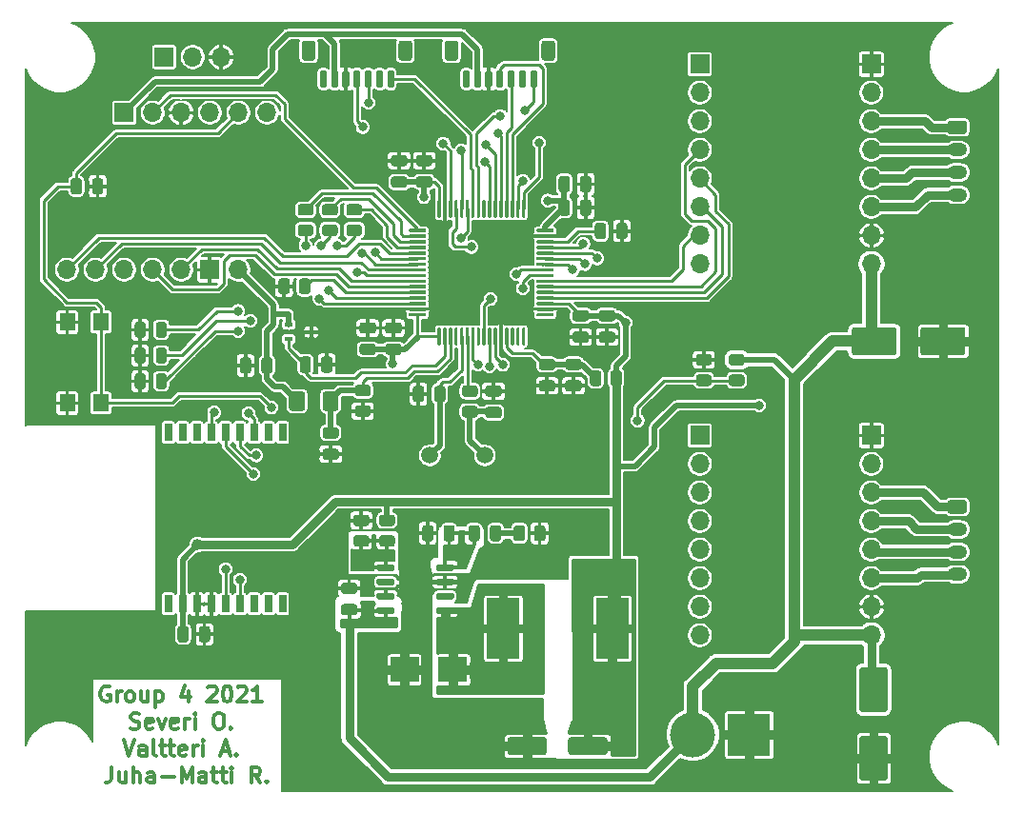
<source format=gbr>
%TF.GenerationSoftware,KiCad,Pcbnew,(5.1.9)-1*%
%TF.CreationDate,2021-05-11T17:21:45+03:00*%
%TF.ProjectId,robotti,726f626f-7474-4692-9e6b-696361645f70,rev?*%
%TF.SameCoordinates,Original*%
%TF.FileFunction,Copper,L1,Top*%
%TF.FilePolarity,Positive*%
%FSLAX46Y46*%
G04 Gerber Fmt 4.6, Leading zero omitted, Abs format (unit mm)*
G04 Created by KiCad (PCBNEW (5.1.9)-1) date 2021-05-11 17:21:45*
%MOMM*%
%LPD*%
G01*
G04 APERTURE LIST*
%TA.AperFunction,NonConductor*%
%ADD10C,0.300000*%
%TD*%
%TA.AperFunction,ComponentPad*%
%ADD11C,0.800000*%
%TD*%
%TA.AperFunction,SMDPad,CuDef*%
%ADD12R,2.410000X3.100000*%
%TD*%
%TA.AperFunction,SMDPad,CuDef*%
%ADD13R,0.700000X1.600000*%
%TD*%
%TA.AperFunction,ComponentPad*%
%ADD14O,1.700000X1.700000*%
%TD*%
%TA.AperFunction,ComponentPad*%
%ADD15R,1.700000X1.700000*%
%TD*%
%TA.AperFunction,ComponentPad*%
%ADD16C,1.500000*%
%TD*%
%TA.AperFunction,SMDPad,CuDef*%
%ADD17R,0.700000X0.450000*%
%TD*%
%TA.AperFunction,SMDPad,CuDef*%
%ADD18R,1.400000X1.600000*%
%TD*%
%TA.AperFunction,SMDPad,CuDef*%
%ADD19R,2.900000X5.400000*%
%TD*%
%TA.AperFunction,ComponentPad*%
%ADD20O,1.750000X1.200000*%
%TD*%
%TA.AperFunction,ComponentPad*%
%ADD21C,4.000000*%
%TD*%
%TA.AperFunction,ComponentPad*%
%ADD22R,3.800000X3.800000*%
%TD*%
%TA.AperFunction,SMDPad,CuDef*%
%ADD23R,2.500000X2.300000*%
%TD*%
%TA.AperFunction,ViaPad*%
%ADD24C,1.200000*%
%TD*%
%TA.AperFunction,ViaPad*%
%ADD25C,0.800000*%
%TD*%
%TA.AperFunction,ViaPad*%
%ADD26C,1.000000*%
%TD*%
%TA.AperFunction,Conductor*%
%ADD27C,0.500000*%
%TD*%
%TA.AperFunction,Conductor*%
%ADD28C,0.250000*%
%TD*%
%TA.AperFunction,Conductor*%
%ADD29C,0.750000*%
%TD*%
%TA.AperFunction,Conductor*%
%ADD30C,1.000000*%
%TD*%
%TA.AperFunction,Conductor*%
%ADD31C,0.800000*%
%TD*%
%TA.AperFunction,Conductor*%
%ADD32C,0.200000*%
%TD*%
%TA.AperFunction,Conductor*%
%ADD33C,0.100000*%
%TD*%
G04 APERTURE END LIST*
D10*
X98647160Y-104907300D02*
X98513826Y-104840633D01*
X98313826Y-104840633D01*
X98113826Y-104907300D01*
X97980493Y-105040633D01*
X97913826Y-105173966D01*
X97847160Y-105440633D01*
X97847160Y-105640633D01*
X97913826Y-105907300D01*
X97980493Y-106040633D01*
X98113826Y-106173966D01*
X98313826Y-106240633D01*
X98447160Y-106240633D01*
X98647160Y-106173966D01*
X98713826Y-106107300D01*
X98713826Y-105640633D01*
X98447160Y-105640633D01*
X99313826Y-106240633D02*
X99313826Y-105307300D01*
X99313826Y-105573966D02*
X99380493Y-105440633D01*
X99447160Y-105373966D01*
X99580493Y-105307300D01*
X99713826Y-105307300D01*
X100380493Y-106240633D02*
X100247160Y-106173966D01*
X100180493Y-106107300D01*
X100113826Y-105973966D01*
X100113826Y-105573966D01*
X100180493Y-105440633D01*
X100247160Y-105373966D01*
X100380493Y-105307300D01*
X100580493Y-105307300D01*
X100713826Y-105373966D01*
X100780493Y-105440633D01*
X100847160Y-105573966D01*
X100847160Y-105973966D01*
X100780493Y-106107300D01*
X100713826Y-106173966D01*
X100580493Y-106240633D01*
X100380493Y-106240633D01*
X102047160Y-105307300D02*
X102047160Y-106240633D01*
X101447160Y-105307300D02*
X101447160Y-106040633D01*
X101513826Y-106173966D01*
X101647160Y-106240633D01*
X101847160Y-106240633D01*
X101980493Y-106173966D01*
X102047160Y-106107300D01*
X102713826Y-105307300D02*
X102713826Y-106707300D01*
X102713826Y-105373966D02*
X102847160Y-105307300D01*
X103113826Y-105307300D01*
X103247160Y-105373966D01*
X103313826Y-105440633D01*
X103380493Y-105573966D01*
X103380493Y-105973966D01*
X103313826Y-106107300D01*
X103247160Y-106173966D01*
X103113826Y-106240633D01*
X102847160Y-106240633D01*
X102713826Y-106173966D01*
X105647160Y-105307300D02*
X105647160Y-106240633D01*
X105313826Y-104773966D02*
X104980493Y-105773966D01*
X105847160Y-105773966D01*
X107380493Y-104973966D02*
X107447160Y-104907300D01*
X107580493Y-104840633D01*
X107913826Y-104840633D01*
X108047160Y-104907300D01*
X108113826Y-104973966D01*
X108180493Y-105107300D01*
X108180493Y-105240633D01*
X108113826Y-105440633D01*
X107313826Y-106240633D01*
X108180493Y-106240633D01*
X109047160Y-104840633D02*
X109180493Y-104840633D01*
X109313826Y-104907300D01*
X109380493Y-104973966D01*
X109447160Y-105107300D01*
X109513826Y-105373966D01*
X109513826Y-105707300D01*
X109447160Y-105973966D01*
X109380493Y-106107300D01*
X109313826Y-106173966D01*
X109180493Y-106240633D01*
X109047160Y-106240633D01*
X108913826Y-106173966D01*
X108847160Y-106107300D01*
X108780493Y-105973966D01*
X108713826Y-105707300D01*
X108713826Y-105373966D01*
X108780493Y-105107300D01*
X108847160Y-104973966D01*
X108913826Y-104907300D01*
X109047160Y-104840633D01*
X110047160Y-104973966D02*
X110113826Y-104907300D01*
X110247160Y-104840633D01*
X110580493Y-104840633D01*
X110713826Y-104907300D01*
X110780493Y-104973966D01*
X110847160Y-105107300D01*
X110847160Y-105240633D01*
X110780493Y-105440633D01*
X109980493Y-106240633D01*
X110847160Y-106240633D01*
X112180493Y-106240633D02*
X111380493Y-106240633D01*
X111780493Y-106240633D02*
X111780493Y-104840633D01*
X111647160Y-105040633D01*
X111513826Y-105173966D01*
X111380493Y-105240633D01*
X100513826Y-108573966D02*
X100713826Y-108640633D01*
X101047160Y-108640633D01*
X101180493Y-108573966D01*
X101247160Y-108507300D01*
X101313826Y-108373966D01*
X101313826Y-108240633D01*
X101247160Y-108107300D01*
X101180493Y-108040633D01*
X101047160Y-107973966D01*
X100780493Y-107907300D01*
X100647160Y-107840633D01*
X100580493Y-107773966D01*
X100513826Y-107640633D01*
X100513826Y-107507300D01*
X100580493Y-107373966D01*
X100647160Y-107307300D01*
X100780493Y-107240633D01*
X101113826Y-107240633D01*
X101313826Y-107307300D01*
X102447160Y-108573966D02*
X102313826Y-108640633D01*
X102047160Y-108640633D01*
X101913826Y-108573966D01*
X101847160Y-108440633D01*
X101847160Y-107907300D01*
X101913826Y-107773966D01*
X102047160Y-107707300D01*
X102313826Y-107707300D01*
X102447160Y-107773966D01*
X102513826Y-107907300D01*
X102513826Y-108040633D01*
X101847160Y-108173966D01*
X102980493Y-107707300D02*
X103313826Y-108640633D01*
X103647160Y-107707300D01*
X104713826Y-108573966D02*
X104580493Y-108640633D01*
X104313826Y-108640633D01*
X104180493Y-108573966D01*
X104113826Y-108440633D01*
X104113826Y-107907300D01*
X104180493Y-107773966D01*
X104313826Y-107707300D01*
X104580493Y-107707300D01*
X104713826Y-107773966D01*
X104780493Y-107907300D01*
X104780493Y-108040633D01*
X104113826Y-108173966D01*
X105380493Y-108640633D02*
X105380493Y-107707300D01*
X105380493Y-107973966D02*
X105447160Y-107840633D01*
X105513826Y-107773966D01*
X105647160Y-107707300D01*
X105780493Y-107707300D01*
X106247160Y-108640633D02*
X106247160Y-107707300D01*
X106247160Y-107240633D02*
X106180493Y-107307300D01*
X106247160Y-107373966D01*
X106313826Y-107307300D01*
X106247160Y-107240633D01*
X106247160Y-107373966D01*
X108247160Y-107240633D02*
X108513826Y-107240633D01*
X108647160Y-107307300D01*
X108780493Y-107440633D01*
X108847160Y-107707300D01*
X108847160Y-108173966D01*
X108780493Y-108440633D01*
X108647160Y-108573966D01*
X108513826Y-108640633D01*
X108247160Y-108640633D01*
X108113826Y-108573966D01*
X107980493Y-108440633D01*
X107913826Y-108173966D01*
X107913826Y-107707300D01*
X107980493Y-107440633D01*
X108113826Y-107307300D01*
X108247160Y-107240633D01*
X109447160Y-108507300D02*
X109513826Y-108573966D01*
X109447160Y-108640633D01*
X109380493Y-108573966D01*
X109447160Y-108507300D01*
X109447160Y-108640633D01*
X99913826Y-109640633D02*
X100380493Y-111040633D01*
X100847160Y-109640633D01*
X101913826Y-111040633D02*
X101913826Y-110307300D01*
X101847160Y-110173966D01*
X101713826Y-110107300D01*
X101447160Y-110107300D01*
X101313826Y-110173966D01*
X101913826Y-110973966D02*
X101780493Y-111040633D01*
X101447160Y-111040633D01*
X101313826Y-110973966D01*
X101247160Y-110840633D01*
X101247160Y-110707300D01*
X101313826Y-110573966D01*
X101447160Y-110507300D01*
X101780493Y-110507300D01*
X101913826Y-110440633D01*
X102780493Y-111040633D02*
X102647160Y-110973966D01*
X102580493Y-110840633D01*
X102580493Y-109640633D01*
X103113826Y-110107300D02*
X103647160Y-110107300D01*
X103313826Y-109640633D02*
X103313826Y-110840633D01*
X103380493Y-110973966D01*
X103513826Y-111040633D01*
X103647160Y-111040633D01*
X103913826Y-110107300D02*
X104447160Y-110107300D01*
X104113826Y-109640633D02*
X104113826Y-110840633D01*
X104180493Y-110973966D01*
X104313826Y-111040633D01*
X104447160Y-111040633D01*
X105447160Y-110973966D02*
X105313826Y-111040633D01*
X105047160Y-111040633D01*
X104913826Y-110973966D01*
X104847160Y-110840633D01*
X104847160Y-110307300D01*
X104913826Y-110173966D01*
X105047160Y-110107300D01*
X105313826Y-110107300D01*
X105447160Y-110173966D01*
X105513826Y-110307300D01*
X105513826Y-110440633D01*
X104847160Y-110573966D01*
X106113826Y-111040633D02*
X106113826Y-110107300D01*
X106113826Y-110373966D02*
X106180493Y-110240633D01*
X106247160Y-110173966D01*
X106380493Y-110107300D01*
X106513826Y-110107300D01*
X106980493Y-111040633D02*
X106980493Y-110107300D01*
X106980493Y-109640633D02*
X106913826Y-109707300D01*
X106980493Y-109773966D01*
X107047160Y-109707300D01*
X106980493Y-109640633D01*
X106980493Y-109773966D01*
X108647160Y-110640633D02*
X109313826Y-110640633D01*
X108513826Y-111040633D02*
X108980493Y-109640633D01*
X109447160Y-111040633D01*
X109913826Y-110907300D02*
X109980493Y-110973966D01*
X109913826Y-111040633D01*
X109847160Y-110973966D01*
X109913826Y-110907300D01*
X109913826Y-111040633D01*
X98847160Y-112040633D02*
X98847160Y-113040633D01*
X98780493Y-113240633D01*
X98647160Y-113373966D01*
X98447160Y-113440633D01*
X98313826Y-113440633D01*
X100113826Y-112507300D02*
X100113826Y-113440633D01*
X99513826Y-112507300D02*
X99513826Y-113240633D01*
X99580493Y-113373966D01*
X99713826Y-113440633D01*
X99913826Y-113440633D01*
X100047160Y-113373966D01*
X100113826Y-113307300D01*
X100780493Y-113440633D02*
X100780493Y-112040633D01*
X101380493Y-113440633D02*
X101380493Y-112707300D01*
X101313826Y-112573966D01*
X101180493Y-112507300D01*
X100980493Y-112507300D01*
X100847160Y-112573966D01*
X100780493Y-112640633D01*
X102647160Y-113440633D02*
X102647160Y-112707300D01*
X102580493Y-112573966D01*
X102447160Y-112507300D01*
X102180493Y-112507300D01*
X102047160Y-112573966D01*
X102647160Y-113373966D02*
X102513826Y-113440633D01*
X102180493Y-113440633D01*
X102047160Y-113373966D01*
X101980493Y-113240633D01*
X101980493Y-113107300D01*
X102047160Y-112973966D01*
X102180493Y-112907300D01*
X102513826Y-112907300D01*
X102647160Y-112840633D01*
X103313826Y-112907300D02*
X104380493Y-112907300D01*
X105047160Y-113440633D02*
X105047160Y-112040633D01*
X105513826Y-113040633D01*
X105980493Y-112040633D01*
X105980493Y-113440633D01*
X107247160Y-113440633D02*
X107247160Y-112707300D01*
X107180493Y-112573966D01*
X107047160Y-112507300D01*
X106780493Y-112507300D01*
X106647160Y-112573966D01*
X107247160Y-113373966D02*
X107113826Y-113440633D01*
X106780493Y-113440633D01*
X106647160Y-113373966D01*
X106580493Y-113240633D01*
X106580493Y-113107300D01*
X106647160Y-112973966D01*
X106780493Y-112907300D01*
X107113826Y-112907300D01*
X107247160Y-112840633D01*
X107713826Y-112507300D02*
X108247160Y-112507300D01*
X107913826Y-112040633D02*
X107913826Y-113240633D01*
X107980493Y-113373966D01*
X108113826Y-113440633D01*
X108247160Y-113440633D01*
X108513826Y-112507300D02*
X109047160Y-112507300D01*
X108713826Y-112040633D02*
X108713826Y-113240633D01*
X108780493Y-113373966D01*
X108913826Y-113440633D01*
X109047160Y-113440633D01*
X109513826Y-113440633D02*
X109513826Y-112507300D01*
X109513826Y-112040633D02*
X109447160Y-112107300D01*
X109513826Y-112173966D01*
X109580493Y-112107300D01*
X109513826Y-112040633D01*
X109513826Y-112173966D01*
X112047160Y-113440633D02*
X111580493Y-112773966D01*
X111247160Y-113440633D02*
X111247160Y-112040633D01*
X111780493Y-112040633D01*
X111913826Y-112107300D01*
X111980493Y-112173966D01*
X112047160Y-112307300D01*
X112047160Y-112507300D01*
X111980493Y-112640633D01*
X111913826Y-112707300D01*
X111780493Y-112773966D01*
X111247160Y-112773966D01*
X112647160Y-113307300D02*
X112713826Y-113373966D01*
X112647160Y-113440633D01*
X112580493Y-113373966D01*
X112647160Y-113307300D01*
X112647160Y-113440633D01*
D11*
%TO.P,U5,9*%
%TO.N,GND*%
X125000500Y-94915500D03*
X126656500Y-94915500D03*
X125000500Y-96215500D03*
X126656500Y-96215500D03*
X125000500Y-97515500D03*
X126656500Y-97515500D03*
D12*
X125828500Y-96215500D03*
%TO.P,U5,8*%
%TO.N,VCC*%
%TA.AperFunction,SMDPad,CuDef*%
G36*
G01*
X123978500Y-97970500D02*
X123978500Y-98270500D01*
G75*
G02*
X123828500Y-98420500I-150000J0D01*
G01*
X122528500Y-98420500D01*
G75*
G02*
X122378500Y-98270500I0J150000D01*
G01*
X122378500Y-97970500D01*
G75*
G02*
X122528500Y-97820500I150000J0D01*
G01*
X123828500Y-97820500D01*
G75*
G02*
X123978500Y-97970500I0J-150000D01*
G01*
G37*
%TD.AperFunction*%
%TO.P,U5,7*%
%TO.N,GND*%
%TA.AperFunction,SMDPad,CuDef*%
G36*
G01*
X123978500Y-96700500D02*
X123978500Y-97000500D01*
G75*
G02*
X123828500Y-97150500I-150000J0D01*
G01*
X122528500Y-97150500D01*
G75*
G02*
X122378500Y-97000500I0J150000D01*
G01*
X122378500Y-96700500D01*
G75*
G02*
X122528500Y-96550500I150000J0D01*
G01*
X123828500Y-96550500D01*
G75*
G02*
X123978500Y-96700500I0J-150000D01*
G01*
G37*
%TD.AperFunction*%
%TO.P,U5,6*%
%TO.N,Net-(U5-Pad6)*%
%TA.AperFunction,SMDPad,CuDef*%
G36*
G01*
X123978500Y-95430500D02*
X123978500Y-95730500D01*
G75*
G02*
X123828500Y-95880500I-150000J0D01*
G01*
X122528500Y-95880500D01*
G75*
G02*
X122378500Y-95730500I0J150000D01*
G01*
X122378500Y-95430500D01*
G75*
G02*
X122528500Y-95280500I150000J0D01*
G01*
X123828500Y-95280500D01*
G75*
G02*
X123978500Y-95430500I0J-150000D01*
G01*
G37*
%TD.AperFunction*%
%TO.P,U5,5*%
%TO.N,Net-(R10-Pad2)*%
%TA.AperFunction,SMDPad,CuDef*%
G36*
G01*
X123978500Y-94160500D02*
X123978500Y-94460500D01*
G75*
G02*
X123828500Y-94610500I-150000J0D01*
G01*
X122528500Y-94610500D01*
G75*
G02*
X122378500Y-94460500I0J150000D01*
G01*
X122378500Y-94160500D01*
G75*
G02*
X122528500Y-94010500I150000J0D01*
G01*
X123828500Y-94010500D01*
G75*
G02*
X123978500Y-94160500I0J-150000D01*
G01*
G37*
%TD.AperFunction*%
%TO.P,U5,4*%
%TO.N,Net-(C22-Pad2)*%
%TA.AperFunction,SMDPad,CuDef*%
G36*
G01*
X129278500Y-94160500D02*
X129278500Y-94460500D01*
G75*
G02*
X129128500Y-94610500I-150000J0D01*
G01*
X127828500Y-94610500D01*
G75*
G02*
X127678500Y-94460500I0J150000D01*
G01*
X127678500Y-94160500D01*
G75*
G02*
X127828500Y-94010500I150000J0D01*
G01*
X129128500Y-94010500D01*
G75*
G02*
X129278500Y-94160500I0J-150000D01*
G01*
G37*
%TD.AperFunction*%
%TO.P,U5,3*%
%TO.N,GND*%
%TA.AperFunction,SMDPad,CuDef*%
G36*
G01*
X129278500Y-95430500D02*
X129278500Y-95730500D01*
G75*
G02*
X129128500Y-95880500I-150000J0D01*
G01*
X127828500Y-95880500D01*
G75*
G02*
X127678500Y-95730500I0J150000D01*
G01*
X127678500Y-95430500D01*
G75*
G02*
X127828500Y-95280500I150000J0D01*
G01*
X129128500Y-95280500D01*
G75*
G02*
X129278500Y-95430500I0J-150000D01*
G01*
G37*
%TD.AperFunction*%
%TO.P,U5,2*%
%TO.N,Net-(U5-Pad2)*%
%TA.AperFunction,SMDPad,CuDef*%
G36*
G01*
X129278500Y-96700500D02*
X129278500Y-97000500D01*
G75*
G02*
X129128500Y-97150500I-150000J0D01*
G01*
X127828500Y-97150500D01*
G75*
G02*
X127678500Y-97000500I0J150000D01*
G01*
X127678500Y-96700500D01*
G75*
G02*
X127828500Y-96550500I150000J0D01*
G01*
X129128500Y-96550500D01*
G75*
G02*
X129278500Y-96700500I0J-150000D01*
G01*
G37*
%TD.AperFunction*%
%TO.P,U5,1*%
%TO.N,Net-(D4-Pad2)*%
%TA.AperFunction,SMDPad,CuDef*%
G36*
G01*
X129278500Y-97970500D02*
X129278500Y-98270500D01*
G75*
G02*
X129128500Y-98420500I-150000J0D01*
G01*
X127828500Y-98420500D01*
G75*
G02*
X127678500Y-98270500I0J150000D01*
G01*
X127678500Y-97970500D01*
G75*
G02*
X127828500Y-97820500I150000J0D01*
G01*
X129128500Y-97820500D01*
G75*
G02*
X129278500Y-97970500I0J-150000D01*
G01*
G37*
%TD.AperFunction*%
%TD*%
%TO.P,J2,MP*%
%TO.N,N/C*%
%TA.AperFunction,SMDPad,CuDef*%
G36*
G01*
X137050000Y-48980001D02*
X137050000Y-47679999D01*
G75*
G02*
X137299999Y-47430000I249999J0D01*
G01*
X138000001Y-47430000D01*
G75*
G02*
X138250000Y-47679999I0J-249999D01*
G01*
X138250000Y-48980001D01*
G75*
G02*
X138000001Y-49230000I-249999J0D01*
G01*
X137299999Y-49230000D01*
G75*
G02*
X137050000Y-48980001I0J249999D01*
G01*
G37*
%TD.AperFunction*%
%TA.AperFunction,SMDPad,CuDef*%
G36*
G01*
X128450000Y-48980001D02*
X128450000Y-47679999D01*
G75*
G02*
X128699999Y-47430000I249999J0D01*
G01*
X129400001Y-47430000D01*
G75*
G02*
X129650000Y-47679999I0J-249999D01*
G01*
X129650000Y-48980001D01*
G75*
G02*
X129400001Y-49230000I-249999J0D01*
G01*
X128699999Y-49230000D01*
G75*
G02*
X128450000Y-48980001I0J249999D01*
G01*
G37*
%TD.AperFunction*%
%TO.P,J2,7*%
%TO.N,/PA8*%
%TA.AperFunction,SMDPad,CuDef*%
G36*
G01*
X136050000Y-51480000D02*
X136050000Y-50230000D01*
G75*
G02*
X136200000Y-50080000I150000J0D01*
G01*
X136500000Y-50080000D01*
G75*
G02*
X136650000Y-50230000I0J-150000D01*
G01*
X136650000Y-51480000D01*
G75*
G02*
X136500000Y-51630000I-150000J0D01*
G01*
X136200000Y-51630000D01*
G75*
G02*
X136050000Y-51480000I0J150000D01*
G01*
G37*
%TD.AperFunction*%
%TO.P,J2,6*%
%TO.N,Net-(J2-Pad6)*%
%TA.AperFunction,SMDPad,CuDef*%
G36*
G01*
X135050000Y-51480000D02*
X135050000Y-50230000D01*
G75*
G02*
X135200000Y-50080000I150000J0D01*
G01*
X135500000Y-50080000D01*
G75*
G02*
X135650000Y-50230000I0J-150000D01*
G01*
X135650000Y-51480000D01*
G75*
G02*
X135500000Y-51630000I-150000J0D01*
G01*
X135200000Y-51630000D01*
G75*
G02*
X135050000Y-51480000I0J150000D01*
G01*
G37*
%TD.AperFunction*%
%TO.P,J2,5*%
%TO.N,/PB15*%
%TA.AperFunction,SMDPad,CuDef*%
G36*
G01*
X134050000Y-51480000D02*
X134050000Y-50230000D01*
G75*
G02*
X134200000Y-50080000I150000J0D01*
G01*
X134500000Y-50080000D01*
G75*
G02*
X134650000Y-50230000I0J-150000D01*
G01*
X134650000Y-51480000D01*
G75*
G02*
X134500000Y-51630000I-150000J0D01*
G01*
X134200000Y-51630000D01*
G75*
G02*
X134050000Y-51480000I0J150000D01*
G01*
G37*
%TD.AperFunction*%
%TO.P,J2,4*%
%TO.N,/PB14*%
%TA.AperFunction,SMDPad,CuDef*%
G36*
G01*
X133050000Y-51480000D02*
X133050000Y-50230000D01*
G75*
G02*
X133200000Y-50080000I150000J0D01*
G01*
X133500000Y-50080000D01*
G75*
G02*
X133650000Y-50230000I0J-150000D01*
G01*
X133650000Y-51480000D01*
G75*
G02*
X133500000Y-51630000I-150000J0D01*
G01*
X133200000Y-51630000D01*
G75*
G02*
X133050000Y-51480000I0J150000D01*
G01*
G37*
%TD.AperFunction*%
%TO.P,J2,3*%
%TO.N,GND*%
%TA.AperFunction,SMDPad,CuDef*%
G36*
G01*
X132050000Y-51480000D02*
X132050000Y-50230000D01*
G75*
G02*
X132200000Y-50080000I150000J0D01*
G01*
X132500000Y-50080000D01*
G75*
G02*
X132650000Y-50230000I0J-150000D01*
G01*
X132650000Y-51480000D01*
G75*
G02*
X132500000Y-51630000I-150000J0D01*
G01*
X132200000Y-51630000D01*
G75*
G02*
X132050000Y-51480000I0J150000D01*
G01*
G37*
%TD.AperFunction*%
%TO.P,J2,2*%
%TO.N,VDD*%
%TA.AperFunction,SMDPad,CuDef*%
G36*
G01*
X131050000Y-51480000D02*
X131050000Y-50230000D01*
G75*
G02*
X131200000Y-50080000I150000J0D01*
G01*
X131500000Y-50080000D01*
G75*
G02*
X131650000Y-50230000I0J-150000D01*
G01*
X131650000Y-51480000D01*
G75*
G02*
X131500000Y-51630000I-150000J0D01*
G01*
X131200000Y-51630000D01*
G75*
G02*
X131050000Y-51480000I0J150000D01*
G01*
G37*
%TD.AperFunction*%
%TO.P,J2,1*%
%TO.N,Net-(J2-Pad1)*%
%TA.AperFunction,SMDPad,CuDef*%
G36*
G01*
X130050000Y-51480000D02*
X130050000Y-50230000D01*
G75*
G02*
X130200000Y-50080000I150000J0D01*
G01*
X130500000Y-50080000D01*
G75*
G02*
X130650000Y-50230000I0J-150000D01*
G01*
X130650000Y-51480000D01*
G75*
G02*
X130500000Y-51630000I-150000J0D01*
G01*
X130200000Y-51630000D01*
G75*
G02*
X130050000Y-51480000I0J150000D01*
G01*
G37*
%TD.AperFunction*%
%TD*%
D13*
%TO.P,U4,1*%
%TO.N,Net-(U4-Pad1)*%
X103886000Y-97536000D03*
%TO.P,U4,2*%
%TO.N,VDD*%
X105156000Y-97536000D03*
%TO.P,U4,3*%
%TO.N,GND*%
X106426000Y-97536000D03*
%TO.P,U4,4*%
X107696000Y-97536000D03*
%TO.P,U4,5*%
%TO.N,/PB8*%
X108966000Y-97536000D03*
%TO.P,U4,6*%
%TO.N,/PB5*%
X110236000Y-97536000D03*
%TO.P,U4,7*%
%TO.N,Net-(U4-Pad7)*%
X111506000Y-97536000D03*
%TO.P,U4,8*%
%TO.N,Net-(U4-Pad8)*%
X112776000Y-97536000D03*
%TO.P,U4,9*%
%TO.N,Net-(U4-Pad9)*%
X114046000Y-97536000D03*
%TO.P,U4,10*%
%TO.N,Net-(U4-Pad10)*%
X114046000Y-82296000D03*
%TO.P,U4,11*%
%TO.N,Net-(U4-Pad11)*%
X112776000Y-82296000D03*
%TO.P,U4,12*%
%TO.N,/PB13*%
X111506000Y-82296000D03*
%TO.P,U4,13*%
%TO.N,/PC2*%
X110236000Y-82296000D03*
%TO.P,U4,14*%
%TO.N,/PC3*%
X108966000Y-82296000D03*
%TO.P,U4,15*%
%TO.N,/PB9*%
X107696000Y-82296000D03*
%TO.P,U4,16*%
%TO.N,Net-(U4-Pad16)*%
X106426000Y-82296000D03*
%TO.P,U4,17*%
%TO.N,Net-(U4-Pad17)*%
X105156000Y-82296000D03*
%TO.P,U4,18*%
%TO.N,Net-(U4-Pad18)*%
X103886000Y-82296000D03*
%TD*%
D14*
%TO.P,U1,1*%
%TO.N,VDD*%
X110109000Y-67818000D03*
D15*
%TO.P,U1,2*%
%TO.N,GND*%
X107569000Y-67818000D03*
D14*
%TO.P,U1,3*%
%TO.N,/PB6*%
X105029000Y-67818000D03*
%TO.P,U1,4*%
%TO.N,/PB7*%
X102489000Y-67818000D03*
%TO.P,U1,5*%
%TO.N,Net-(U1-Pad5)*%
X99949000Y-67818000D03*
%TO.P,U1,6*%
%TO.N,/PB4*%
X97409000Y-67818000D03*
%TO.P,U1,7*%
%TO.N,/PC12*%
X94869000Y-67818000D03*
%TD*%
%TO.P,U2,64*%
%TO.N,VDD*%
%TA.AperFunction,SMDPad,CuDef*%
G36*
G01*
X126724000Y-71972000D02*
X125324000Y-71972000D01*
G75*
G02*
X125249000Y-71897000I0J75000D01*
G01*
X125249000Y-71747000D01*
G75*
G02*
X125324000Y-71672000I75000J0D01*
G01*
X126724000Y-71672000D01*
G75*
G02*
X126799000Y-71747000I0J-75000D01*
G01*
X126799000Y-71897000D01*
G75*
G02*
X126724000Y-71972000I-75000J0D01*
G01*
G37*
%TD.AperFunction*%
%TO.P,U2,63*%
%TO.N,GND*%
%TA.AperFunction,SMDPad,CuDef*%
G36*
G01*
X126724000Y-71472000D02*
X125324000Y-71472000D01*
G75*
G02*
X125249000Y-71397000I0J75000D01*
G01*
X125249000Y-71247000D01*
G75*
G02*
X125324000Y-71172000I75000J0D01*
G01*
X126724000Y-71172000D01*
G75*
G02*
X126799000Y-71247000I0J-75000D01*
G01*
X126799000Y-71397000D01*
G75*
G02*
X126724000Y-71472000I-75000J0D01*
G01*
G37*
%TD.AperFunction*%
%TO.P,U2,62*%
%TO.N,/PB9*%
%TA.AperFunction,SMDPad,CuDef*%
G36*
G01*
X126724000Y-70972000D02*
X125324000Y-70972000D01*
G75*
G02*
X125249000Y-70897000I0J75000D01*
G01*
X125249000Y-70747000D01*
G75*
G02*
X125324000Y-70672000I75000J0D01*
G01*
X126724000Y-70672000D01*
G75*
G02*
X126799000Y-70747000I0J-75000D01*
G01*
X126799000Y-70897000D01*
G75*
G02*
X126724000Y-70972000I-75000J0D01*
G01*
G37*
%TD.AperFunction*%
%TO.P,U2,61*%
%TO.N,/PB8*%
%TA.AperFunction,SMDPad,CuDef*%
G36*
G01*
X126724000Y-70472000D02*
X125324000Y-70472000D01*
G75*
G02*
X125249000Y-70397000I0J75000D01*
G01*
X125249000Y-70247000D01*
G75*
G02*
X125324000Y-70172000I75000J0D01*
G01*
X126724000Y-70172000D01*
G75*
G02*
X126799000Y-70247000I0J-75000D01*
G01*
X126799000Y-70397000D01*
G75*
G02*
X126724000Y-70472000I-75000J0D01*
G01*
G37*
%TD.AperFunction*%
%TO.P,U2,60*%
%TO.N,Net-(R5-Pad1)*%
%TA.AperFunction,SMDPad,CuDef*%
G36*
G01*
X126724000Y-69972000D02*
X125324000Y-69972000D01*
G75*
G02*
X125249000Y-69897000I0J75000D01*
G01*
X125249000Y-69747000D01*
G75*
G02*
X125324000Y-69672000I75000J0D01*
G01*
X126724000Y-69672000D01*
G75*
G02*
X126799000Y-69747000I0J-75000D01*
G01*
X126799000Y-69897000D01*
G75*
G02*
X126724000Y-69972000I-75000J0D01*
G01*
G37*
%TD.AperFunction*%
%TO.P,U2,59*%
%TO.N,/PB7*%
%TA.AperFunction,SMDPad,CuDef*%
G36*
G01*
X126724000Y-69472000D02*
X125324000Y-69472000D01*
G75*
G02*
X125249000Y-69397000I0J75000D01*
G01*
X125249000Y-69247000D01*
G75*
G02*
X125324000Y-69172000I75000J0D01*
G01*
X126724000Y-69172000D01*
G75*
G02*
X126799000Y-69247000I0J-75000D01*
G01*
X126799000Y-69397000D01*
G75*
G02*
X126724000Y-69472000I-75000J0D01*
G01*
G37*
%TD.AperFunction*%
%TO.P,U2,58*%
%TO.N,/PB6*%
%TA.AperFunction,SMDPad,CuDef*%
G36*
G01*
X126724000Y-68972000D02*
X125324000Y-68972000D01*
G75*
G02*
X125249000Y-68897000I0J75000D01*
G01*
X125249000Y-68747000D01*
G75*
G02*
X125324000Y-68672000I75000J0D01*
G01*
X126724000Y-68672000D01*
G75*
G02*
X126799000Y-68747000I0J-75000D01*
G01*
X126799000Y-68897000D01*
G75*
G02*
X126724000Y-68972000I-75000J0D01*
G01*
G37*
%TD.AperFunction*%
%TO.P,U2,57*%
%TO.N,/PB5*%
%TA.AperFunction,SMDPad,CuDef*%
G36*
G01*
X126724000Y-68472000D02*
X125324000Y-68472000D01*
G75*
G02*
X125249000Y-68397000I0J75000D01*
G01*
X125249000Y-68247000D01*
G75*
G02*
X125324000Y-68172000I75000J0D01*
G01*
X126724000Y-68172000D01*
G75*
G02*
X126799000Y-68247000I0J-75000D01*
G01*
X126799000Y-68397000D01*
G75*
G02*
X126724000Y-68472000I-75000J0D01*
G01*
G37*
%TD.AperFunction*%
%TO.P,U2,56*%
%TO.N,/PB4*%
%TA.AperFunction,SMDPad,CuDef*%
G36*
G01*
X126724000Y-67972000D02*
X125324000Y-67972000D01*
G75*
G02*
X125249000Y-67897000I0J75000D01*
G01*
X125249000Y-67747000D01*
G75*
G02*
X125324000Y-67672000I75000J0D01*
G01*
X126724000Y-67672000D01*
G75*
G02*
X126799000Y-67747000I0J-75000D01*
G01*
X126799000Y-67897000D01*
G75*
G02*
X126724000Y-67972000I-75000J0D01*
G01*
G37*
%TD.AperFunction*%
%TO.P,U2,55*%
%TO.N,/PB3*%
%TA.AperFunction,SMDPad,CuDef*%
G36*
G01*
X126724000Y-67472000D02*
X125324000Y-67472000D01*
G75*
G02*
X125249000Y-67397000I0J75000D01*
G01*
X125249000Y-67247000D01*
G75*
G02*
X125324000Y-67172000I75000J0D01*
G01*
X126724000Y-67172000D01*
G75*
G02*
X126799000Y-67247000I0J-75000D01*
G01*
X126799000Y-67397000D01*
G75*
G02*
X126724000Y-67472000I-75000J0D01*
G01*
G37*
%TD.AperFunction*%
%TO.P,U2,54*%
%TO.N,/PB11*%
%TA.AperFunction,SMDPad,CuDef*%
G36*
G01*
X126724000Y-66972000D02*
X125324000Y-66972000D01*
G75*
G02*
X125249000Y-66897000I0J75000D01*
G01*
X125249000Y-66747000D01*
G75*
G02*
X125324000Y-66672000I75000J0D01*
G01*
X126724000Y-66672000D01*
G75*
G02*
X126799000Y-66747000I0J-75000D01*
G01*
X126799000Y-66897000D01*
G75*
G02*
X126724000Y-66972000I-75000J0D01*
G01*
G37*
%TD.AperFunction*%
%TO.P,U2,53*%
%TO.N,/PC12*%
%TA.AperFunction,SMDPad,CuDef*%
G36*
G01*
X126724000Y-66472000D02*
X125324000Y-66472000D01*
G75*
G02*
X125249000Y-66397000I0J75000D01*
G01*
X125249000Y-66247000D01*
G75*
G02*
X125324000Y-66172000I75000J0D01*
G01*
X126724000Y-66172000D01*
G75*
G02*
X126799000Y-66247000I0J-75000D01*
G01*
X126799000Y-66397000D01*
G75*
G02*
X126724000Y-66472000I-75000J0D01*
G01*
G37*
%TD.AperFunction*%
%TO.P,U2,52*%
%TO.N,Net-(R1-Pad1)*%
%TA.AperFunction,SMDPad,CuDef*%
G36*
G01*
X126724000Y-65972000D02*
X125324000Y-65972000D01*
G75*
G02*
X125249000Y-65897000I0J75000D01*
G01*
X125249000Y-65747000D01*
G75*
G02*
X125324000Y-65672000I75000J0D01*
G01*
X126724000Y-65672000D01*
G75*
G02*
X126799000Y-65747000I0J-75000D01*
G01*
X126799000Y-65897000D01*
G75*
G02*
X126724000Y-65972000I-75000J0D01*
G01*
G37*
%TD.AperFunction*%
%TO.P,U2,51*%
%TO.N,Net-(R2-Pad1)*%
%TA.AperFunction,SMDPad,CuDef*%
G36*
G01*
X126724000Y-65472000D02*
X125324000Y-65472000D01*
G75*
G02*
X125249000Y-65397000I0J75000D01*
G01*
X125249000Y-65247000D01*
G75*
G02*
X125324000Y-65172000I75000J0D01*
G01*
X126724000Y-65172000D01*
G75*
G02*
X126799000Y-65247000I0J-75000D01*
G01*
X126799000Y-65397000D01*
G75*
G02*
X126724000Y-65472000I-75000J0D01*
G01*
G37*
%TD.AperFunction*%
%TO.P,U2,50*%
%TO.N,/PA15*%
%TA.AperFunction,SMDPad,CuDef*%
G36*
G01*
X126724000Y-64972000D02*
X125324000Y-64972000D01*
G75*
G02*
X125249000Y-64897000I0J75000D01*
G01*
X125249000Y-64747000D01*
G75*
G02*
X125324000Y-64672000I75000J0D01*
G01*
X126724000Y-64672000D01*
G75*
G02*
X126799000Y-64747000I0J-75000D01*
G01*
X126799000Y-64897000D01*
G75*
G02*
X126724000Y-64972000I-75000J0D01*
G01*
G37*
%TD.AperFunction*%
%TO.P,U2,49*%
%TO.N,/PA14*%
%TA.AperFunction,SMDPad,CuDef*%
G36*
G01*
X126724000Y-64472000D02*
X125324000Y-64472000D01*
G75*
G02*
X125249000Y-64397000I0J75000D01*
G01*
X125249000Y-64247000D01*
G75*
G02*
X125324000Y-64172000I75000J0D01*
G01*
X126724000Y-64172000D01*
G75*
G02*
X126799000Y-64247000I0J-75000D01*
G01*
X126799000Y-64397000D01*
G75*
G02*
X126724000Y-64472000I-75000J0D01*
G01*
G37*
%TD.AperFunction*%
%TO.P,U2,48*%
%TO.N,VDD*%
%TA.AperFunction,SMDPad,CuDef*%
G36*
G01*
X128024000Y-63172000D02*
X127874000Y-63172000D01*
G75*
G02*
X127799000Y-63097000I0J75000D01*
G01*
X127799000Y-61697000D01*
G75*
G02*
X127874000Y-61622000I75000J0D01*
G01*
X128024000Y-61622000D01*
G75*
G02*
X128099000Y-61697000I0J-75000D01*
G01*
X128099000Y-63097000D01*
G75*
G02*
X128024000Y-63172000I-75000J0D01*
G01*
G37*
%TD.AperFunction*%
%TO.P,U2,47*%
%TO.N,GND*%
%TA.AperFunction,SMDPad,CuDef*%
G36*
G01*
X128524000Y-63172000D02*
X128374000Y-63172000D01*
G75*
G02*
X128299000Y-63097000I0J75000D01*
G01*
X128299000Y-61697000D01*
G75*
G02*
X128374000Y-61622000I75000J0D01*
G01*
X128524000Y-61622000D01*
G75*
G02*
X128599000Y-61697000I0J-75000D01*
G01*
X128599000Y-63097000D01*
G75*
G02*
X128524000Y-63172000I-75000J0D01*
G01*
G37*
%TD.AperFunction*%
%TO.P,U2,46*%
%TO.N,/PA13*%
%TA.AperFunction,SMDPad,CuDef*%
G36*
G01*
X129024000Y-63172000D02*
X128874000Y-63172000D01*
G75*
G02*
X128799000Y-63097000I0J75000D01*
G01*
X128799000Y-61697000D01*
G75*
G02*
X128874000Y-61622000I75000J0D01*
G01*
X129024000Y-61622000D01*
G75*
G02*
X129099000Y-61697000I0J-75000D01*
G01*
X129099000Y-63097000D01*
G75*
G02*
X129024000Y-63172000I-75000J0D01*
G01*
G37*
%TD.AperFunction*%
%TO.P,U2,45*%
%TO.N,/PA12*%
%TA.AperFunction,SMDPad,CuDef*%
G36*
G01*
X129524000Y-63172000D02*
X129374000Y-63172000D01*
G75*
G02*
X129299000Y-63097000I0J75000D01*
G01*
X129299000Y-61697000D01*
G75*
G02*
X129374000Y-61622000I75000J0D01*
G01*
X129524000Y-61622000D01*
G75*
G02*
X129599000Y-61697000I0J-75000D01*
G01*
X129599000Y-63097000D01*
G75*
G02*
X129524000Y-63172000I-75000J0D01*
G01*
G37*
%TD.AperFunction*%
%TO.P,U2,44*%
%TO.N,/PA11*%
%TA.AperFunction,SMDPad,CuDef*%
G36*
G01*
X130024000Y-63172000D02*
X129874000Y-63172000D01*
G75*
G02*
X129799000Y-63097000I0J75000D01*
G01*
X129799000Y-61697000D01*
G75*
G02*
X129874000Y-61622000I75000J0D01*
G01*
X130024000Y-61622000D01*
G75*
G02*
X130099000Y-61697000I0J-75000D01*
G01*
X130099000Y-63097000D01*
G75*
G02*
X130024000Y-63172000I-75000J0D01*
G01*
G37*
%TD.AperFunction*%
%TO.P,U2,43*%
%TO.N,/PA10*%
%TA.AperFunction,SMDPad,CuDef*%
G36*
G01*
X130524000Y-63172000D02*
X130374000Y-63172000D01*
G75*
G02*
X130299000Y-63097000I0J75000D01*
G01*
X130299000Y-61697000D01*
G75*
G02*
X130374000Y-61622000I75000J0D01*
G01*
X130524000Y-61622000D01*
G75*
G02*
X130599000Y-61697000I0J-75000D01*
G01*
X130599000Y-63097000D01*
G75*
G02*
X130524000Y-63172000I-75000J0D01*
G01*
G37*
%TD.AperFunction*%
%TO.P,U2,42*%
%TO.N,/PA9*%
%TA.AperFunction,SMDPad,CuDef*%
G36*
G01*
X131024000Y-63172000D02*
X130874000Y-63172000D01*
G75*
G02*
X130799000Y-63097000I0J75000D01*
G01*
X130799000Y-61697000D01*
G75*
G02*
X130874000Y-61622000I75000J0D01*
G01*
X131024000Y-61622000D01*
G75*
G02*
X131099000Y-61697000I0J-75000D01*
G01*
X131099000Y-63097000D01*
G75*
G02*
X131024000Y-63172000I-75000J0D01*
G01*
G37*
%TD.AperFunction*%
%TO.P,U2,41*%
%TO.N,/PA8*%
%TA.AperFunction,SMDPad,CuDef*%
G36*
G01*
X131524000Y-63172000D02*
X131374000Y-63172000D01*
G75*
G02*
X131299000Y-63097000I0J75000D01*
G01*
X131299000Y-61697000D01*
G75*
G02*
X131374000Y-61622000I75000J0D01*
G01*
X131524000Y-61622000D01*
G75*
G02*
X131599000Y-61697000I0J-75000D01*
G01*
X131599000Y-63097000D01*
G75*
G02*
X131524000Y-63172000I-75000J0D01*
G01*
G37*
%TD.AperFunction*%
%TO.P,U2,40*%
%TO.N,/PC9*%
%TA.AperFunction,SMDPad,CuDef*%
G36*
G01*
X132024000Y-63172000D02*
X131874000Y-63172000D01*
G75*
G02*
X131799000Y-63097000I0J75000D01*
G01*
X131799000Y-61697000D01*
G75*
G02*
X131874000Y-61622000I75000J0D01*
G01*
X132024000Y-61622000D01*
G75*
G02*
X132099000Y-61697000I0J-75000D01*
G01*
X132099000Y-63097000D01*
G75*
G02*
X132024000Y-63172000I-75000J0D01*
G01*
G37*
%TD.AperFunction*%
%TO.P,U2,39*%
%TO.N,/PC8*%
%TA.AperFunction,SMDPad,CuDef*%
G36*
G01*
X132524000Y-63172000D02*
X132374000Y-63172000D01*
G75*
G02*
X132299000Y-63097000I0J75000D01*
G01*
X132299000Y-61697000D01*
G75*
G02*
X132374000Y-61622000I75000J0D01*
G01*
X132524000Y-61622000D01*
G75*
G02*
X132599000Y-61697000I0J-75000D01*
G01*
X132599000Y-63097000D01*
G75*
G02*
X132524000Y-63172000I-75000J0D01*
G01*
G37*
%TD.AperFunction*%
%TO.P,U2,38*%
%TO.N,/PC7*%
%TA.AperFunction,SMDPad,CuDef*%
G36*
G01*
X133024000Y-63172000D02*
X132874000Y-63172000D01*
G75*
G02*
X132799000Y-63097000I0J75000D01*
G01*
X132799000Y-61697000D01*
G75*
G02*
X132874000Y-61622000I75000J0D01*
G01*
X133024000Y-61622000D01*
G75*
G02*
X133099000Y-61697000I0J-75000D01*
G01*
X133099000Y-63097000D01*
G75*
G02*
X133024000Y-63172000I-75000J0D01*
G01*
G37*
%TD.AperFunction*%
%TO.P,U2,37*%
%TO.N,/PC6*%
%TA.AperFunction,SMDPad,CuDef*%
G36*
G01*
X133524000Y-63172000D02*
X133374000Y-63172000D01*
G75*
G02*
X133299000Y-63097000I0J75000D01*
G01*
X133299000Y-61697000D01*
G75*
G02*
X133374000Y-61622000I75000J0D01*
G01*
X133524000Y-61622000D01*
G75*
G02*
X133599000Y-61697000I0J-75000D01*
G01*
X133599000Y-63097000D01*
G75*
G02*
X133524000Y-63172000I-75000J0D01*
G01*
G37*
%TD.AperFunction*%
%TO.P,U2,36*%
%TO.N,/PB15*%
%TA.AperFunction,SMDPad,CuDef*%
G36*
G01*
X134024000Y-63172000D02*
X133874000Y-63172000D01*
G75*
G02*
X133799000Y-63097000I0J75000D01*
G01*
X133799000Y-61697000D01*
G75*
G02*
X133874000Y-61622000I75000J0D01*
G01*
X134024000Y-61622000D01*
G75*
G02*
X134099000Y-61697000I0J-75000D01*
G01*
X134099000Y-63097000D01*
G75*
G02*
X134024000Y-63172000I-75000J0D01*
G01*
G37*
%TD.AperFunction*%
%TO.P,U2,35*%
%TO.N,/PB14*%
%TA.AperFunction,SMDPad,CuDef*%
G36*
G01*
X134524000Y-63172000D02*
X134374000Y-63172000D01*
G75*
G02*
X134299000Y-63097000I0J75000D01*
G01*
X134299000Y-61697000D01*
G75*
G02*
X134374000Y-61622000I75000J0D01*
G01*
X134524000Y-61622000D01*
G75*
G02*
X134599000Y-61697000I0J-75000D01*
G01*
X134599000Y-63097000D01*
G75*
G02*
X134524000Y-63172000I-75000J0D01*
G01*
G37*
%TD.AperFunction*%
%TO.P,U2,34*%
%TO.N,/PB13*%
%TA.AperFunction,SMDPad,CuDef*%
G36*
G01*
X135024000Y-63172000D02*
X134874000Y-63172000D01*
G75*
G02*
X134799000Y-63097000I0J75000D01*
G01*
X134799000Y-61697000D01*
G75*
G02*
X134874000Y-61622000I75000J0D01*
G01*
X135024000Y-61622000D01*
G75*
G02*
X135099000Y-61697000I0J-75000D01*
G01*
X135099000Y-63097000D01*
G75*
G02*
X135024000Y-63172000I-75000J0D01*
G01*
G37*
%TD.AperFunction*%
%TO.P,U2,33*%
%TO.N,/PB12*%
%TA.AperFunction,SMDPad,CuDef*%
G36*
G01*
X135524000Y-63172000D02*
X135374000Y-63172000D01*
G75*
G02*
X135299000Y-63097000I0J75000D01*
G01*
X135299000Y-61697000D01*
G75*
G02*
X135374000Y-61622000I75000J0D01*
G01*
X135524000Y-61622000D01*
G75*
G02*
X135599000Y-61697000I0J-75000D01*
G01*
X135599000Y-63097000D01*
G75*
G02*
X135524000Y-63172000I-75000J0D01*
G01*
G37*
%TD.AperFunction*%
%TO.P,U2,32*%
%TO.N,VDD*%
%TA.AperFunction,SMDPad,CuDef*%
G36*
G01*
X138074000Y-64472000D02*
X136674000Y-64472000D01*
G75*
G02*
X136599000Y-64397000I0J75000D01*
G01*
X136599000Y-64247000D01*
G75*
G02*
X136674000Y-64172000I75000J0D01*
G01*
X138074000Y-64172000D01*
G75*
G02*
X138149000Y-64247000I0J-75000D01*
G01*
X138149000Y-64397000D01*
G75*
G02*
X138074000Y-64472000I-75000J0D01*
G01*
G37*
%TD.AperFunction*%
%TO.P,U2,31*%
%TO.N,GND*%
%TA.AperFunction,SMDPad,CuDef*%
G36*
G01*
X138074000Y-64972000D02*
X136674000Y-64972000D01*
G75*
G02*
X136599000Y-64897000I0J75000D01*
G01*
X136599000Y-64747000D01*
G75*
G02*
X136674000Y-64672000I75000J0D01*
G01*
X138074000Y-64672000D01*
G75*
G02*
X138149000Y-64747000I0J-75000D01*
G01*
X138149000Y-64897000D01*
G75*
G02*
X138074000Y-64972000I-75000J0D01*
G01*
G37*
%TD.AperFunction*%
%TO.P,U2,30*%
%TO.N,Net-(C7-Pad2)*%
%TA.AperFunction,SMDPad,CuDef*%
G36*
G01*
X138074000Y-65472000D02*
X136674000Y-65472000D01*
G75*
G02*
X136599000Y-65397000I0J75000D01*
G01*
X136599000Y-65247000D01*
G75*
G02*
X136674000Y-65172000I75000J0D01*
G01*
X138074000Y-65172000D01*
G75*
G02*
X138149000Y-65247000I0J-75000D01*
G01*
X138149000Y-65397000D01*
G75*
G02*
X138074000Y-65472000I-75000J0D01*
G01*
G37*
%TD.AperFunction*%
%TO.P,U2,29*%
%TO.N,/PB10*%
%TA.AperFunction,SMDPad,CuDef*%
G36*
G01*
X138074000Y-65972000D02*
X136674000Y-65972000D01*
G75*
G02*
X136599000Y-65897000I0J75000D01*
G01*
X136599000Y-65747000D01*
G75*
G02*
X136674000Y-65672000I75000J0D01*
G01*
X138074000Y-65672000D01*
G75*
G02*
X138149000Y-65747000I0J-75000D01*
G01*
X138149000Y-65897000D01*
G75*
G02*
X138074000Y-65972000I-75000J0D01*
G01*
G37*
%TD.AperFunction*%
%TO.P,U2,28*%
%TO.N,/PB2*%
%TA.AperFunction,SMDPad,CuDef*%
G36*
G01*
X138074000Y-66472000D02*
X136674000Y-66472000D01*
G75*
G02*
X136599000Y-66397000I0J75000D01*
G01*
X136599000Y-66247000D01*
G75*
G02*
X136674000Y-66172000I75000J0D01*
G01*
X138074000Y-66172000D01*
G75*
G02*
X138149000Y-66247000I0J-75000D01*
G01*
X138149000Y-66397000D01*
G75*
G02*
X138074000Y-66472000I-75000J0D01*
G01*
G37*
%TD.AperFunction*%
%TO.P,U2,27*%
%TO.N,/PB1*%
%TA.AperFunction,SMDPad,CuDef*%
G36*
G01*
X138074000Y-66972000D02*
X136674000Y-66972000D01*
G75*
G02*
X136599000Y-66897000I0J75000D01*
G01*
X136599000Y-66747000D01*
G75*
G02*
X136674000Y-66672000I75000J0D01*
G01*
X138074000Y-66672000D01*
G75*
G02*
X138149000Y-66747000I0J-75000D01*
G01*
X138149000Y-66897000D01*
G75*
G02*
X138074000Y-66972000I-75000J0D01*
G01*
G37*
%TD.AperFunction*%
%TO.P,U2,26*%
%TO.N,/PB0*%
%TA.AperFunction,SMDPad,CuDef*%
G36*
G01*
X138074000Y-67472000D02*
X136674000Y-67472000D01*
G75*
G02*
X136599000Y-67397000I0J75000D01*
G01*
X136599000Y-67247000D01*
G75*
G02*
X136674000Y-67172000I75000J0D01*
G01*
X138074000Y-67172000D01*
G75*
G02*
X138149000Y-67247000I0J-75000D01*
G01*
X138149000Y-67397000D01*
G75*
G02*
X138074000Y-67472000I-75000J0D01*
G01*
G37*
%TD.AperFunction*%
%TO.P,U2,25*%
%TO.N,/PC5*%
%TA.AperFunction,SMDPad,CuDef*%
G36*
G01*
X138074000Y-67972000D02*
X136674000Y-67972000D01*
G75*
G02*
X136599000Y-67897000I0J75000D01*
G01*
X136599000Y-67747000D01*
G75*
G02*
X136674000Y-67672000I75000J0D01*
G01*
X138074000Y-67672000D01*
G75*
G02*
X138149000Y-67747000I0J-75000D01*
G01*
X138149000Y-67897000D01*
G75*
G02*
X138074000Y-67972000I-75000J0D01*
G01*
G37*
%TD.AperFunction*%
%TO.P,U2,24*%
%TO.N,/PC4*%
%TA.AperFunction,SMDPad,CuDef*%
G36*
G01*
X138074000Y-68472000D02*
X136674000Y-68472000D01*
G75*
G02*
X136599000Y-68397000I0J75000D01*
G01*
X136599000Y-68247000D01*
G75*
G02*
X136674000Y-68172000I75000J0D01*
G01*
X138074000Y-68172000D01*
G75*
G02*
X138149000Y-68247000I0J-75000D01*
G01*
X138149000Y-68397000D01*
G75*
G02*
X138074000Y-68472000I-75000J0D01*
G01*
G37*
%TD.AperFunction*%
%TO.P,U2,23*%
%TO.N,/PA7*%
%TA.AperFunction,SMDPad,CuDef*%
G36*
G01*
X138074000Y-68972000D02*
X136674000Y-68972000D01*
G75*
G02*
X136599000Y-68897000I0J75000D01*
G01*
X136599000Y-68747000D01*
G75*
G02*
X136674000Y-68672000I75000J0D01*
G01*
X138074000Y-68672000D01*
G75*
G02*
X138149000Y-68747000I0J-75000D01*
G01*
X138149000Y-68897000D01*
G75*
G02*
X138074000Y-68972000I-75000J0D01*
G01*
G37*
%TD.AperFunction*%
%TO.P,U2,22*%
%TO.N,/PA6*%
%TA.AperFunction,SMDPad,CuDef*%
G36*
G01*
X138074000Y-69472000D02*
X136674000Y-69472000D01*
G75*
G02*
X136599000Y-69397000I0J75000D01*
G01*
X136599000Y-69247000D01*
G75*
G02*
X136674000Y-69172000I75000J0D01*
G01*
X138074000Y-69172000D01*
G75*
G02*
X138149000Y-69247000I0J-75000D01*
G01*
X138149000Y-69397000D01*
G75*
G02*
X138074000Y-69472000I-75000J0D01*
G01*
G37*
%TD.AperFunction*%
%TO.P,U2,21*%
%TO.N,/PA5*%
%TA.AperFunction,SMDPad,CuDef*%
G36*
G01*
X138074000Y-69972000D02*
X136674000Y-69972000D01*
G75*
G02*
X136599000Y-69897000I0J75000D01*
G01*
X136599000Y-69747000D01*
G75*
G02*
X136674000Y-69672000I75000J0D01*
G01*
X138074000Y-69672000D01*
G75*
G02*
X138149000Y-69747000I0J-75000D01*
G01*
X138149000Y-69897000D01*
G75*
G02*
X138074000Y-69972000I-75000J0D01*
G01*
G37*
%TD.AperFunction*%
%TO.P,U2,20*%
%TO.N,/PA4*%
%TA.AperFunction,SMDPad,CuDef*%
G36*
G01*
X138074000Y-70472000D02*
X136674000Y-70472000D01*
G75*
G02*
X136599000Y-70397000I0J75000D01*
G01*
X136599000Y-70247000D01*
G75*
G02*
X136674000Y-70172000I75000J0D01*
G01*
X138074000Y-70172000D01*
G75*
G02*
X138149000Y-70247000I0J-75000D01*
G01*
X138149000Y-70397000D01*
G75*
G02*
X138074000Y-70472000I-75000J0D01*
G01*
G37*
%TD.AperFunction*%
%TO.P,U2,19*%
%TO.N,VDD*%
%TA.AperFunction,SMDPad,CuDef*%
G36*
G01*
X138074000Y-70972000D02*
X136674000Y-70972000D01*
G75*
G02*
X136599000Y-70897000I0J75000D01*
G01*
X136599000Y-70747000D01*
G75*
G02*
X136674000Y-70672000I75000J0D01*
G01*
X138074000Y-70672000D01*
G75*
G02*
X138149000Y-70747000I0J-75000D01*
G01*
X138149000Y-70897000D01*
G75*
G02*
X138074000Y-70972000I-75000J0D01*
G01*
G37*
%TD.AperFunction*%
%TO.P,U2,18*%
%TO.N,GND*%
%TA.AperFunction,SMDPad,CuDef*%
G36*
G01*
X138074000Y-71472000D02*
X136674000Y-71472000D01*
G75*
G02*
X136599000Y-71397000I0J75000D01*
G01*
X136599000Y-71247000D01*
G75*
G02*
X136674000Y-71172000I75000J0D01*
G01*
X138074000Y-71172000D01*
G75*
G02*
X138149000Y-71247000I0J-75000D01*
G01*
X138149000Y-71397000D01*
G75*
G02*
X138074000Y-71472000I-75000J0D01*
G01*
G37*
%TD.AperFunction*%
%TO.P,U2,17*%
%TO.N,/PA3*%
%TA.AperFunction,SMDPad,CuDef*%
G36*
G01*
X138074000Y-71972000D02*
X136674000Y-71972000D01*
G75*
G02*
X136599000Y-71897000I0J75000D01*
G01*
X136599000Y-71747000D01*
G75*
G02*
X136674000Y-71672000I75000J0D01*
G01*
X138074000Y-71672000D01*
G75*
G02*
X138149000Y-71747000I0J-75000D01*
G01*
X138149000Y-71897000D01*
G75*
G02*
X138074000Y-71972000I-75000J0D01*
G01*
G37*
%TD.AperFunction*%
%TO.P,U2,16*%
%TO.N,/PA2*%
%TA.AperFunction,SMDPad,CuDef*%
G36*
G01*
X135524000Y-74522000D02*
X135374000Y-74522000D01*
G75*
G02*
X135299000Y-74447000I0J75000D01*
G01*
X135299000Y-73047000D01*
G75*
G02*
X135374000Y-72972000I75000J0D01*
G01*
X135524000Y-72972000D01*
G75*
G02*
X135599000Y-73047000I0J-75000D01*
G01*
X135599000Y-74447000D01*
G75*
G02*
X135524000Y-74522000I-75000J0D01*
G01*
G37*
%TD.AperFunction*%
%TO.P,U2,15*%
%TO.N,/PA1*%
%TA.AperFunction,SMDPad,CuDef*%
G36*
G01*
X135024000Y-74522000D02*
X134874000Y-74522000D01*
G75*
G02*
X134799000Y-74447000I0J75000D01*
G01*
X134799000Y-73047000D01*
G75*
G02*
X134874000Y-72972000I75000J0D01*
G01*
X135024000Y-72972000D01*
G75*
G02*
X135099000Y-73047000I0J-75000D01*
G01*
X135099000Y-74447000D01*
G75*
G02*
X135024000Y-74522000I-75000J0D01*
G01*
G37*
%TD.AperFunction*%
%TO.P,U2,14*%
%TO.N,Net-(U2-Pad14)*%
%TA.AperFunction,SMDPad,CuDef*%
G36*
G01*
X134524000Y-74522000D02*
X134374000Y-74522000D01*
G75*
G02*
X134299000Y-74447000I0J75000D01*
G01*
X134299000Y-73047000D01*
G75*
G02*
X134374000Y-72972000I75000J0D01*
G01*
X134524000Y-72972000D01*
G75*
G02*
X134599000Y-73047000I0J-75000D01*
G01*
X134599000Y-74447000D01*
G75*
G02*
X134524000Y-74522000I-75000J0D01*
G01*
G37*
%TD.AperFunction*%
%TO.P,U2,13*%
%TO.N,/VDDA*%
%TA.AperFunction,SMDPad,CuDef*%
G36*
G01*
X134024000Y-74522000D02*
X133874000Y-74522000D01*
G75*
G02*
X133799000Y-74447000I0J75000D01*
G01*
X133799000Y-73047000D01*
G75*
G02*
X133874000Y-72972000I75000J0D01*
G01*
X134024000Y-72972000D01*
G75*
G02*
X134099000Y-73047000I0J-75000D01*
G01*
X134099000Y-74447000D01*
G75*
G02*
X134024000Y-74522000I-75000J0D01*
G01*
G37*
%TD.AperFunction*%
%TO.P,U2,12*%
%TO.N,GND*%
%TA.AperFunction,SMDPad,CuDef*%
G36*
G01*
X133524000Y-74522000D02*
X133374000Y-74522000D01*
G75*
G02*
X133299000Y-74447000I0J75000D01*
G01*
X133299000Y-73047000D01*
G75*
G02*
X133374000Y-72972000I75000J0D01*
G01*
X133524000Y-72972000D01*
G75*
G02*
X133599000Y-73047000I0J-75000D01*
G01*
X133599000Y-74447000D01*
G75*
G02*
X133524000Y-74522000I-75000J0D01*
G01*
G37*
%TD.AperFunction*%
%TO.P,U2,11*%
%TO.N,/PC3*%
%TA.AperFunction,SMDPad,CuDef*%
G36*
G01*
X133024000Y-74522000D02*
X132874000Y-74522000D01*
G75*
G02*
X132799000Y-74447000I0J75000D01*
G01*
X132799000Y-73047000D01*
G75*
G02*
X132874000Y-72972000I75000J0D01*
G01*
X133024000Y-72972000D01*
G75*
G02*
X133099000Y-73047000I0J-75000D01*
G01*
X133099000Y-74447000D01*
G75*
G02*
X133024000Y-74522000I-75000J0D01*
G01*
G37*
%TD.AperFunction*%
%TO.P,U2,10*%
%TO.N,/PC2*%
%TA.AperFunction,SMDPad,CuDef*%
G36*
G01*
X132524000Y-74522000D02*
X132374000Y-74522000D01*
G75*
G02*
X132299000Y-74447000I0J75000D01*
G01*
X132299000Y-73047000D01*
G75*
G02*
X132374000Y-72972000I75000J0D01*
G01*
X132524000Y-72972000D01*
G75*
G02*
X132599000Y-73047000I0J-75000D01*
G01*
X132599000Y-74447000D01*
G75*
G02*
X132524000Y-74522000I-75000J0D01*
G01*
G37*
%TD.AperFunction*%
%TO.P,U2,9*%
%TO.N,/PC1*%
%TA.AperFunction,SMDPad,CuDef*%
G36*
G01*
X132024000Y-74522000D02*
X131874000Y-74522000D01*
G75*
G02*
X131799000Y-74447000I0J75000D01*
G01*
X131799000Y-73047000D01*
G75*
G02*
X131874000Y-72972000I75000J0D01*
G01*
X132024000Y-72972000D01*
G75*
G02*
X132099000Y-73047000I0J-75000D01*
G01*
X132099000Y-74447000D01*
G75*
G02*
X132024000Y-74522000I-75000J0D01*
G01*
G37*
%TD.AperFunction*%
%TO.P,U2,8*%
%TO.N,/PC0*%
%TA.AperFunction,SMDPad,CuDef*%
G36*
G01*
X131524000Y-74522000D02*
X131374000Y-74522000D01*
G75*
G02*
X131299000Y-74447000I0J75000D01*
G01*
X131299000Y-73047000D01*
G75*
G02*
X131374000Y-72972000I75000J0D01*
G01*
X131524000Y-72972000D01*
G75*
G02*
X131599000Y-73047000I0J-75000D01*
G01*
X131599000Y-74447000D01*
G75*
G02*
X131524000Y-74522000I-75000J0D01*
G01*
G37*
%TD.AperFunction*%
%TO.P,U2,7*%
%TO.N,NRST*%
%TA.AperFunction,SMDPad,CuDef*%
G36*
G01*
X131024000Y-74522000D02*
X130874000Y-74522000D01*
G75*
G02*
X130799000Y-74447000I0J75000D01*
G01*
X130799000Y-73047000D01*
G75*
G02*
X130874000Y-72972000I75000J0D01*
G01*
X131024000Y-72972000D01*
G75*
G02*
X131099000Y-73047000I0J-75000D01*
G01*
X131099000Y-74447000D01*
G75*
G02*
X131024000Y-74522000I-75000J0D01*
G01*
G37*
%TD.AperFunction*%
%TO.P,U2,6*%
%TO.N,Net-(R4-Pad1)*%
%TA.AperFunction,SMDPad,CuDef*%
G36*
G01*
X130524000Y-74522000D02*
X130374000Y-74522000D01*
G75*
G02*
X130299000Y-74447000I0J75000D01*
G01*
X130299000Y-73047000D01*
G75*
G02*
X130374000Y-72972000I75000J0D01*
G01*
X130524000Y-72972000D01*
G75*
G02*
X130599000Y-73047000I0J-75000D01*
G01*
X130599000Y-74447000D01*
G75*
G02*
X130524000Y-74522000I-75000J0D01*
G01*
G37*
%TD.AperFunction*%
%TO.P,U2,5*%
%TO.N,Net-(C4-Pad1)*%
%TA.AperFunction,SMDPad,CuDef*%
G36*
G01*
X130024000Y-74522000D02*
X129874000Y-74522000D01*
G75*
G02*
X129799000Y-74447000I0J75000D01*
G01*
X129799000Y-73047000D01*
G75*
G02*
X129874000Y-72972000I75000J0D01*
G01*
X130024000Y-72972000D01*
G75*
G02*
X130099000Y-73047000I0J-75000D01*
G01*
X130099000Y-74447000D01*
G75*
G02*
X130024000Y-74522000I-75000J0D01*
G01*
G37*
%TD.AperFunction*%
%TO.P,U2,4*%
%TO.N,Net-(U2-Pad4)*%
%TA.AperFunction,SMDPad,CuDef*%
G36*
G01*
X129524000Y-74522000D02*
X129374000Y-74522000D01*
G75*
G02*
X129299000Y-74447000I0J75000D01*
G01*
X129299000Y-73047000D01*
G75*
G02*
X129374000Y-72972000I75000J0D01*
G01*
X129524000Y-72972000D01*
G75*
G02*
X129599000Y-73047000I0J-75000D01*
G01*
X129599000Y-74447000D01*
G75*
G02*
X129524000Y-74522000I-75000J0D01*
G01*
G37*
%TD.AperFunction*%
%TO.P,U2,3*%
%TO.N,/PC14*%
%TA.AperFunction,SMDPad,CuDef*%
G36*
G01*
X129024000Y-74522000D02*
X128874000Y-74522000D01*
G75*
G02*
X128799000Y-74447000I0J75000D01*
G01*
X128799000Y-73047000D01*
G75*
G02*
X128874000Y-72972000I75000J0D01*
G01*
X129024000Y-72972000D01*
G75*
G02*
X129099000Y-73047000I0J-75000D01*
G01*
X129099000Y-74447000D01*
G75*
G02*
X129024000Y-74522000I-75000J0D01*
G01*
G37*
%TD.AperFunction*%
%TO.P,U2,2*%
%TO.N,/PC13*%
%TA.AperFunction,SMDPad,CuDef*%
G36*
G01*
X128524000Y-74522000D02*
X128374000Y-74522000D01*
G75*
G02*
X128299000Y-74447000I0J75000D01*
G01*
X128299000Y-73047000D01*
G75*
G02*
X128374000Y-72972000I75000J0D01*
G01*
X128524000Y-72972000D01*
G75*
G02*
X128599000Y-73047000I0J-75000D01*
G01*
X128599000Y-74447000D01*
G75*
G02*
X128524000Y-74522000I-75000J0D01*
G01*
G37*
%TD.AperFunction*%
%TO.P,U2,1*%
%TO.N,VDD*%
%TA.AperFunction,SMDPad,CuDef*%
G36*
G01*
X128024000Y-74522000D02*
X127874000Y-74522000D01*
G75*
G02*
X127799000Y-74447000I0J75000D01*
G01*
X127799000Y-73047000D01*
G75*
G02*
X127874000Y-72972000I75000J0D01*
G01*
X128024000Y-72972000D01*
G75*
G02*
X128099000Y-73047000I0J-75000D01*
G01*
X128099000Y-74447000D01*
G75*
G02*
X128024000Y-74522000I-75000J0D01*
G01*
G37*
%TD.AperFunction*%
%TD*%
D16*
%TO.P,Y1,2*%
%TO.N,Net-(C5-Pad1)*%
X132007000Y-84328000D03*
%TO.P,Y1,1*%
%TO.N,Net-(C4-Pad1)*%
X127127000Y-84328000D03*
%TD*%
D17*
%TO.P,U3,3*%
%TO.N,GND*%
X116579400Y-73344800D03*
%TO.P,U3,2*%
%TO.N,/PC13*%
X114579400Y-73994800D03*
%TO.P,U3,1*%
%TO.N,VDD*%
X114579400Y-72694800D03*
%TD*%
D18*
%TO.P,SW1,2*%
%TO.N,NRST*%
X97893000Y-79673000D03*
X97893000Y-72473000D03*
%TO.P,SW1,1*%
%TO.N,GND*%
X94893000Y-79673000D03*
X94893000Y-72473000D03*
%TD*%
%TO.P,R13,2*%
%TO.N,/PC1*%
%TA.AperFunction,SMDPad,CuDef*%
G36*
G01*
X151022898Y-77135300D02*
X151922902Y-77135300D01*
G75*
G02*
X152172900Y-77385298I0J-249998D01*
G01*
X152172900Y-77910302D01*
G75*
G02*
X151922902Y-78160300I-249998J0D01*
G01*
X151022898Y-78160300D01*
G75*
G02*
X150772900Y-77910302I0J249998D01*
G01*
X150772900Y-77385298D01*
G75*
G02*
X151022898Y-77135300I249998J0D01*
G01*
G37*
%TD.AperFunction*%
%TO.P,R13,1*%
%TO.N,GND*%
%TA.AperFunction,SMDPad,CuDef*%
G36*
G01*
X151022898Y-75310300D02*
X151922902Y-75310300D01*
G75*
G02*
X152172900Y-75560298I0J-249998D01*
G01*
X152172900Y-76085302D01*
G75*
G02*
X151922902Y-76335300I-249998J0D01*
G01*
X151022898Y-76335300D01*
G75*
G02*
X150772900Y-76085302I0J249998D01*
G01*
X150772900Y-75560298D01*
G75*
G02*
X151022898Y-75310300I249998J0D01*
G01*
G37*
%TD.AperFunction*%
%TD*%
%TO.P,R12,2*%
%TO.N,/PC1*%
%TA.AperFunction,SMDPad,CuDef*%
G36*
G01*
X153943898Y-77135300D02*
X154843902Y-77135300D01*
G75*
G02*
X155093900Y-77385298I0J-249998D01*
G01*
X155093900Y-77910302D01*
G75*
G02*
X154843902Y-78160300I-249998J0D01*
G01*
X153943898Y-78160300D01*
G75*
G02*
X153693900Y-77910302I0J249998D01*
G01*
X153693900Y-77385298D01*
G75*
G02*
X153943898Y-77135300I249998J0D01*
G01*
G37*
%TD.AperFunction*%
%TO.P,R12,1*%
%TO.N,VCC*%
%TA.AperFunction,SMDPad,CuDef*%
G36*
G01*
X153943898Y-75310300D02*
X154843902Y-75310300D01*
G75*
G02*
X155093900Y-75560298I0J-249998D01*
G01*
X155093900Y-76085302D01*
G75*
G02*
X154843902Y-76335300I-249998J0D01*
G01*
X153943898Y-76335300D01*
G75*
G02*
X153693900Y-76085302I0J249998D01*
G01*
X153693900Y-75560298D01*
G75*
G02*
X153943898Y-75310300I249998J0D01*
G01*
G37*
%TD.AperFunction*%
%TD*%
%TO.P,R11,2*%
%TO.N,GND*%
%TA.AperFunction,SMDPad,CuDef*%
G36*
G01*
X121481002Y-90619000D02*
X120580998Y-90619000D01*
G75*
G02*
X120331000Y-90369002I0J249998D01*
G01*
X120331000Y-89843998D01*
G75*
G02*
X120580998Y-89594000I249998J0D01*
G01*
X121481002Y-89594000D01*
G75*
G02*
X121731000Y-89843998I0J-249998D01*
G01*
X121731000Y-90369002D01*
G75*
G02*
X121481002Y-90619000I-249998J0D01*
G01*
G37*
%TD.AperFunction*%
%TO.P,R11,1*%
%TO.N,Net-(R10-Pad2)*%
%TA.AperFunction,SMDPad,CuDef*%
G36*
G01*
X121481002Y-92444000D02*
X120580998Y-92444000D01*
G75*
G02*
X120331000Y-92194002I0J249998D01*
G01*
X120331000Y-91668998D01*
G75*
G02*
X120580998Y-91419000I249998J0D01*
G01*
X121481002Y-91419000D01*
G75*
G02*
X121731000Y-91668998I0J-249998D01*
G01*
X121731000Y-92194002D01*
G75*
G02*
X121481002Y-92444000I-249998J0D01*
G01*
G37*
%TD.AperFunction*%
%TD*%
%TO.P,R10,2*%
%TO.N,Net-(R10-Pad2)*%
%TA.AperFunction,SMDPad,CuDef*%
G36*
G01*
X122866998Y-91419000D02*
X123767002Y-91419000D01*
G75*
G02*
X124017000Y-91668998I0J-249998D01*
G01*
X124017000Y-92194002D01*
G75*
G02*
X123767002Y-92444000I-249998J0D01*
G01*
X122866998Y-92444000D01*
G75*
G02*
X122617000Y-92194002I0J249998D01*
G01*
X122617000Y-91668998D01*
G75*
G02*
X122866998Y-91419000I249998J0D01*
G01*
G37*
%TD.AperFunction*%
%TO.P,R10,1*%
%TO.N,VDD*%
%TA.AperFunction,SMDPad,CuDef*%
G36*
G01*
X122866998Y-89594000D02*
X123767002Y-89594000D01*
G75*
G02*
X124017000Y-89843998I0J-249998D01*
G01*
X124017000Y-90369002D01*
G75*
G02*
X123767002Y-90619000I-249998J0D01*
G01*
X122866998Y-90619000D01*
G75*
G02*
X122617000Y-90369002I0J249998D01*
G01*
X122617000Y-89843998D01*
G75*
G02*
X122866998Y-89594000I249998J0D01*
G01*
G37*
%TD.AperFunction*%
%TD*%
%TO.P,R9,2*%
%TO.N,GND*%
%TA.AperFunction,SMDPad,CuDef*%
G36*
G01*
X136377000Y-91699502D02*
X136377000Y-90799498D01*
G75*
G02*
X136626998Y-90549500I249998J0D01*
G01*
X137152002Y-90549500D01*
G75*
G02*
X137402000Y-90799498I0J-249998D01*
G01*
X137402000Y-91699502D01*
G75*
G02*
X137152002Y-91949500I-249998J0D01*
G01*
X136626998Y-91949500D01*
G75*
G02*
X136377000Y-91699502I0J249998D01*
G01*
G37*
%TD.AperFunction*%
%TO.P,R9,1*%
%TO.N,Net-(C23-Pad1)*%
%TA.AperFunction,SMDPad,CuDef*%
G36*
G01*
X134552000Y-91699502D02*
X134552000Y-90799498D01*
G75*
G02*
X134801998Y-90549500I249998J0D01*
G01*
X135327002Y-90549500D01*
G75*
G02*
X135577000Y-90799498I0J-249998D01*
G01*
X135577000Y-91699502D01*
G75*
G02*
X135327002Y-91949500I-249998J0D01*
G01*
X134801998Y-91949500D01*
G75*
G02*
X134552000Y-91699502I0J249998D01*
G01*
G37*
%TD.AperFunction*%
%TD*%
%TO.P,R6,2*%
%TO.N,GND*%
%TA.AperFunction,SMDPad,CuDef*%
G36*
G01*
X120707998Y-79862000D02*
X121608002Y-79862000D01*
G75*
G02*
X121858000Y-80111998I0J-249998D01*
G01*
X121858000Y-80637002D01*
G75*
G02*
X121608002Y-80887000I-249998J0D01*
G01*
X120707998Y-80887000D01*
G75*
G02*
X120458000Y-80637002I0J249998D01*
G01*
X120458000Y-80111998D01*
G75*
G02*
X120707998Y-79862000I249998J0D01*
G01*
G37*
%TD.AperFunction*%
%TO.P,R6,1*%
%TO.N,/PC14*%
%TA.AperFunction,SMDPad,CuDef*%
G36*
G01*
X120707998Y-78037000D02*
X121608002Y-78037000D01*
G75*
G02*
X121858000Y-78286998I0J-249998D01*
G01*
X121858000Y-78812002D01*
G75*
G02*
X121608002Y-79062000I-249998J0D01*
G01*
X120707998Y-79062000D01*
G75*
G02*
X120458000Y-78812002I0J249998D01*
G01*
X120458000Y-78286998D01*
G75*
G02*
X120707998Y-78037000I249998J0D01*
G01*
G37*
%TD.AperFunction*%
%TD*%
%TO.P,R5,2*%
%TO.N,GND*%
%TA.AperFunction,SMDPad,CuDef*%
G36*
G01*
X114685500Y-68828498D02*
X114685500Y-69728502D01*
G75*
G02*
X114435502Y-69978500I-249998J0D01*
G01*
X113910498Y-69978500D01*
G75*
G02*
X113660500Y-69728502I0J249998D01*
G01*
X113660500Y-68828498D01*
G75*
G02*
X113910498Y-68578500I249998J0D01*
G01*
X114435502Y-68578500D01*
G75*
G02*
X114685500Y-68828498I0J-249998D01*
G01*
G37*
%TD.AperFunction*%
%TO.P,R5,1*%
%TO.N,Net-(R5-Pad1)*%
%TA.AperFunction,SMDPad,CuDef*%
G36*
G01*
X116510500Y-68828498D02*
X116510500Y-69728502D01*
G75*
G02*
X116260502Y-69978500I-249998J0D01*
G01*
X115735498Y-69978500D01*
G75*
G02*
X115485500Y-69728502I0J249998D01*
G01*
X115485500Y-68828498D01*
G75*
G02*
X115735498Y-68578500I249998J0D01*
G01*
X116260502Y-68578500D01*
G75*
G02*
X116510500Y-68828498I0J-249998D01*
G01*
G37*
%TD.AperFunction*%
%TD*%
%TO.P,R4,2*%
%TO.N,Net-(C5-Pad1)*%
%TA.AperFunction,SMDPad,CuDef*%
G36*
G01*
X130232998Y-79925500D02*
X131133002Y-79925500D01*
G75*
G02*
X131383000Y-80175498I0J-249998D01*
G01*
X131383000Y-80700502D01*
G75*
G02*
X131133002Y-80950500I-249998J0D01*
G01*
X130232998Y-80950500D01*
G75*
G02*
X129983000Y-80700502I0J249998D01*
G01*
X129983000Y-80175498D01*
G75*
G02*
X130232998Y-79925500I249998J0D01*
G01*
G37*
%TD.AperFunction*%
%TO.P,R4,1*%
%TO.N,Net-(R4-Pad1)*%
%TA.AperFunction,SMDPad,CuDef*%
G36*
G01*
X130232998Y-78100500D02*
X131133002Y-78100500D01*
G75*
G02*
X131383000Y-78350498I0J-249998D01*
G01*
X131383000Y-78875502D01*
G75*
G02*
X131133002Y-79125500I-249998J0D01*
G01*
X130232998Y-79125500D01*
G75*
G02*
X129983000Y-78875502I0J249998D01*
G01*
X129983000Y-78350498D01*
G75*
G02*
X130232998Y-78100500I249998J0D01*
G01*
G37*
%TD.AperFunction*%
%TD*%
%TO.P,R3,2*%
%TO.N,Net-(D3-Pad2)*%
%TA.AperFunction,SMDPad,CuDef*%
G36*
G01*
X115627998Y-63796500D02*
X116528002Y-63796500D01*
G75*
G02*
X116778000Y-64046498I0J-249998D01*
G01*
X116778000Y-64571502D01*
G75*
G02*
X116528002Y-64821500I-249998J0D01*
G01*
X115627998Y-64821500D01*
G75*
G02*
X115378000Y-64571502I0J249998D01*
G01*
X115378000Y-64046498D01*
G75*
G02*
X115627998Y-63796500I249998J0D01*
G01*
G37*
%TD.AperFunction*%
%TO.P,R3,1*%
%TO.N,/PA15*%
%TA.AperFunction,SMDPad,CuDef*%
G36*
G01*
X115627998Y-61971500D02*
X116528002Y-61971500D01*
G75*
G02*
X116778000Y-62221498I0J-249998D01*
G01*
X116778000Y-62746502D01*
G75*
G02*
X116528002Y-62996500I-249998J0D01*
G01*
X115627998Y-62996500D01*
G75*
G02*
X115378000Y-62746502I0J249998D01*
G01*
X115378000Y-62221498D01*
G75*
G02*
X115627998Y-61971500I249998J0D01*
G01*
G37*
%TD.AperFunction*%
%TD*%
%TO.P,R2,2*%
%TO.N,Net-(D2-Pad2)*%
%TA.AperFunction,SMDPad,CuDef*%
G36*
G01*
X117786998Y-63796500D02*
X118687002Y-63796500D01*
G75*
G02*
X118937000Y-64046498I0J-249998D01*
G01*
X118937000Y-64571502D01*
G75*
G02*
X118687002Y-64821500I-249998J0D01*
G01*
X117786998Y-64821500D01*
G75*
G02*
X117537000Y-64571502I0J249998D01*
G01*
X117537000Y-64046498D01*
G75*
G02*
X117786998Y-63796500I249998J0D01*
G01*
G37*
%TD.AperFunction*%
%TO.P,R2,1*%
%TO.N,Net-(R2-Pad1)*%
%TA.AperFunction,SMDPad,CuDef*%
G36*
G01*
X117786998Y-61971500D02*
X118687002Y-61971500D01*
G75*
G02*
X118937000Y-62221498I0J-249998D01*
G01*
X118937000Y-62746502D01*
G75*
G02*
X118687002Y-62996500I-249998J0D01*
G01*
X117786998Y-62996500D01*
G75*
G02*
X117537000Y-62746502I0J249998D01*
G01*
X117537000Y-62221498D01*
G75*
G02*
X117786998Y-61971500I249998J0D01*
G01*
G37*
%TD.AperFunction*%
%TD*%
%TO.P,R1,2*%
%TO.N,Net-(D1-Pad2)*%
%TA.AperFunction,SMDPad,CuDef*%
G36*
G01*
X119945998Y-63796500D02*
X120846002Y-63796500D01*
G75*
G02*
X121096000Y-64046498I0J-249998D01*
G01*
X121096000Y-64571502D01*
G75*
G02*
X120846002Y-64821500I-249998J0D01*
G01*
X119945998Y-64821500D01*
G75*
G02*
X119696000Y-64571502I0J249998D01*
G01*
X119696000Y-64046498D01*
G75*
G02*
X119945998Y-63796500I249998J0D01*
G01*
G37*
%TD.AperFunction*%
%TO.P,R1,1*%
%TO.N,Net-(R1-Pad1)*%
%TA.AperFunction,SMDPad,CuDef*%
G36*
G01*
X119945998Y-61971500D02*
X120846002Y-61971500D01*
G75*
G02*
X121096000Y-62221498I0J-249998D01*
G01*
X121096000Y-62746502D01*
G75*
G02*
X120846002Y-62996500I-249998J0D01*
G01*
X119945998Y-62996500D01*
G75*
G02*
X119696000Y-62746502I0J249998D01*
G01*
X119696000Y-62221498D01*
G75*
G02*
X119945998Y-61971500I249998J0D01*
G01*
G37*
%TD.AperFunction*%
%TD*%
%TO.P,Q1,2*%
%TO.N,/PC14*%
%TA.AperFunction,SMDPad,CuDef*%
G36*
G01*
X117588000Y-80127000D02*
X117588000Y-78877000D01*
G75*
G02*
X117838000Y-78627000I250000J0D01*
G01*
X118763000Y-78627000D01*
G75*
G02*
X119013000Y-78877000I0J-250000D01*
G01*
X119013000Y-80127000D01*
G75*
G02*
X118763000Y-80377000I-250000J0D01*
G01*
X117838000Y-80377000D01*
G75*
G02*
X117588000Y-80127000I0J250000D01*
G01*
G37*
%TD.AperFunction*%
%TO.P,Q1,1*%
%TO.N,VDD*%
%TA.AperFunction,SMDPad,CuDef*%
G36*
G01*
X114613000Y-80127000D02*
X114613000Y-78877000D01*
G75*
G02*
X114863000Y-78627000I250000J0D01*
G01*
X115788000Y-78627000D01*
G75*
G02*
X116038000Y-78877000I0J-250000D01*
G01*
X116038000Y-80127000D01*
G75*
G02*
X115788000Y-80377000I-250000J0D01*
G01*
X114863000Y-80377000D01*
G75*
G02*
X114613000Y-80127000I0J250000D01*
G01*
G37*
%TD.AperFunction*%
%TD*%
D19*
%TO.P,L1,1*%
%TO.N,Net-(D4-Pad2)*%
X133619500Y-99695000D03*
%TO.P,L1,2*%
%TO.N,VDD*%
X143319500Y-99695000D03*
%TD*%
D14*
%TO.P,JP2,9*%
%TO.N,VCC*%
X166370000Y-100330000D03*
%TO.P,JP2,10*%
%TO.N,GND*%
X166370000Y-97790000D03*
%TO.P,JP2,11*%
%TO.N,Net-(J7-Pad4)*%
X166370000Y-95250000D03*
%TO.P,JP2,12*%
%TO.N,Net-(J7-Pad3)*%
X166370000Y-92710000D03*
%TO.P,JP2,13*%
%TO.N,Net-(J7-Pad2)*%
X166370000Y-90170000D03*
%TO.P,JP2,14*%
%TO.N,Net-(J7-Pad1)*%
X166370000Y-87630000D03*
%TO.P,JP2,15*%
%TO.N,VDD*%
X166370000Y-85090000D03*
D15*
%TO.P,JP2,16*%
%TO.N,GND*%
X166370000Y-82550000D03*
X166370000Y-82550000D03*
D14*
%TO.P,JP2,15*%
%TO.N,VDD*%
X166370000Y-85090000D03*
%TO.P,JP2,14*%
%TO.N,Net-(J7-Pad1)*%
X166370000Y-87630000D03*
%TO.P,JP2,13*%
%TO.N,Net-(J7-Pad2)*%
X166370000Y-90170000D03*
%TO.P,JP2,12*%
%TO.N,Net-(J7-Pad3)*%
X166370000Y-92710000D03*
%TO.P,JP2,11*%
%TO.N,Net-(J7-Pad4)*%
X166370000Y-95250000D03*
%TO.P,JP2,10*%
%TO.N,GND*%
X166370000Y-97790000D03*
%TO.P,JP2,9*%
%TO.N,VCC*%
X166370000Y-100330000D03*
%TO.P,JP2,8*%
%TO.N,/PB2*%
X151130000Y-100330000D03*
%TO.P,JP2,7*%
%TO.N,/PA10*%
X151130000Y-97790000D03*
%TO.P,JP2,6*%
%TO.N,/PB0*%
X151130000Y-95250000D03*
%TO.P,JP2,5*%
%TO.N,/PB1*%
X151130000Y-92710000D03*
%TO.P,JP2,4*%
%TO.N,/PA12*%
X151130000Y-90170000D03*
%TO.P,JP2,3*%
%TO.N,Net-(JP2-Pad3)*%
X151130000Y-87630000D03*
%TO.P,JP2,2*%
%TO.N,/PC5*%
X151130000Y-85090000D03*
D15*
%TO.P,JP2,1*%
%TO.N,/PC4*%
X151130000Y-82550000D03*
X151130000Y-82550000D03*
D14*
%TO.P,JP2,2*%
%TO.N,/PC5*%
X151130000Y-85090000D03*
%TO.P,JP2,3*%
%TO.N,Net-(JP2-Pad3)*%
X151130000Y-87630000D03*
%TO.P,JP2,4*%
%TO.N,/PA12*%
X151130000Y-90170000D03*
%TO.P,JP2,5*%
%TO.N,/PB1*%
X151130000Y-92710000D03*
%TO.P,JP2,6*%
%TO.N,/PB0*%
X151130000Y-95250000D03*
%TO.P,JP2,7*%
%TO.N,/PA10*%
X151130000Y-97790000D03*
%TO.P,JP2,8*%
%TO.N,/PB2*%
X151130000Y-100330000D03*
%TD*%
%TO.P,JP1,9*%
%TO.N,VCC*%
X166370000Y-67310000D03*
%TO.P,JP1,10*%
%TO.N,GND*%
X166370000Y-64770000D03*
%TO.P,JP1,11*%
%TO.N,Net-(J6-Pad4)*%
X166370000Y-62230000D03*
%TO.P,JP1,12*%
%TO.N,Net-(J6-Pad3)*%
X166370000Y-59690000D03*
%TO.P,JP1,13*%
%TO.N,Net-(J6-Pad2)*%
X166370000Y-57150000D03*
%TO.P,JP1,14*%
%TO.N,Net-(J6-Pad1)*%
X166370000Y-54610000D03*
%TO.P,JP1,15*%
%TO.N,VDD*%
X166370000Y-52070000D03*
D15*
%TO.P,JP1,16*%
%TO.N,GND*%
X166370000Y-49530000D03*
X166370000Y-49530000D03*
D14*
%TO.P,JP1,15*%
%TO.N,VDD*%
X166370000Y-52070000D03*
%TO.P,JP1,14*%
%TO.N,Net-(J6-Pad1)*%
X166370000Y-54610000D03*
%TO.P,JP1,13*%
%TO.N,Net-(J6-Pad2)*%
X166370000Y-57150000D03*
%TO.P,JP1,12*%
%TO.N,Net-(J6-Pad3)*%
X166370000Y-59690000D03*
%TO.P,JP1,11*%
%TO.N,Net-(J6-Pad4)*%
X166370000Y-62230000D03*
%TO.P,JP1,10*%
%TO.N,GND*%
X166370000Y-64770000D03*
%TO.P,JP1,9*%
%TO.N,VCC*%
X166370000Y-67310000D03*
%TO.P,JP1,8*%
%TO.N,/PC8*%
X151130000Y-67310000D03*
%TO.P,JP1,7*%
%TO.N,/PA7*%
X151130000Y-64770000D03*
%TO.P,JP1,6*%
%TO.N,/PA5*%
X151130000Y-62230000D03*
%TO.P,JP1,5*%
%TO.N,/PA4*%
X151130000Y-59690000D03*
%TO.P,JP1,4*%
%TO.N,/PA6*%
X151130000Y-57150000D03*
%TO.P,JP1,3*%
%TO.N,Net-(JP1-Pad3)*%
X151130000Y-54610000D03*
%TO.P,JP1,2*%
%TO.N,/PC6*%
X151130000Y-52070000D03*
D15*
%TO.P,JP1,1*%
%TO.N,/PB12*%
X151130000Y-49530000D03*
X151130000Y-49530000D03*
D14*
%TO.P,JP1,2*%
%TO.N,/PC6*%
X151130000Y-52070000D03*
%TO.P,JP1,3*%
%TO.N,Net-(JP1-Pad3)*%
X151130000Y-54610000D03*
%TO.P,JP1,4*%
%TO.N,/PA6*%
X151130000Y-57150000D03*
%TO.P,JP1,5*%
%TO.N,/PA4*%
X151130000Y-59690000D03*
%TO.P,JP1,6*%
%TO.N,/PA5*%
X151130000Y-62230000D03*
%TO.P,JP1,7*%
%TO.N,/PA7*%
X151130000Y-64770000D03*
%TO.P,JP1,8*%
%TO.N,/PC8*%
X151130000Y-67310000D03*
%TD*%
D20*
%TO.P,J7,4*%
%TO.N,Net-(J7-Pad4)*%
X173990000Y-94900000D03*
%TO.P,J7,3*%
%TO.N,Net-(J7-Pad3)*%
X173990000Y-92900000D03*
%TO.P,J7,2*%
%TO.N,Net-(J7-Pad2)*%
X173990000Y-90900000D03*
%TO.P,J7,1*%
%TO.N,Net-(J7-Pad1)*%
%TA.AperFunction,ComponentPad*%
G36*
G01*
X173364999Y-88300000D02*
X174615001Y-88300000D01*
G75*
G02*
X174865000Y-88549999I0J-249999D01*
G01*
X174865000Y-89250001D01*
G75*
G02*
X174615001Y-89500000I-249999J0D01*
G01*
X173364999Y-89500000D01*
G75*
G02*
X173115000Y-89250001I0J249999D01*
G01*
X173115000Y-88549999D01*
G75*
G02*
X173364999Y-88300000I249999J0D01*
G01*
G37*
%TD.AperFunction*%
%TD*%
%TO.P,J6,4*%
%TO.N,Net-(J6-Pad4)*%
X173990000Y-61150000D03*
%TO.P,J6,3*%
%TO.N,Net-(J6-Pad3)*%
X173990000Y-59150000D03*
%TO.P,J6,2*%
%TO.N,Net-(J6-Pad2)*%
X173990000Y-57150000D03*
%TO.P,J6,1*%
%TO.N,Net-(J6-Pad1)*%
%TA.AperFunction,ComponentPad*%
G36*
G01*
X173364999Y-54550000D02*
X174615001Y-54550000D01*
G75*
G02*
X174865000Y-54799999I0J-249999D01*
G01*
X174865000Y-55500001D01*
G75*
G02*
X174615001Y-55750000I-249999J0D01*
G01*
X173364999Y-55750000D01*
G75*
G02*
X173115000Y-55500001I0J249999D01*
G01*
X173115000Y-54799999D01*
G75*
G02*
X173364999Y-54550000I249999J0D01*
G01*
G37*
%TD.AperFunction*%
%TD*%
D14*
%TO.P,J5,3*%
%TO.N,GND*%
X108585000Y-48895000D03*
%TO.P,J5,2*%
%TO.N,/PC7*%
X106045000Y-48895000D03*
D15*
%TO.P,J5,1*%
%TO.N,/PA11*%
X103505000Y-48895000D03*
%TD*%
D14*
%TO.P,J4,6*%
%TO.N,/PB3*%
X112649000Y-53848000D03*
%TO.P,J4,5*%
%TO.N,NRST*%
X110109000Y-53848000D03*
%TO.P,J4,4*%
%TO.N,/PA13*%
X107569000Y-53848000D03*
%TO.P,J4,3*%
%TO.N,GND*%
X105029000Y-53848000D03*
%TO.P,J4,2*%
%TO.N,/PA14*%
X102489000Y-53848000D03*
D15*
%TO.P,J4,1*%
%TO.N,VDD*%
X99949000Y-53848000D03*
%TD*%
D21*
%TO.P,J3,2*%
%TO.N,VCC*%
X150495000Y-109156500D03*
D22*
%TO.P,J3,1*%
%TO.N,GND*%
X155495000Y-109156500D03*
%TD*%
%TO.P,J1,MP*%
%TO.N,N/C*%
%TA.AperFunction,SMDPad,CuDef*%
G36*
G01*
X124350000Y-48980001D02*
X124350000Y-47679999D01*
G75*
G02*
X124599999Y-47430000I249999J0D01*
G01*
X125300001Y-47430000D01*
G75*
G02*
X125550000Y-47679999I0J-249999D01*
G01*
X125550000Y-48980001D01*
G75*
G02*
X125300001Y-49230000I-249999J0D01*
G01*
X124599999Y-49230000D01*
G75*
G02*
X124350000Y-48980001I0J249999D01*
G01*
G37*
%TD.AperFunction*%
%TA.AperFunction,SMDPad,CuDef*%
G36*
G01*
X115750000Y-48980001D02*
X115750000Y-47679999D01*
G75*
G02*
X115999999Y-47430000I249999J0D01*
G01*
X116700001Y-47430000D01*
G75*
G02*
X116950000Y-47679999I0J-249999D01*
G01*
X116950000Y-48980001D01*
G75*
G02*
X116700001Y-49230000I-249999J0D01*
G01*
X115999999Y-49230000D01*
G75*
G02*
X115750000Y-48980001I0J249999D01*
G01*
G37*
%TD.AperFunction*%
%TO.P,J1,7*%
%TO.N,/PA9*%
%TA.AperFunction,SMDPad,CuDef*%
G36*
G01*
X123350000Y-51480000D02*
X123350000Y-50230000D01*
G75*
G02*
X123500000Y-50080000I150000J0D01*
G01*
X123800000Y-50080000D01*
G75*
G02*
X123950000Y-50230000I0J-150000D01*
G01*
X123950000Y-51480000D01*
G75*
G02*
X123800000Y-51630000I-150000J0D01*
G01*
X123500000Y-51630000D01*
G75*
G02*
X123350000Y-51480000I0J150000D01*
G01*
G37*
%TD.AperFunction*%
%TO.P,J1,6*%
%TO.N,Net-(J1-Pad6)*%
%TA.AperFunction,SMDPad,CuDef*%
G36*
G01*
X122350000Y-51480000D02*
X122350000Y-50230000D01*
G75*
G02*
X122500000Y-50080000I150000J0D01*
G01*
X122800000Y-50080000D01*
G75*
G02*
X122950000Y-50230000I0J-150000D01*
G01*
X122950000Y-51480000D01*
G75*
G02*
X122800000Y-51630000I-150000J0D01*
G01*
X122500000Y-51630000D01*
G75*
G02*
X122350000Y-51480000I0J150000D01*
G01*
G37*
%TD.AperFunction*%
%TO.P,J1,5*%
%TO.N,/PB10*%
%TA.AperFunction,SMDPad,CuDef*%
G36*
G01*
X121350000Y-51480000D02*
X121350000Y-50230000D01*
G75*
G02*
X121500000Y-50080000I150000J0D01*
G01*
X121800000Y-50080000D01*
G75*
G02*
X121950000Y-50230000I0J-150000D01*
G01*
X121950000Y-51480000D01*
G75*
G02*
X121800000Y-51630000I-150000J0D01*
G01*
X121500000Y-51630000D01*
G75*
G02*
X121350000Y-51480000I0J150000D01*
G01*
G37*
%TD.AperFunction*%
%TO.P,J1,4*%
%TO.N,/PB11*%
%TA.AperFunction,SMDPad,CuDef*%
G36*
G01*
X120350000Y-51480000D02*
X120350000Y-50230000D01*
G75*
G02*
X120500000Y-50080000I150000J0D01*
G01*
X120800000Y-50080000D01*
G75*
G02*
X120950000Y-50230000I0J-150000D01*
G01*
X120950000Y-51480000D01*
G75*
G02*
X120800000Y-51630000I-150000J0D01*
G01*
X120500000Y-51630000D01*
G75*
G02*
X120350000Y-51480000I0J150000D01*
G01*
G37*
%TD.AperFunction*%
%TO.P,J1,3*%
%TO.N,GND*%
%TA.AperFunction,SMDPad,CuDef*%
G36*
G01*
X119350000Y-51480000D02*
X119350000Y-50230000D01*
G75*
G02*
X119500000Y-50080000I150000J0D01*
G01*
X119800000Y-50080000D01*
G75*
G02*
X119950000Y-50230000I0J-150000D01*
G01*
X119950000Y-51480000D01*
G75*
G02*
X119800000Y-51630000I-150000J0D01*
G01*
X119500000Y-51630000D01*
G75*
G02*
X119350000Y-51480000I0J150000D01*
G01*
G37*
%TD.AperFunction*%
%TO.P,J1,2*%
%TO.N,VDD*%
%TA.AperFunction,SMDPad,CuDef*%
G36*
G01*
X118350000Y-51480000D02*
X118350000Y-50230000D01*
G75*
G02*
X118500000Y-50080000I150000J0D01*
G01*
X118800000Y-50080000D01*
G75*
G02*
X118950000Y-50230000I0J-150000D01*
G01*
X118950000Y-51480000D01*
G75*
G02*
X118800000Y-51630000I-150000J0D01*
G01*
X118500000Y-51630000D01*
G75*
G02*
X118350000Y-51480000I0J150000D01*
G01*
G37*
%TD.AperFunction*%
%TO.P,J1,1*%
%TO.N,Net-(J1-Pad1)*%
%TA.AperFunction,SMDPad,CuDef*%
G36*
G01*
X117350000Y-51480000D02*
X117350000Y-50230000D01*
G75*
G02*
X117500000Y-50080000I150000J0D01*
G01*
X117800000Y-50080000D01*
G75*
G02*
X117950000Y-50230000I0J-150000D01*
G01*
X117950000Y-51480000D01*
G75*
G02*
X117800000Y-51630000I-150000J0D01*
G01*
X117500000Y-51630000D01*
G75*
G02*
X117350000Y-51480000I0J150000D01*
G01*
G37*
%TD.AperFunction*%
%TD*%
%TO.P,FB1,2*%
%TO.N,VDD*%
%TA.AperFunction,SMDPad,CuDef*%
G36*
G01*
X143171500Y-77920002D02*
X143171500Y-77019998D01*
G75*
G02*
X143421498Y-76770000I249998J0D01*
G01*
X143946502Y-76770000D01*
G75*
G02*
X144196500Y-77019998I0J-249998D01*
G01*
X144196500Y-77920002D01*
G75*
G02*
X143946502Y-78170000I-249998J0D01*
G01*
X143421498Y-78170000D01*
G75*
G02*
X143171500Y-77920002I0J249998D01*
G01*
G37*
%TD.AperFunction*%
%TO.P,FB1,1*%
%TO.N,/VDDA*%
%TA.AperFunction,SMDPad,CuDef*%
G36*
G01*
X141346500Y-77920002D02*
X141346500Y-77019998D01*
G75*
G02*
X141596498Y-76770000I249998J0D01*
G01*
X142121502Y-76770000D01*
G75*
G02*
X142371500Y-77019998I0J-249998D01*
G01*
X142371500Y-77920002D01*
G75*
G02*
X142121502Y-78170000I-249998J0D01*
G01*
X141596498Y-78170000D01*
G75*
G02*
X141346500Y-77920002I0J249998D01*
G01*
G37*
%TD.AperFunction*%
%TD*%
D23*
%TO.P,D4,2*%
%TO.N,Net-(D4-Pad2)*%
X129159000Y-103378000D03*
%TO.P,D4,1*%
%TO.N,GND*%
X124859000Y-103378000D03*
%TD*%
%TO.P,D3,2*%
%TO.N,Net-(D3-Pad2)*%
%TA.AperFunction,SMDPad,CuDef*%
G36*
G01*
X102763500Y-73608250D02*
X102763500Y-72695750D01*
G75*
G02*
X103007250Y-72452000I243750J0D01*
G01*
X103494750Y-72452000D01*
G75*
G02*
X103738500Y-72695750I0J-243750D01*
G01*
X103738500Y-73608250D01*
G75*
G02*
X103494750Y-73852000I-243750J0D01*
G01*
X103007250Y-73852000D01*
G75*
G02*
X102763500Y-73608250I0J243750D01*
G01*
G37*
%TD.AperFunction*%
%TO.P,D3,1*%
%TO.N,GND*%
%TA.AperFunction,SMDPad,CuDef*%
G36*
G01*
X100888500Y-73608250D02*
X100888500Y-72695750D01*
G75*
G02*
X101132250Y-72452000I243750J0D01*
G01*
X101619750Y-72452000D01*
G75*
G02*
X101863500Y-72695750I0J-243750D01*
G01*
X101863500Y-73608250D01*
G75*
G02*
X101619750Y-73852000I-243750J0D01*
G01*
X101132250Y-73852000D01*
G75*
G02*
X100888500Y-73608250I0J243750D01*
G01*
G37*
%TD.AperFunction*%
%TD*%
%TO.P,D2,2*%
%TO.N,Net-(D2-Pad2)*%
%TA.AperFunction,SMDPad,CuDef*%
G36*
G01*
X102763500Y-75894250D02*
X102763500Y-74981750D01*
G75*
G02*
X103007250Y-74738000I243750J0D01*
G01*
X103494750Y-74738000D01*
G75*
G02*
X103738500Y-74981750I0J-243750D01*
G01*
X103738500Y-75894250D01*
G75*
G02*
X103494750Y-76138000I-243750J0D01*
G01*
X103007250Y-76138000D01*
G75*
G02*
X102763500Y-75894250I0J243750D01*
G01*
G37*
%TD.AperFunction*%
%TO.P,D2,1*%
%TO.N,GND*%
%TA.AperFunction,SMDPad,CuDef*%
G36*
G01*
X100888500Y-75894250D02*
X100888500Y-74981750D01*
G75*
G02*
X101132250Y-74738000I243750J0D01*
G01*
X101619750Y-74738000D01*
G75*
G02*
X101863500Y-74981750I0J-243750D01*
G01*
X101863500Y-75894250D01*
G75*
G02*
X101619750Y-76138000I-243750J0D01*
G01*
X101132250Y-76138000D01*
G75*
G02*
X100888500Y-75894250I0J243750D01*
G01*
G37*
%TD.AperFunction*%
%TD*%
%TO.P,D1,2*%
%TO.N,Net-(D1-Pad2)*%
%TA.AperFunction,SMDPad,CuDef*%
G36*
G01*
X102763500Y-78180250D02*
X102763500Y-77267750D01*
G75*
G02*
X103007250Y-77024000I243750J0D01*
G01*
X103494750Y-77024000D01*
G75*
G02*
X103738500Y-77267750I0J-243750D01*
G01*
X103738500Y-78180250D01*
G75*
G02*
X103494750Y-78424000I-243750J0D01*
G01*
X103007250Y-78424000D01*
G75*
G02*
X102763500Y-78180250I0J243750D01*
G01*
G37*
%TD.AperFunction*%
%TO.P,D1,1*%
%TO.N,GND*%
%TA.AperFunction,SMDPad,CuDef*%
G36*
G01*
X100888500Y-78180250D02*
X100888500Y-77267750D01*
G75*
G02*
X101132250Y-77024000I243750J0D01*
G01*
X101619750Y-77024000D01*
G75*
G02*
X101863500Y-77267750I0J-243750D01*
G01*
X101863500Y-78180250D01*
G75*
G02*
X101619750Y-78424000I-243750J0D01*
G01*
X101132250Y-78424000D01*
G75*
G02*
X100888500Y-78180250I0J243750D01*
G01*
G37*
%TD.AperFunction*%
%TD*%
%TO.P,C27,2*%
%TO.N,GND*%
%TA.AperFunction,SMDPad,CuDef*%
G36*
G01*
X165560500Y-109254000D02*
X167560500Y-109254000D01*
G75*
G02*
X167810500Y-109504000I0J-250000D01*
G01*
X167810500Y-113004000D01*
G75*
G02*
X167560500Y-113254000I-250000J0D01*
G01*
X165560500Y-113254000D01*
G75*
G02*
X165310500Y-113004000I0J250000D01*
G01*
X165310500Y-109504000D01*
G75*
G02*
X165560500Y-109254000I250000J0D01*
G01*
G37*
%TD.AperFunction*%
%TO.P,C27,1*%
%TO.N,VCC*%
%TA.AperFunction,SMDPad,CuDef*%
G36*
G01*
X165560500Y-103154000D02*
X167560500Y-103154000D01*
G75*
G02*
X167810500Y-103404000I0J-250000D01*
G01*
X167810500Y-106904000D01*
G75*
G02*
X167560500Y-107154000I-250000J0D01*
G01*
X165560500Y-107154000D01*
G75*
G02*
X165310500Y-106904000I0J250000D01*
G01*
X165310500Y-103404000D01*
G75*
G02*
X165560500Y-103154000I250000J0D01*
G01*
G37*
%TD.AperFunction*%
%TD*%
%TO.P,C26,2*%
%TO.N,GND*%
%TA.AperFunction,SMDPad,CuDef*%
G36*
G01*
X170724000Y-75168000D02*
X170724000Y-73168000D01*
G75*
G02*
X170974000Y-72918000I250000J0D01*
G01*
X174474000Y-72918000D01*
G75*
G02*
X174724000Y-73168000I0J-250000D01*
G01*
X174724000Y-75168000D01*
G75*
G02*
X174474000Y-75418000I-250000J0D01*
G01*
X170974000Y-75418000D01*
G75*
G02*
X170724000Y-75168000I0J250000D01*
G01*
G37*
%TD.AperFunction*%
%TO.P,C26,1*%
%TO.N,VCC*%
%TA.AperFunction,SMDPad,CuDef*%
G36*
G01*
X164624000Y-75168000D02*
X164624000Y-73168000D01*
G75*
G02*
X164874000Y-72918000I250000J0D01*
G01*
X168374000Y-72918000D01*
G75*
G02*
X168624000Y-73168000I0J-250000D01*
G01*
X168624000Y-75168000D01*
G75*
G02*
X168374000Y-75418000I-250000J0D01*
G01*
X164874000Y-75418000D01*
G75*
G02*
X164624000Y-75168000I0J250000D01*
G01*
G37*
%TD.AperFunction*%
%TD*%
%TO.P,C25,2*%
%TO.N,GND*%
%TA.AperFunction,SMDPad,CuDef*%
G36*
G01*
X137513000Y-109622500D02*
X137513000Y-110722500D01*
G75*
G02*
X137263000Y-110972500I-250000J0D01*
G01*
X134263000Y-110972500D01*
G75*
G02*
X134013000Y-110722500I0J250000D01*
G01*
X134013000Y-109622500D01*
G75*
G02*
X134263000Y-109372500I250000J0D01*
G01*
X137263000Y-109372500D01*
G75*
G02*
X137513000Y-109622500I0J-250000D01*
G01*
G37*
%TD.AperFunction*%
%TO.P,C25,1*%
%TO.N,VDD*%
%TA.AperFunction,SMDPad,CuDef*%
G36*
G01*
X142913000Y-109622500D02*
X142913000Y-110722500D01*
G75*
G02*
X142663000Y-110972500I-250000J0D01*
G01*
X139663000Y-110972500D01*
G75*
G02*
X139413000Y-110722500I0J250000D01*
G01*
X139413000Y-109622500D01*
G75*
G02*
X139663000Y-109372500I250000J0D01*
G01*
X142663000Y-109372500D01*
G75*
G02*
X142913000Y-109622500I0J-250000D01*
G01*
G37*
%TD.AperFunction*%
%TD*%
%TO.P,C24,2*%
%TO.N,VCC*%
%TA.AperFunction,SMDPad,CuDef*%
G36*
G01*
X119476500Y-97541500D02*
X120426500Y-97541500D01*
G75*
G02*
X120676500Y-97791500I0J-250000D01*
G01*
X120676500Y-98291500D01*
G75*
G02*
X120426500Y-98541500I-250000J0D01*
G01*
X119476500Y-98541500D01*
G75*
G02*
X119226500Y-98291500I0J250000D01*
G01*
X119226500Y-97791500D01*
G75*
G02*
X119476500Y-97541500I250000J0D01*
G01*
G37*
%TD.AperFunction*%
%TO.P,C24,1*%
%TO.N,GND*%
%TA.AperFunction,SMDPad,CuDef*%
G36*
G01*
X119476500Y-95641500D02*
X120426500Y-95641500D01*
G75*
G02*
X120676500Y-95891500I0J-250000D01*
G01*
X120676500Y-96391500D01*
G75*
G02*
X120426500Y-96641500I-250000J0D01*
G01*
X119476500Y-96641500D01*
G75*
G02*
X119226500Y-96391500I0J250000D01*
G01*
X119226500Y-95891500D01*
G75*
G02*
X119476500Y-95641500I250000J0D01*
G01*
G37*
%TD.AperFunction*%
%TD*%
%TO.P,C23,2*%
%TO.N,Net-(C22-Pad2)*%
%TA.AperFunction,SMDPad,CuDef*%
G36*
G01*
X131569000Y-90774500D02*
X131569000Y-91724500D01*
G75*
G02*
X131319000Y-91974500I-250000J0D01*
G01*
X130819000Y-91974500D01*
G75*
G02*
X130569000Y-91724500I0J250000D01*
G01*
X130569000Y-90774500D01*
G75*
G02*
X130819000Y-90524500I250000J0D01*
G01*
X131319000Y-90524500D01*
G75*
G02*
X131569000Y-90774500I0J-250000D01*
G01*
G37*
%TD.AperFunction*%
%TO.P,C23,1*%
%TO.N,Net-(C23-Pad1)*%
%TA.AperFunction,SMDPad,CuDef*%
G36*
G01*
X133469000Y-90774500D02*
X133469000Y-91724500D01*
G75*
G02*
X133219000Y-91974500I-250000J0D01*
G01*
X132719000Y-91974500D01*
G75*
G02*
X132469000Y-91724500I0J250000D01*
G01*
X132469000Y-90774500D01*
G75*
G02*
X132719000Y-90524500I250000J0D01*
G01*
X133219000Y-90524500D01*
G75*
G02*
X133469000Y-90774500I0J-250000D01*
G01*
G37*
%TD.AperFunction*%
%TD*%
%TO.P,C22,2*%
%TO.N,Net-(C22-Pad2)*%
%TA.AperFunction,SMDPad,CuDef*%
G36*
G01*
X128341500Y-91724500D02*
X128341500Y-90774500D01*
G75*
G02*
X128591500Y-90524500I250000J0D01*
G01*
X129091500Y-90524500D01*
G75*
G02*
X129341500Y-90774500I0J-250000D01*
G01*
X129341500Y-91724500D01*
G75*
G02*
X129091500Y-91974500I-250000J0D01*
G01*
X128591500Y-91974500D01*
G75*
G02*
X128341500Y-91724500I0J250000D01*
G01*
G37*
%TD.AperFunction*%
%TO.P,C22,1*%
%TO.N,GND*%
%TA.AperFunction,SMDPad,CuDef*%
G36*
G01*
X126441500Y-91724500D02*
X126441500Y-90774500D01*
G75*
G02*
X126691500Y-90524500I250000J0D01*
G01*
X127191500Y-90524500D01*
G75*
G02*
X127441500Y-90774500I0J-250000D01*
G01*
X127441500Y-91724500D01*
G75*
G02*
X127191500Y-91974500I-250000J0D01*
G01*
X126691500Y-91974500D01*
G75*
G02*
X126441500Y-91724500I0J250000D01*
G01*
G37*
%TD.AperFunction*%
%TD*%
%TO.P,C21,2*%
%TO.N,GND*%
%TA.AperFunction,SMDPad,CuDef*%
G36*
G01*
X124871500Y-58607500D02*
X123921500Y-58607500D01*
G75*
G02*
X123671500Y-58357500I0J250000D01*
G01*
X123671500Y-57857500D01*
G75*
G02*
X123921500Y-57607500I250000J0D01*
G01*
X124871500Y-57607500D01*
G75*
G02*
X125121500Y-57857500I0J-250000D01*
G01*
X125121500Y-58357500D01*
G75*
G02*
X124871500Y-58607500I-250000J0D01*
G01*
G37*
%TD.AperFunction*%
%TO.P,C21,1*%
%TO.N,VDD*%
%TA.AperFunction,SMDPad,CuDef*%
G36*
G01*
X124871500Y-60507500D02*
X123921500Y-60507500D01*
G75*
G02*
X123671500Y-60257500I0J250000D01*
G01*
X123671500Y-59757500D01*
G75*
G02*
X123921500Y-59507500I250000J0D01*
G01*
X124871500Y-59507500D01*
G75*
G02*
X125121500Y-59757500I0J-250000D01*
G01*
X125121500Y-60257500D01*
G75*
G02*
X124871500Y-60507500I-250000J0D01*
G01*
G37*
%TD.AperFunction*%
%TD*%
%TO.P,C20,2*%
%TO.N,GND*%
%TA.AperFunction,SMDPad,CuDef*%
G36*
G01*
X142400000Y-73307400D02*
X143350000Y-73307400D01*
G75*
G02*
X143600000Y-73557400I0J-250000D01*
G01*
X143600000Y-74057400D01*
G75*
G02*
X143350000Y-74307400I-250000J0D01*
G01*
X142400000Y-74307400D01*
G75*
G02*
X142150000Y-74057400I0J250000D01*
G01*
X142150000Y-73557400D01*
G75*
G02*
X142400000Y-73307400I250000J0D01*
G01*
G37*
%TD.AperFunction*%
%TO.P,C20,1*%
%TO.N,VDD*%
%TA.AperFunction,SMDPad,CuDef*%
G36*
G01*
X142400000Y-71407400D02*
X143350000Y-71407400D01*
G75*
G02*
X143600000Y-71657400I0J-250000D01*
G01*
X143600000Y-72157400D01*
G75*
G02*
X143350000Y-72407400I-250000J0D01*
G01*
X142400000Y-72407400D01*
G75*
G02*
X142150000Y-72157400I0J250000D01*
G01*
X142150000Y-71657400D01*
G75*
G02*
X142400000Y-71407400I250000J0D01*
G01*
G37*
%TD.AperFunction*%
%TD*%
%TO.P,C19,2*%
%TO.N,GND*%
%TA.AperFunction,SMDPad,CuDef*%
G36*
G01*
X124363500Y-73491900D02*
X123413500Y-73491900D01*
G75*
G02*
X123163500Y-73241900I0J250000D01*
G01*
X123163500Y-72741900D01*
G75*
G02*
X123413500Y-72491900I250000J0D01*
G01*
X124363500Y-72491900D01*
G75*
G02*
X124613500Y-72741900I0J-250000D01*
G01*
X124613500Y-73241900D01*
G75*
G02*
X124363500Y-73491900I-250000J0D01*
G01*
G37*
%TD.AperFunction*%
%TO.P,C19,1*%
%TO.N,VDD*%
%TA.AperFunction,SMDPad,CuDef*%
G36*
G01*
X124363500Y-75391900D02*
X123413500Y-75391900D01*
G75*
G02*
X123163500Y-75141900I0J250000D01*
G01*
X123163500Y-74641900D01*
G75*
G02*
X123413500Y-74391900I250000J0D01*
G01*
X124363500Y-74391900D01*
G75*
G02*
X124613500Y-74641900I0J-250000D01*
G01*
X124613500Y-75141900D01*
G75*
G02*
X124363500Y-75391900I-250000J0D01*
G01*
G37*
%TD.AperFunction*%
%TD*%
%TO.P,C18,2*%
%TO.N,GND*%
%TA.AperFunction,SMDPad,CuDef*%
G36*
G01*
X140465000Y-60673000D02*
X140465000Y-59723000D01*
G75*
G02*
X140715000Y-59473000I250000J0D01*
G01*
X141215000Y-59473000D01*
G75*
G02*
X141465000Y-59723000I0J-250000D01*
G01*
X141465000Y-60673000D01*
G75*
G02*
X141215000Y-60923000I-250000J0D01*
G01*
X140715000Y-60923000D01*
G75*
G02*
X140465000Y-60673000I0J250000D01*
G01*
G37*
%TD.AperFunction*%
%TO.P,C18,1*%
%TO.N,VDD*%
%TA.AperFunction,SMDPad,CuDef*%
G36*
G01*
X138565000Y-60673000D02*
X138565000Y-59723000D01*
G75*
G02*
X138815000Y-59473000I250000J0D01*
G01*
X139315000Y-59473000D01*
G75*
G02*
X139565000Y-59723000I0J-250000D01*
G01*
X139565000Y-60673000D01*
G75*
G02*
X139315000Y-60923000I-250000J0D01*
G01*
X138815000Y-60923000D01*
G75*
G02*
X138565000Y-60673000I0J250000D01*
G01*
G37*
%TD.AperFunction*%
%TD*%
%TO.P,C17,2*%
%TO.N,VDD*%
%TA.AperFunction,SMDPad,CuDef*%
G36*
G01*
X121127500Y-74391900D02*
X122077500Y-74391900D01*
G75*
G02*
X122327500Y-74641900I0J-250000D01*
G01*
X122327500Y-75141900D01*
G75*
G02*
X122077500Y-75391900I-250000J0D01*
G01*
X121127500Y-75391900D01*
G75*
G02*
X120877500Y-75141900I0J250000D01*
G01*
X120877500Y-74641900D01*
G75*
G02*
X121127500Y-74391900I250000J0D01*
G01*
G37*
%TD.AperFunction*%
%TO.P,C17,1*%
%TO.N,GND*%
%TA.AperFunction,SMDPad,CuDef*%
G36*
G01*
X121127500Y-72491900D02*
X122077500Y-72491900D01*
G75*
G02*
X122327500Y-72741900I0J-250000D01*
G01*
X122327500Y-73241900D01*
G75*
G02*
X122077500Y-73491900I-250000J0D01*
G01*
X121127500Y-73491900D01*
G75*
G02*
X120877500Y-73241900I0J250000D01*
G01*
X120877500Y-72741900D01*
G75*
G02*
X121127500Y-72491900I250000J0D01*
G01*
G37*
%TD.AperFunction*%
%TD*%
%TO.P,C16,2*%
%TO.N,VDD*%
%TA.AperFunction,SMDPad,CuDef*%
G36*
G01*
X139570000Y-61818500D02*
X139570000Y-62768500D01*
G75*
G02*
X139320000Y-63018500I-250000J0D01*
G01*
X138820000Y-63018500D01*
G75*
G02*
X138570000Y-62768500I0J250000D01*
G01*
X138570000Y-61818500D01*
G75*
G02*
X138820000Y-61568500I250000J0D01*
G01*
X139320000Y-61568500D01*
G75*
G02*
X139570000Y-61818500I0J-250000D01*
G01*
G37*
%TD.AperFunction*%
%TO.P,C16,1*%
%TO.N,GND*%
%TA.AperFunction,SMDPad,CuDef*%
G36*
G01*
X141470000Y-61818500D02*
X141470000Y-62768500D01*
G75*
G02*
X141220000Y-63018500I-250000J0D01*
G01*
X140720000Y-63018500D01*
G75*
G02*
X140470000Y-62768500I0J250000D01*
G01*
X140470000Y-61818500D01*
G75*
G02*
X140720000Y-61568500I250000J0D01*
G01*
X141220000Y-61568500D01*
G75*
G02*
X141470000Y-61818500I0J-250000D01*
G01*
G37*
%TD.AperFunction*%
%TD*%
%TO.P,C15,2*%
%TO.N,VDD*%
%TA.AperFunction,SMDPad,CuDef*%
G36*
G01*
X141000500Y-72407400D02*
X140050500Y-72407400D01*
G75*
G02*
X139800500Y-72157400I0J250000D01*
G01*
X139800500Y-71657400D01*
G75*
G02*
X140050500Y-71407400I250000J0D01*
G01*
X141000500Y-71407400D01*
G75*
G02*
X141250500Y-71657400I0J-250000D01*
G01*
X141250500Y-72157400D01*
G75*
G02*
X141000500Y-72407400I-250000J0D01*
G01*
G37*
%TD.AperFunction*%
%TO.P,C15,1*%
%TO.N,GND*%
%TA.AperFunction,SMDPad,CuDef*%
G36*
G01*
X141000500Y-74307400D02*
X140050500Y-74307400D01*
G75*
G02*
X139800500Y-74057400I0J250000D01*
G01*
X139800500Y-73557400D01*
G75*
G02*
X140050500Y-73307400I250000J0D01*
G01*
X141000500Y-73307400D01*
G75*
G02*
X141250500Y-73557400I0J-250000D01*
G01*
X141250500Y-74057400D01*
G75*
G02*
X141000500Y-74307400I-250000J0D01*
G01*
G37*
%TD.AperFunction*%
%TD*%
%TO.P,C14,2*%
%TO.N,VDD*%
%TA.AperFunction,SMDPad,CuDef*%
G36*
G01*
X126144000Y-59502500D02*
X127094000Y-59502500D01*
G75*
G02*
X127344000Y-59752500I0J-250000D01*
G01*
X127344000Y-60252500D01*
G75*
G02*
X127094000Y-60502500I-250000J0D01*
G01*
X126144000Y-60502500D01*
G75*
G02*
X125894000Y-60252500I0J250000D01*
G01*
X125894000Y-59752500D01*
G75*
G02*
X126144000Y-59502500I250000J0D01*
G01*
G37*
%TD.AperFunction*%
%TO.P,C14,1*%
%TO.N,GND*%
%TA.AperFunction,SMDPad,CuDef*%
G36*
G01*
X126144000Y-57602500D02*
X127094000Y-57602500D01*
G75*
G02*
X127344000Y-57852500I0J-250000D01*
G01*
X127344000Y-58352500D01*
G75*
G02*
X127094000Y-58602500I-250000J0D01*
G01*
X126144000Y-58602500D01*
G75*
G02*
X125894000Y-58352500I0J250000D01*
G01*
X125894000Y-57852500D01*
G75*
G02*
X126144000Y-57602500I250000J0D01*
G01*
G37*
%TD.AperFunction*%
%TD*%
%TO.P,C13,2*%
%TO.N,VDD*%
%TA.AperFunction,SMDPad,CuDef*%
G36*
G01*
X112144000Y-76802000D02*
X112144000Y-75852000D01*
G75*
G02*
X112394000Y-75602000I250000J0D01*
G01*
X112894000Y-75602000D01*
G75*
G02*
X113144000Y-75852000I0J-250000D01*
G01*
X113144000Y-76802000D01*
G75*
G02*
X112894000Y-77052000I-250000J0D01*
G01*
X112394000Y-77052000D01*
G75*
G02*
X112144000Y-76802000I0J250000D01*
G01*
G37*
%TD.AperFunction*%
%TO.P,C13,1*%
%TO.N,GND*%
%TA.AperFunction,SMDPad,CuDef*%
G36*
G01*
X110244000Y-76802000D02*
X110244000Y-75852000D01*
G75*
G02*
X110494000Y-75602000I250000J0D01*
G01*
X110994000Y-75602000D01*
G75*
G02*
X111244000Y-75852000I0J-250000D01*
G01*
X111244000Y-76802000D01*
G75*
G02*
X110994000Y-77052000I-250000J0D01*
G01*
X110494000Y-77052000D01*
G75*
G02*
X110244000Y-76802000I0J250000D01*
G01*
G37*
%TD.AperFunction*%
%TD*%
%TO.P,C12,2*%
%TO.N,GND*%
%TA.AperFunction,SMDPad,CuDef*%
G36*
G01*
X106586400Y-100703400D02*
X106586400Y-99753400D01*
G75*
G02*
X106836400Y-99503400I250000J0D01*
G01*
X107336400Y-99503400D01*
G75*
G02*
X107586400Y-99753400I0J-250000D01*
G01*
X107586400Y-100703400D01*
G75*
G02*
X107336400Y-100953400I-250000J0D01*
G01*
X106836400Y-100953400D01*
G75*
G02*
X106586400Y-100703400I0J250000D01*
G01*
G37*
%TD.AperFunction*%
%TO.P,C12,1*%
%TO.N,VDD*%
%TA.AperFunction,SMDPad,CuDef*%
G36*
G01*
X104686400Y-100703400D02*
X104686400Y-99753400D01*
G75*
G02*
X104936400Y-99503400I250000J0D01*
G01*
X105436400Y-99503400D01*
G75*
G02*
X105686400Y-99753400I0J-250000D01*
G01*
X105686400Y-100703400D01*
G75*
G02*
X105436400Y-100953400I-250000J0D01*
G01*
X104936400Y-100953400D01*
G75*
G02*
X104686400Y-100703400I0J250000D01*
G01*
G37*
%TD.AperFunction*%
%TD*%
%TO.P,C11,2*%
%TO.N,GND*%
%TA.AperFunction,SMDPad,CuDef*%
G36*
G01*
X117457600Y-76725800D02*
X117457600Y-75775800D01*
G75*
G02*
X117707600Y-75525800I250000J0D01*
G01*
X118207600Y-75525800D01*
G75*
G02*
X118457600Y-75775800I0J-250000D01*
G01*
X118457600Y-76725800D01*
G75*
G02*
X118207600Y-76975800I-250000J0D01*
G01*
X117707600Y-76975800D01*
G75*
G02*
X117457600Y-76725800I0J250000D01*
G01*
G37*
%TD.AperFunction*%
%TO.P,C11,1*%
%TO.N,/PC13*%
%TA.AperFunction,SMDPad,CuDef*%
G36*
G01*
X115557600Y-76725800D02*
X115557600Y-75775800D01*
G75*
G02*
X115807600Y-75525800I250000J0D01*
G01*
X116307600Y-75525800D01*
G75*
G02*
X116557600Y-75775800I0J-250000D01*
G01*
X116557600Y-76725800D01*
G75*
G02*
X116307600Y-76975800I-250000J0D01*
G01*
X115807600Y-76975800D01*
G75*
G02*
X115557600Y-76725800I0J250000D01*
G01*
G37*
%TD.AperFunction*%
%TD*%
%TO.P,C10,2*%
%TO.N,GND*%
%TA.AperFunction,SMDPad,CuDef*%
G36*
G01*
X117838200Y-83721400D02*
X118788200Y-83721400D01*
G75*
G02*
X119038200Y-83971400I0J-250000D01*
G01*
X119038200Y-84471400D01*
G75*
G02*
X118788200Y-84721400I-250000J0D01*
G01*
X117838200Y-84721400D01*
G75*
G02*
X117588200Y-84471400I0J250000D01*
G01*
X117588200Y-83971400D01*
G75*
G02*
X117838200Y-83721400I250000J0D01*
G01*
G37*
%TD.AperFunction*%
%TO.P,C10,1*%
%TO.N,/PC14*%
%TA.AperFunction,SMDPad,CuDef*%
G36*
G01*
X117838200Y-81821400D02*
X118788200Y-81821400D01*
G75*
G02*
X119038200Y-82071400I0J-250000D01*
G01*
X119038200Y-82571400D01*
G75*
G02*
X118788200Y-82821400I-250000J0D01*
G01*
X117838200Y-82821400D01*
G75*
G02*
X117588200Y-82571400I0J250000D01*
G01*
X117588200Y-82071400D01*
G75*
G02*
X117838200Y-81821400I250000J0D01*
G01*
G37*
%TD.AperFunction*%
%TD*%
%TO.P,C9,2*%
%TO.N,/VDDA*%
%TA.AperFunction,SMDPad,CuDef*%
G36*
G01*
X138010920Y-76743180D02*
X137060920Y-76743180D01*
G75*
G02*
X136810920Y-76493180I0J250000D01*
G01*
X136810920Y-75993180D01*
G75*
G02*
X137060920Y-75743180I250000J0D01*
G01*
X138010920Y-75743180D01*
G75*
G02*
X138260920Y-75993180I0J-250000D01*
G01*
X138260920Y-76493180D01*
G75*
G02*
X138010920Y-76743180I-250000J0D01*
G01*
G37*
%TD.AperFunction*%
%TO.P,C9,1*%
%TO.N,GND*%
%TA.AperFunction,SMDPad,CuDef*%
G36*
G01*
X138010920Y-78643180D02*
X137060920Y-78643180D01*
G75*
G02*
X136810920Y-78393180I0J250000D01*
G01*
X136810920Y-77893180D01*
G75*
G02*
X137060920Y-77643180I250000J0D01*
G01*
X138010920Y-77643180D01*
G75*
G02*
X138260920Y-77893180I0J-250000D01*
G01*
X138260920Y-78393180D01*
G75*
G02*
X138010920Y-78643180I-250000J0D01*
G01*
G37*
%TD.AperFunction*%
%TD*%
%TO.P,C8,2*%
%TO.N,/VDDA*%
%TA.AperFunction,SMDPad,CuDef*%
G36*
G01*
X140360420Y-76743180D02*
X139410420Y-76743180D01*
G75*
G02*
X139160420Y-76493180I0J250000D01*
G01*
X139160420Y-75993180D01*
G75*
G02*
X139410420Y-75743180I250000J0D01*
G01*
X140360420Y-75743180D01*
G75*
G02*
X140610420Y-75993180I0J-250000D01*
G01*
X140610420Y-76493180D01*
G75*
G02*
X140360420Y-76743180I-250000J0D01*
G01*
G37*
%TD.AperFunction*%
%TO.P,C8,1*%
%TO.N,GND*%
%TA.AperFunction,SMDPad,CuDef*%
G36*
G01*
X140360420Y-78643180D02*
X139410420Y-78643180D01*
G75*
G02*
X139160420Y-78393180I0J250000D01*
G01*
X139160420Y-77893180D01*
G75*
G02*
X139410420Y-77643180I250000J0D01*
G01*
X140360420Y-77643180D01*
G75*
G02*
X140610420Y-77893180I0J-250000D01*
G01*
X140610420Y-78393180D01*
G75*
G02*
X140360420Y-78643180I-250000J0D01*
G01*
G37*
%TD.AperFunction*%
%TD*%
%TO.P,C7,2*%
%TO.N,Net-(C7-Pad2)*%
%TA.AperFunction,SMDPad,CuDef*%
G36*
G01*
X142785640Y-63891140D02*
X142785640Y-64841140D01*
G75*
G02*
X142535640Y-65091140I-250000J0D01*
G01*
X142035640Y-65091140D01*
G75*
G02*
X141785640Y-64841140I0J250000D01*
G01*
X141785640Y-63891140D01*
G75*
G02*
X142035640Y-63641140I250000J0D01*
G01*
X142535640Y-63641140D01*
G75*
G02*
X142785640Y-63891140I0J-250000D01*
G01*
G37*
%TD.AperFunction*%
%TO.P,C7,1*%
%TO.N,GND*%
%TA.AperFunction,SMDPad,CuDef*%
G36*
G01*
X144685640Y-63891140D02*
X144685640Y-64841140D01*
G75*
G02*
X144435640Y-65091140I-250000J0D01*
G01*
X143935640Y-65091140D01*
G75*
G02*
X143685640Y-64841140I0J250000D01*
G01*
X143685640Y-63891140D01*
G75*
G02*
X143935640Y-63641140I250000J0D01*
G01*
X144435640Y-63641140D01*
G75*
G02*
X144685640Y-63891140I0J-250000D01*
G01*
G37*
%TD.AperFunction*%
%TD*%
%TO.P,C6,2*%
%TO.N,GND*%
%TA.AperFunction,SMDPad,CuDef*%
G36*
G01*
X97099500Y-60863500D02*
X97099500Y-59913500D01*
G75*
G02*
X97349500Y-59663500I250000J0D01*
G01*
X97849500Y-59663500D01*
G75*
G02*
X98099500Y-59913500I0J-250000D01*
G01*
X98099500Y-60863500D01*
G75*
G02*
X97849500Y-61113500I-250000J0D01*
G01*
X97349500Y-61113500D01*
G75*
G02*
X97099500Y-60863500I0J250000D01*
G01*
G37*
%TD.AperFunction*%
%TO.P,C6,1*%
%TO.N,NRST*%
%TA.AperFunction,SMDPad,CuDef*%
G36*
G01*
X95199500Y-60863500D02*
X95199500Y-59913500D01*
G75*
G02*
X95449500Y-59663500I250000J0D01*
G01*
X95949500Y-59663500D01*
G75*
G02*
X96199500Y-59913500I0J-250000D01*
G01*
X96199500Y-60863500D01*
G75*
G02*
X95949500Y-61113500I-250000J0D01*
G01*
X95449500Y-61113500D01*
G75*
G02*
X95199500Y-60863500I0J250000D01*
G01*
G37*
%TD.AperFunction*%
%TD*%
%TO.P,C5,2*%
%TO.N,GND*%
%TA.AperFunction,SMDPad,CuDef*%
G36*
G01*
X133253500Y-79113000D02*
X132303500Y-79113000D01*
G75*
G02*
X132053500Y-78863000I0J250000D01*
G01*
X132053500Y-78363000D01*
G75*
G02*
X132303500Y-78113000I250000J0D01*
G01*
X133253500Y-78113000D01*
G75*
G02*
X133503500Y-78363000I0J-250000D01*
G01*
X133503500Y-78863000D01*
G75*
G02*
X133253500Y-79113000I-250000J0D01*
G01*
G37*
%TD.AperFunction*%
%TO.P,C5,1*%
%TO.N,Net-(C5-Pad1)*%
%TA.AperFunction,SMDPad,CuDef*%
G36*
G01*
X133253500Y-81013000D02*
X132303500Y-81013000D01*
G75*
G02*
X132053500Y-80763000I0J250000D01*
G01*
X132053500Y-80263000D01*
G75*
G02*
X132303500Y-80013000I250000J0D01*
G01*
X133253500Y-80013000D01*
G75*
G02*
X133503500Y-80263000I0J-250000D01*
G01*
X133503500Y-80763000D01*
G75*
G02*
X133253500Y-81013000I-250000J0D01*
G01*
G37*
%TD.AperFunction*%
%TD*%
%TO.P,C4,2*%
%TO.N,GND*%
%TA.AperFunction,SMDPad,CuDef*%
G36*
G01*
X126616000Y-78392000D02*
X126616000Y-79342000D01*
G75*
G02*
X126366000Y-79592000I-250000J0D01*
G01*
X125866000Y-79592000D01*
G75*
G02*
X125616000Y-79342000I0J250000D01*
G01*
X125616000Y-78392000D01*
G75*
G02*
X125866000Y-78142000I250000J0D01*
G01*
X126366000Y-78142000D01*
G75*
G02*
X126616000Y-78392000I0J-250000D01*
G01*
G37*
%TD.AperFunction*%
%TO.P,C4,1*%
%TO.N,Net-(C4-Pad1)*%
%TA.AperFunction,SMDPad,CuDef*%
G36*
G01*
X128516000Y-78392000D02*
X128516000Y-79342000D01*
G75*
G02*
X128266000Y-79592000I-250000J0D01*
G01*
X127766000Y-79592000D01*
G75*
G02*
X127516000Y-79342000I0J250000D01*
G01*
X127516000Y-78392000D01*
G75*
G02*
X127766000Y-78142000I250000J0D01*
G01*
X128266000Y-78142000D01*
G75*
G02*
X128516000Y-78392000I0J-250000D01*
G01*
G37*
%TD.AperFunction*%
%TD*%
D24*
%TO.N,GND*%
X163636960Y-97810320D03*
X147320000Y-106603800D03*
D25*
X107569000Y-60960000D03*
X125158500Y-62039500D03*
X122491500Y-85788500D03*
X125412500Y-90297000D03*
X132130800Y-89509600D03*
X109118400Y-100228400D03*
X110998000Y-87884000D03*
X116535200Y-82727800D03*
X144475200Y-62280800D03*
X137033000Y-74295000D03*
X141859000Y-81788000D03*
X137604500Y-81343500D03*
X135026400Y-66344800D03*
X171259500Y-77343000D03*
X172110400Y-71450200D03*
D24*
X153822400Y-105664000D03*
X160286700Y-108356400D03*
X157543500Y-112826800D03*
X153187400Y-112776000D03*
D25*
X163131500Y-82042000D03*
X163385500Y-64833500D03*
X169037000Y-64770000D03*
X169227500Y-49403000D03*
X162814000Y-49466500D03*
X129946400Y-71323200D03*
X99631500Y-60388500D03*
X119684800Y-76200000D03*
X128206500Y-58991500D03*
X142240000Y-62230000D03*
X146608800Y-76454000D03*
X115379500Y-70675500D03*
X109423200Y-74777600D03*
X135445500Y-78613000D03*
X116890800Y-54914800D03*
X142392400Y-57048400D03*
X131216400Y-53898800D03*
X139903200Y-54762400D03*
X113538000Y-73710800D03*
X122491500Y-71628000D03*
X136906000Y-87122000D03*
X139192000Y-91249500D03*
X117919500Y-108331000D03*
X123190000Y-109855000D03*
X116484400Y-94030800D03*
X118935500Y-91059000D03*
X106375200Y-95504000D03*
X145288000Y-83312000D03*
X124523500Y-79375000D03*
D26*
%TO.N,VDD*%
X106476800Y-92252800D03*
D25*
X144526000Y-72542400D03*
X126593600Y-61366400D03*
X137604500Y-61658500D03*
X123825000Y-76200000D03*
X156400500Y-79883000D03*
%TO.N,NRST*%
X113030000Y-80073500D03*
X131381500Y-76236990D03*
%TO.N,Net-(D1-Pad2)*%
X118872000Y-65659000D03*
X110083600Y-73253600D03*
%TO.N,Net-(D2-Pad2)*%
X117475000Y-65659000D03*
X111150400Y-72364600D03*
%TO.N,Net-(D3-Pad2)*%
X116078000Y-65659000D03*
X110083600Y-71475600D03*
%TO.N,/PB10*%
X121666000Y-52959000D03*
X140766800Y-65532000D03*
%TO.N,/PB11*%
X121158000Y-55118000D03*
X122237500Y-66294000D03*
%TO.N,/PB3*%
X121094500Y-66357500D03*
%TO.N,/PA13*%
X128320800Y-56591200D03*
%TO.N,/PC3*%
X133604000Y-76263500D03*
X111442500Y-85979000D03*
%TO.N,/PC2*%
X111696500Y-84328000D03*
X132424590Y-76417590D03*
%TO.N,/PC1*%
X132524500Y-70421500D03*
X145592800Y-81229200D03*
%TO.N,/PA10*%
X129857500Y-65024000D03*
%TO.N,/PB0*%
X139830221Y-67793490D03*
%TO.N,/PB1*%
X140906500Y-67310000D03*
%TO.N,/PA12*%
X130810000Y-65786000D03*
%TO.N,/PC5*%
X134810500Y-68199000D03*
%TO.N,/PC4*%
X135382000Y-69469000D03*
%TO.N,/PC7*%
X132105400Y-56667400D03*
%TO.N,/PA8*%
X133400800Y-54140100D03*
X135536090Y-53684590D03*
%TO.N,/PC8*%
X132030310Y-58202990D03*
%TO.N,/PB9*%
X117284500Y-70370700D03*
X107950000Y-80518000D03*
%TO.N,/PB8*%
X118135400Y-69684900D03*
X108966000Y-94437200D03*
%TO.N,/PB13*%
X110998000Y-80581500D03*
X135382000Y-59893200D03*
%TO.N,/PB12*%
X136842500Y-56515000D03*
%TO.N,/PA11*%
X129921000Y-57213500D03*
%TO.N,/PC6*%
X133184900Y-55651400D03*
%TO.N,/PB2*%
X141986000Y-66802000D03*
%TO.N,/PB5*%
X110236000Y-95402400D03*
X120650000Y-68008500D03*
%TD*%
D27*
%TO.N,GND*%
X140716000Y-60129500D02*
X140721000Y-60134500D01*
D28*
%TO.N,VDD*%
X127952500Y-73743500D02*
X127949000Y-73747000D01*
X126619000Y-60002500D02*
X127566500Y-60002500D01*
X127566500Y-60002500D02*
X127949000Y-60385000D01*
X127949000Y-60385000D02*
X127949000Y-62397000D01*
D27*
X126614000Y-60007500D02*
X126619000Y-60002500D01*
X124396500Y-60007500D02*
X126614000Y-60007500D01*
X113220500Y-70929500D02*
X113220500Y-72707500D01*
X110109000Y-67818000D02*
X113220500Y-70929500D01*
D28*
X113220500Y-72707500D02*
X113220500Y-72834500D01*
X114475500Y-72722500D02*
X114490500Y-72707500D01*
D27*
X112644000Y-73284000D02*
X112644000Y-76327000D01*
X113220500Y-72707500D02*
X112644000Y-73284000D01*
X137374000Y-63989500D02*
X137374000Y-64221990D01*
X139070000Y-62293500D02*
X137374000Y-63989500D01*
X142976600Y-72009000D02*
X142875000Y-71907400D01*
X140525500Y-71907400D02*
X142875000Y-71907400D01*
D28*
X139440100Y-70822000D02*
X140525500Y-71907400D01*
X137374000Y-70822000D02*
X139440100Y-70822000D01*
D27*
X105156000Y-99923600D02*
X105257600Y-100025200D01*
X105156000Y-97536000D02*
X105156000Y-99923600D01*
X114554000Y-72669400D02*
X114579400Y-72694800D01*
X114554000Y-71729600D02*
X114554000Y-72669400D01*
X113220500Y-71729600D02*
X114554000Y-71729600D01*
D29*
X143684000Y-99330500D02*
X143319500Y-99695000D01*
X143684000Y-77470000D02*
X143684000Y-99330500D01*
D27*
X105156000Y-93573600D02*
X105156000Y-97536000D01*
X106476800Y-92252800D02*
X105156000Y-93573600D01*
D29*
X143684000Y-90344000D02*
X143684000Y-99330500D01*
D27*
X123317000Y-88455500D02*
X124333000Y-88455500D01*
X123317000Y-90106500D02*
X123317000Y-88455500D01*
X114055500Y-78232000D02*
X115325500Y-79502000D01*
X113334800Y-78232000D02*
X114055500Y-78232000D01*
X112644000Y-77541200D02*
X113334800Y-78232000D01*
X112644000Y-76327000D02*
X112644000Y-77541200D01*
X113157000Y-48196500D02*
X114490500Y-46863000D01*
X113157000Y-49974500D02*
X113157000Y-48196500D01*
X112031780Y-51099720D02*
X113157000Y-49974500D01*
X102697280Y-51099720D02*
X112031780Y-51099720D01*
X99949000Y-53848000D02*
X102697280Y-51099720D01*
X131350000Y-48228500D02*
X131350000Y-50855000D01*
X129984500Y-46863000D02*
X131350000Y-48228500D01*
X114490500Y-46863000D02*
X129984500Y-46863000D01*
X118650000Y-47720500D02*
X118650000Y-50855000D01*
X117792500Y-46863000D02*
X118650000Y-47720500D01*
X139065000Y-62288500D02*
X139070000Y-62293500D01*
X139065000Y-60198000D02*
X139065000Y-62288500D01*
X126619000Y-61341000D02*
X126593600Y-61366400D01*
X126619000Y-60002500D02*
X126619000Y-61341000D01*
X139065000Y-61658500D02*
X139065000Y-60198000D01*
X137604500Y-61658500D02*
X139065000Y-61658500D01*
X123825000Y-74955400D02*
X123888500Y-74891900D01*
X123825000Y-76200000D02*
X123825000Y-74955400D01*
X121602500Y-74891900D02*
X123888500Y-74891900D01*
X123888500Y-74891900D02*
X124942600Y-74891900D01*
X124942600Y-74891900D02*
X126047500Y-73787000D01*
D28*
X126087500Y-73747000D02*
X126047500Y-73787000D01*
X127949000Y-73747000D02*
X126087500Y-73747000D01*
X126024000Y-73683500D02*
X126087500Y-73747000D01*
X126024000Y-71822000D02*
X126024000Y-73683500D01*
D27*
X143684000Y-85424000D02*
X143684000Y-90344000D01*
X147066000Y-83566000D02*
X145351500Y-85280500D01*
X143827500Y-85280500D02*
X143684000Y-85424000D01*
X147066000Y-81851500D02*
X147066000Y-83566000D01*
X149034500Y-79883000D02*
X147066000Y-81851500D01*
X145351500Y-85280500D02*
X143827500Y-85280500D01*
X156400500Y-79883000D02*
X149034500Y-79883000D01*
D29*
X143573500Y-88455500D02*
X143684000Y-88566000D01*
X118706900Y-88455500D02*
X143573500Y-88455500D01*
X114909600Y-92252800D02*
X118706900Y-88455500D01*
X106476800Y-92252800D02*
X114909600Y-92252800D01*
D27*
X143684000Y-76363820D02*
X143684000Y-77470000D01*
X144526000Y-75521820D02*
X143684000Y-76363820D01*
X144526000Y-72542400D02*
X144526000Y-75521820D01*
X143891000Y-71907400D02*
X144526000Y-72542400D01*
X142875000Y-71907400D02*
X143891000Y-71907400D01*
D28*
%TO.N,Net-(C4-Pad1)*%
X127889000Y-78994000D02*
X128016000Y-78867000D01*
D27*
X128016000Y-83439000D02*
X128016000Y-78994000D01*
X127127000Y-84328000D02*
X128016000Y-83439000D01*
D28*
X128016000Y-78041500D02*
X128016000Y-78867000D01*
X128905000Y-77787500D02*
X128270000Y-77787500D01*
X129949000Y-76743500D02*
X128905000Y-77787500D01*
X128270000Y-77787500D02*
X128016000Y-78041500D01*
X129949000Y-73747000D02*
X129949000Y-76743500D01*
D27*
%TO.N,Net-(C5-Pad1)*%
X130683000Y-83004000D02*
X132007000Y-84328000D01*
X130683000Y-80438000D02*
X130683000Y-83004000D01*
X132703500Y-80438000D02*
X132778500Y-80513000D01*
X130683000Y-80438000D02*
X132703500Y-80438000D01*
D28*
%TO.N,NRST*%
X97893000Y-72473000D02*
X97893000Y-79673000D01*
X97893000Y-71159500D02*
X97893000Y-72473000D01*
X97472500Y-70739000D02*
X97893000Y-71159500D01*
X94869000Y-70739000D02*
X97472500Y-70739000D01*
X92773500Y-68643500D02*
X94869000Y-70739000D01*
X92773500Y-61658500D02*
X92773500Y-68643500D01*
X94043500Y-60388500D02*
X92773500Y-61658500D01*
X95699500Y-60388500D02*
X94043500Y-60388500D01*
X95699500Y-59240500D02*
X95699500Y-60388500D01*
X99250500Y-55689500D02*
X95699500Y-59240500D01*
X108267500Y-55689500D02*
X99250500Y-55689500D01*
X110109000Y-53848000D02*
X108267500Y-55689500D01*
X97937000Y-79629000D02*
X97893000Y-79673000D01*
X104267000Y-79629000D02*
X97937000Y-79629000D01*
X104851200Y-79044800D02*
X104267000Y-79629000D01*
X112001300Y-79044800D02*
X104851200Y-79044800D01*
X113030000Y-80073500D02*
X112001300Y-79044800D01*
X130949000Y-75804490D02*
X131381500Y-76236990D01*
X130949000Y-73747000D02*
X130949000Y-75804490D01*
%TO.N,Net-(C7-Pad2)*%
X140294360Y-64366140D02*
X142285640Y-64366140D01*
X139338500Y-65322000D02*
X140294360Y-64366140D01*
X137374000Y-65322000D02*
X139338500Y-65322000D01*
D27*
%TO.N,Net-(C23-Pad1)*%
X132969000Y-91249500D02*
X134937500Y-91249500D01*
D30*
%TO.N,VCC*%
X166370000Y-73914000D02*
X166624000Y-74168000D01*
X166370000Y-67310000D02*
X166370000Y-73914000D01*
X159686000Y-100330000D02*
X159512000Y-100156000D01*
X166370000Y-100330000D02*
X159686000Y-100330000D01*
X159512000Y-77597000D02*
X159512000Y-100156000D01*
X162941000Y-74168000D02*
X159512000Y-77597000D01*
X166624000Y-74168000D02*
X162941000Y-74168000D01*
D29*
X166370000Y-104963500D02*
X166560500Y-105154000D01*
X166370000Y-100330000D02*
X166370000Y-104963500D01*
D27*
X157737800Y-75822800D02*
X154393900Y-75822800D01*
X159512000Y-77597000D02*
X157737800Y-75822800D01*
D30*
X159512000Y-100901500D02*
X159512000Y-100156000D01*
X157607000Y-102806500D02*
X159512000Y-100901500D01*
X152590500Y-102806500D02*
X157607000Y-102806500D01*
X150495000Y-104902000D02*
X152590500Y-102806500D01*
X150495000Y-109173000D02*
X150495000Y-104902000D01*
X150448000Y-109220000D02*
X150495000Y-109173000D01*
D29*
X119951500Y-99275900D02*
X119938800Y-99263200D01*
X119951500Y-109474000D02*
X119951500Y-99275900D01*
X123405900Y-112928400D02*
X119951500Y-109474000D01*
X146659600Y-112928400D02*
X123405900Y-112928400D01*
X150368000Y-109220000D02*
X146659600Y-112928400D01*
X150448000Y-109220000D02*
X150368000Y-109220000D01*
D28*
%TO.N,Net-(D1-Pad2)*%
X118872000Y-65659000D02*
X119634000Y-65659000D01*
X120396000Y-64897000D02*
X120396000Y-64309000D01*
X119634000Y-65659000D02*
X120396000Y-64897000D01*
X108038900Y-73253600D02*
X110083600Y-73253600D01*
X103568500Y-77724000D02*
X108038900Y-73253600D01*
X103251000Y-77724000D02*
X103568500Y-77724000D01*
%TO.N,Net-(D2-Pad2)*%
X117475000Y-65659000D02*
X118237000Y-64897000D01*
X118237000Y-64897000D02*
X118237000Y-64309000D01*
X108127800Y-72364600D02*
X111150400Y-72364600D01*
X105054400Y-75438000D02*
X108127800Y-72364600D01*
X103251000Y-75438000D02*
X105054400Y-75438000D01*
%TO.N,Net-(D3-Pad2)*%
X116078000Y-65659000D02*
X116078000Y-64309000D01*
X108204000Y-71475600D02*
X110083600Y-71475600D01*
X106527600Y-73152000D02*
X108204000Y-71475600D01*
X103251000Y-73152000D02*
X106527600Y-73152000D01*
%TO.N,/PB6*%
X111817991Y-65970991D02*
X106876009Y-65970991D01*
X113538000Y-67691000D02*
X111817991Y-65970991D01*
X119062500Y-67691000D02*
X113538000Y-67691000D01*
X120193500Y-68822000D02*
X119062500Y-67691000D01*
X106876009Y-65970991D02*
X105029000Y-67818000D01*
X126024000Y-68822000D02*
X120193500Y-68822000D01*
%TO.N,/PB7*%
X108331000Y-69532500D02*
X104203500Y-69532500D01*
X108839000Y-69024500D02*
X108331000Y-69532500D01*
X108839000Y-66992500D02*
X108839000Y-69024500D01*
X109347000Y-66484500D02*
X108839000Y-66992500D01*
X111569500Y-66484500D02*
X109347000Y-66484500D01*
X118808500Y-68199000D02*
X113284000Y-68199000D01*
X104203500Y-69532500D02*
X102489000Y-67818000D01*
X119931500Y-69322000D02*
X118808500Y-68199000D01*
X113284000Y-68199000D02*
X111569500Y-66484500D01*
X126024000Y-69322000D02*
X119931500Y-69322000D01*
%TO.N,/PB10*%
X121650000Y-50855000D02*
X121650000Y-52943000D01*
X121650000Y-52943000D02*
X121666000Y-52959000D01*
X140476800Y-65822000D02*
X137374000Y-65822000D01*
X140766800Y-65532000D02*
X140476800Y-65822000D01*
%TO.N,/PB11*%
X120650000Y-54610000D02*
X121158000Y-55118000D01*
X120650000Y-50855000D02*
X120650000Y-54610000D01*
X122765500Y-66822000D02*
X122237500Y-66294000D01*
X126024000Y-66822000D02*
X122765500Y-66822000D01*
%TO.N,/PB3*%
X122249500Y-67322000D02*
X121221500Y-66294000D01*
X126024000Y-67322000D02*
X122249500Y-67322000D01*
%TO.N,/PA13*%
X128949000Y-57219400D02*
X128949000Y-62397000D01*
X128320800Y-56591200D02*
X128949000Y-57219400D01*
%TO.N,/PA14*%
X113411000Y-52247800D02*
X104089200Y-52247800D01*
X114198400Y-53035200D02*
X113411000Y-52247800D01*
X104089200Y-52247800D02*
X102489000Y-53848000D01*
X114198400Y-54381400D02*
X114198400Y-53035200D01*
X122364500Y-60515500D02*
X120332500Y-60515500D01*
X120332500Y-60515500D02*
X114198400Y-54381400D01*
X126024000Y-64175000D02*
X122364500Y-60515500D01*
X126024000Y-64322000D02*
X126024000Y-64175000D01*
D31*
%TO.N,Net-(J6-Pad4)*%
X170281600Y-62230000D02*
X166370000Y-62230000D01*
X171361600Y-61150000D02*
X170281600Y-62230000D01*
X173990000Y-61150000D02*
X171361600Y-61150000D01*
%TO.N,Net-(J6-Pad3)*%
X169468800Y-59690000D02*
X166370000Y-59690000D01*
X169976800Y-59182000D02*
X169468800Y-59690000D01*
X173958000Y-59182000D02*
X169976800Y-59182000D01*
X173990000Y-59150000D02*
X173958000Y-59182000D01*
%TO.N,Net-(J6-Pad2)*%
X169227500Y-57150000D02*
X166370000Y-57150000D01*
X173990000Y-57150000D02*
X169227500Y-57150000D01*
%TO.N,Net-(J6-Pad1)*%
X171132500Y-54610000D02*
X166370000Y-54610000D01*
X171704000Y-55181500D02*
X171132500Y-54610000D01*
X173958500Y-55181500D02*
X171704000Y-55181500D01*
X173990000Y-55150000D02*
X173958500Y-55181500D01*
%TO.N,Net-(J7-Pad4)*%
X170434000Y-95250000D02*
X166370000Y-95250000D01*
X173957500Y-94932500D02*
X170751500Y-94932500D01*
X170751500Y-94932500D02*
X170434000Y-95250000D01*
X173990000Y-94900000D02*
X173957500Y-94932500D01*
%TO.N,Net-(J7-Pad3)*%
X166560000Y-92900000D02*
X166370000Y-92710000D01*
X173990000Y-92900000D02*
X166560000Y-92900000D01*
%TO.N,Net-(J7-Pad2)*%
X169672000Y-90170000D02*
X166370000Y-90170000D01*
X173990000Y-90900000D02*
X170402000Y-90900000D01*
X170402000Y-90900000D02*
X169672000Y-90170000D01*
%TO.N,Net-(J7-Pad1)*%
X170992800Y-87630000D02*
X166370000Y-87630000D01*
X172262800Y-88900000D02*
X170992800Y-87630000D01*
X173990000Y-88900000D02*
X172262800Y-88900000D01*
D28*
%TO.N,/PC3*%
X132949000Y-75608500D02*
X133604000Y-76263500D01*
X132949000Y-73747000D02*
X132949000Y-75608500D01*
X108966000Y-83502500D02*
X111442500Y-85979000D01*
X108966000Y-82296000D02*
X108966000Y-83502500D01*
%TO.N,/PA7*%
X150558500Y-64770000D02*
X151130000Y-64770000D01*
X149606000Y-65722500D02*
X150558500Y-64770000D01*
X149606000Y-67818000D02*
X149606000Y-65722500D01*
X148599999Y-68824001D02*
X149606000Y-67818000D01*
X139524998Y-68822000D02*
X139526999Y-68824001D01*
X139526999Y-68824001D02*
X148599999Y-68824001D01*
X137374000Y-68822000D02*
X139524998Y-68822000D01*
%TO.N,/PA5*%
X151320500Y-62230000D02*
X151130000Y-62230000D01*
X153098500Y-64008000D02*
X151320500Y-62230000D01*
X151475500Y-69822000D02*
X153098500Y-68199000D01*
X153098500Y-68199000D02*
X153098500Y-64008000D01*
X137374000Y-69822000D02*
X151475500Y-69822000D01*
%TO.N,/PA4*%
X151638000Y-59690000D02*
X151130000Y-59690000D01*
X151130000Y-59753500D02*
X151130000Y-59690000D01*
X152527000Y-61150500D02*
X151130000Y-59753500D01*
X152527000Y-62611000D02*
X152527000Y-61150500D01*
X153670000Y-63754000D02*
X152527000Y-62611000D01*
X153670000Y-68389500D02*
X153670000Y-63754000D01*
X151737500Y-70322000D02*
X153670000Y-68389500D01*
X137374000Y-70322000D02*
X151737500Y-70322000D01*
%TO.N,/PA6*%
X152537160Y-67985640D02*
X151200800Y-69322000D01*
X152537160Y-64175640D02*
X152537160Y-67985640D01*
X151861520Y-63500000D02*
X152537160Y-64175640D01*
X151200800Y-69322000D02*
X137374000Y-69322000D01*
X150419000Y-63500000D02*
X151861520Y-63500000D01*
X149796500Y-62877500D02*
X150419000Y-63500000D01*
X149796500Y-58483500D02*
X149796500Y-62877500D01*
X151130000Y-57150000D02*
X149796500Y-58483500D01*
%TO.N,/PC2*%
X132449000Y-76393180D02*
X132424590Y-76417590D01*
X132449000Y-73747000D02*
X132449000Y-76393180D01*
X110236000Y-83502500D02*
X110236000Y-82296000D01*
X111061500Y-84328000D02*
X110236000Y-83502500D01*
X111696500Y-84328000D02*
X111061500Y-84328000D01*
%TO.N,/PC1*%
X151472900Y-77647800D02*
X154393900Y-77647800D01*
X132524500Y-70421500D02*
X131953000Y-70993000D01*
X131953000Y-73743000D02*
X131949000Y-73747000D01*
X131953000Y-70993000D02*
X131953000Y-73743000D01*
X145592800Y-80022700D02*
X145592800Y-81229200D01*
X147967700Y-77647800D02*
X145592800Y-80022700D01*
X151472900Y-77647800D02*
X147967700Y-77647800D01*
%TO.N,/PA9*%
X125785000Y-50855000D02*
X123650000Y-50855000D01*
X130708400Y-55778400D02*
X125785000Y-50855000D01*
X130937000Y-58953400D02*
X130708400Y-58724800D01*
X130937000Y-62385000D02*
X130937000Y-58953400D01*
X130708400Y-58724800D02*
X130708400Y-55778400D01*
X130949000Y-62397000D02*
X130937000Y-62385000D01*
%TO.N,/PA10*%
X130449000Y-64432500D02*
X130449000Y-62397000D01*
X129857500Y-65024000D02*
X130449000Y-64432500D01*
%TO.N,/PB0*%
X137140000Y-67310000D02*
X137120000Y-67330000D01*
X137374000Y-67322000D02*
X139358731Y-67322000D01*
X139358731Y-67322000D02*
X139830221Y-67793490D01*
%TO.N,/PB1*%
X140418500Y-66822000D02*
X137374000Y-66822000D01*
X140906500Y-67310000D02*
X140418500Y-66822000D01*
%TO.N,/PA12*%
X129473990Y-62421990D02*
X129449000Y-62397000D01*
X129449000Y-64099000D02*
X129449000Y-62397000D01*
X129095500Y-64452500D02*
X129449000Y-64099000D01*
X129095500Y-65497001D02*
X129095500Y-64452500D01*
X129384499Y-65786000D02*
X129095500Y-65497001D01*
X130810000Y-65786000D02*
X129384499Y-65786000D01*
%TO.N,/PC5*%
X135187500Y-67822000D02*
X134810500Y-68199000D01*
X137374000Y-67822000D02*
X135187500Y-67822000D01*
%TO.N,/PC4*%
X135957500Y-68322000D02*
X137374000Y-68322000D01*
X135382000Y-68897500D02*
X135957500Y-68322000D01*
X135382000Y-69469000D02*
X135382000Y-68897500D01*
%TO.N,Net-(R1-Pad1)*%
X124242000Y-65822000D02*
X126024000Y-65822000D01*
X123317000Y-64897000D02*
X124242000Y-65822000D01*
X121920000Y-62484000D02*
X123317000Y-63881000D01*
X120396000Y-62484000D02*
X121920000Y-62484000D01*
X123317000Y-63881000D02*
X123317000Y-64897000D01*
%TO.N,Net-(R2-Pad1)*%
X119241978Y-61479022D02*
X118237000Y-62484000D01*
X123888500Y-63690500D02*
X121677022Y-61479022D01*
X121677022Y-61479022D02*
X119241978Y-61479022D01*
X124440500Y-65322000D02*
X123888500Y-64770000D01*
X126024000Y-65322000D02*
X124440500Y-65322000D01*
X123888500Y-64770000D02*
X123888500Y-63690500D01*
%TO.N,Net-(R4-Pad1)*%
X130449000Y-78379000D02*
X130683000Y-78613000D01*
X130449000Y-73747000D02*
X130449000Y-78379000D01*
%TO.N,Net-(R5-Pad1)*%
X116014500Y-69278500D02*
X115998000Y-69278500D01*
X116586000Y-68707000D02*
X116014500Y-69278500D01*
X118554500Y-68707000D02*
X116586000Y-68707000D01*
X119669500Y-69822000D02*
X118554500Y-68707000D01*
X126024000Y-69822000D02*
X119669500Y-69822000D01*
%TO.N,/PC7*%
X132949000Y-57511000D02*
X132105400Y-56667400D01*
X132949000Y-62397000D02*
X132949000Y-57511000D01*
%TO.N,/PA8*%
X136350000Y-50855000D02*
X136350000Y-52870680D01*
X136350000Y-52870680D02*
X135536090Y-53684590D01*
X132803900Y-54140100D02*
X133400800Y-54140100D01*
X131229100Y-55714900D02*
X132803900Y-54140100D01*
X131229100Y-58483500D02*
X131229100Y-55714900D01*
X131449000Y-58703400D02*
X131229100Y-58483500D01*
X131449000Y-62397000D02*
X131449000Y-58703400D01*
%TO.N,/PC8*%
X132449000Y-62397000D02*
X132449000Y-58621680D01*
X132449000Y-58621680D02*
X132030310Y-58202990D01*
%TO.N,/PB9*%
X126024000Y-70822000D02*
X126017200Y-70815200D01*
X107696000Y-82296000D02*
X107696000Y-80772000D01*
X107696000Y-80772000D02*
X107950000Y-80518000D01*
X117735800Y-70822000D02*
X117284500Y-70370700D01*
X126024000Y-70822000D02*
X117735800Y-70822000D01*
%TO.N,/PB8*%
X126024000Y-70322000D02*
X118772500Y-70322000D01*
X118772500Y-70322000D02*
X118135400Y-69684900D01*
X108966000Y-94437200D02*
X108966000Y-97536000D01*
%TO.N,/PB15*%
X134366000Y-50871000D02*
X134350000Y-50855000D01*
X134366000Y-55168800D02*
X134366000Y-50871000D01*
X133949000Y-55585800D02*
X134366000Y-55168800D01*
X133949000Y-62397000D02*
X133949000Y-55585800D01*
%TO.N,/PB14*%
X136842500Y-49593500D02*
X133667500Y-49593500D01*
X137160000Y-49911000D02*
X136842500Y-49593500D01*
X137160000Y-53086000D02*
X137160000Y-49911000D01*
X133350000Y-49911000D02*
X133350000Y-50855000D01*
X134449000Y-55797000D02*
X137160000Y-53086000D01*
X134449000Y-62397000D02*
X134449000Y-55797000D01*
X133667500Y-49593500D02*
X133350000Y-49911000D01*
%TO.N,/PB13*%
X111506000Y-82296000D02*
X111506000Y-81089500D01*
X111506000Y-81089500D02*
X110998000Y-80581500D01*
X134949000Y-60326200D02*
X135382000Y-59893200D01*
X134949000Y-62397000D02*
X134949000Y-60326200D01*
%TO.N,/PB12*%
X135449000Y-62397000D02*
X135449000Y-60956500D01*
X136842500Y-59563000D02*
X136842500Y-56515000D01*
X135449000Y-60956500D02*
X136842500Y-59563000D01*
%TO.N,/VDDA*%
X137281920Y-76243180D02*
X137535920Y-76243180D01*
X136286240Y-75247500D02*
X137281920Y-76243180D01*
X133949000Y-74746680D02*
X134449820Y-75247500D01*
X134449820Y-75247500D02*
X136286240Y-75247500D01*
X133949000Y-73747000D02*
X133949000Y-74746680D01*
D27*
X137535920Y-76243180D02*
X139885420Y-76243180D01*
X140632180Y-76243180D02*
X141859000Y-77470000D01*
X139885420Y-76243180D02*
X140632180Y-76243180D01*
D28*
%TO.N,/PC13*%
X114592100Y-74007500D02*
X114579400Y-73994800D01*
X114592100Y-74785300D02*
X114592100Y-74007500D01*
X116128800Y-76322000D02*
X114592100Y-74785300D01*
X120523000Y-77444600D02*
X116560600Y-77444600D01*
X121005600Y-76962000D02*
X120523000Y-77444600D01*
X116560600Y-77444600D02*
X116128800Y-77012800D01*
X124917200Y-76962000D02*
X121005600Y-76962000D01*
X125552200Y-76327000D02*
X124917200Y-76962000D01*
X116128800Y-77012800D02*
X116128800Y-76322000D01*
X127571500Y-76327000D02*
X125552200Y-76327000D01*
X128449000Y-75449500D02*
X127571500Y-76327000D01*
X128449000Y-73747000D02*
X128449000Y-75449500D01*
%TO.N,/PA11*%
X129949000Y-57241500D02*
X129921000Y-57213500D01*
X129949000Y-62397000D02*
X129949000Y-57241500D01*
%TO.N,/PC6*%
X133449000Y-55915500D02*
X133184900Y-55651400D01*
X133184900Y-55867300D02*
X133197600Y-55880000D01*
X133449000Y-62397000D02*
X133449000Y-55915500D01*
%TO.N,/PB2*%
X137374000Y-66322000D02*
X141506000Y-66322000D01*
X141506000Y-66322000D02*
X141986000Y-66802000D01*
X141986000Y-66802000D02*
X141986000Y-66802000D01*
%TO.N,/PA15*%
X117532989Y-61029011D02*
X116078000Y-62484000D01*
X122052511Y-61029011D02*
X117532989Y-61029011D01*
X124523500Y-63500000D02*
X122052511Y-61029011D01*
X124523500Y-64579500D02*
X124523500Y-63500000D01*
X124766000Y-64822000D02*
X124523500Y-64579500D01*
X126024000Y-64822000D02*
X124766000Y-64822000D01*
%TO.N,/PC12*%
X112395000Y-64960500D02*
X97726500Y-64960500D01*
X114046000Y-66611500D02*
X112395000Y-64960500D01*
X119697500Y-66611500D02*
X114046000Y-66611500D01*
X120840500Y-65468500D02*
X119697500Y-66611500D01*
X122682000Y-65468500D02*
X120840500Y-65468500D01*
X97726500Y-64960500D02*
X94869000Y-67818000D01*
X123535500Y-66322000D02*
X122682000Y-65468500D01*
X126024000Y-66322000D02*
X123535500Y-66322000D01*
%TO.N,/PB4*%
X99758500Y-65468500D02*
X97409000Y-67818000D01*
X112077500Y-65468500D02*
X99758500Y-65468500D01*
X113792000Y-67183000D02*
X112077500Y-65468500D01*
X121031000Y-67183000D02*
X113792000Y-67183000D01*
X121670000Y-67822000D02*
X121031000Y-67183000D01*
X126024000Y-67822000D02*
X121670000Y-67822000D01*
%TO.N,/PB5*%
X110236000Y-95402400D02*
X110236000Y-97536000D01*
X121471500Y-68322000D02*
X121221500Y-68072000D01*
X120713500Y-68072000D02*
X120650000Y-68008500D01*
X121221500Y-68072000D02*
X120713500Y-68072000D01*
X126024000Y-68322000D02*
X121471500Y-68322000D01*
%TO.N,/PC14*%
X121094500Y-78613000D02*
X121158000Y-78549500D01*
D27*
X118300500Y-82308700D02*
X118313200Y-82321400D01*
X118300500Y-78930500D02*
X118300500Y-82308700D01*
X118300500Y-79502000D02*
X118300500Y-79362300D01*
X119113300Y-78549500D02*
X121158000Y-78549500D01*
X118300500Y-79362300D02*
X119113300Y-78549500D01*
D28*
X121158000Y-77787500D02*
X121158000Y-78549500D01*
X125171200Y-77470000D02*
X121475500Y-77470000D01*
X125780800Y-76860400D02*
X125171200Y-77470000D01*
X127800100Y-76860400D02*
X125780800Y-76860400D01*
X128949000Y-75711500D02*
X127800100Y-76860400D01*
X121475500Y-77470000D02*
X121158000Y-77787500D01*
X128949000Y-73747000D02*
X128949000Y-75711500D01*
%TD*%
D32*
%TO.N,GND*%
X173109232Y-46059197D02*
X172585119Y-46409398D01*
X172139398Y-46855119D01*
X171789197Y-47379232D01*
X171547975Y-47961595D01*
X171425000Y-48579828D01*
X171425000Y-49210172D01*
X171547975Y-49828405D01*
X171789197Y-50410768D01*
X172139398Y-50934881D01*
X172585119Y-51380602D01*
X173109232Y-51730803D01*
X173691595Y-51972025D01*
X174309828Y-52095000D01*
X174940172Y-52095000D01*
X175558405Y-51972025D01*
X176140768Y-51730803D01*
X176664881Y-51380602D01*
X177110602Y-50934881D01*
X177460803Y-50410768D01*
X177649200Y-49955937D01*
X177649200Y-110064064D01*
X177460803Y-109609232D01*
X177110602Y-109085119D01*
X176664881Y-108639398D01*
X176140768Y-108289197D01*
X175558405Y-108047975D01*
X174940172Y-107925000D01*
X174309828Y-107925000D01*
X173691595Y-108047975D01*
X173109232Y-108289197D01*
X172585119Y-108639398D01*
X172139398Y-109085119D01*
X171789197Y-109609232D01*
X171547975Y-110191595D01*
X171425000Y-110809828D01*
X171425000Y-111440172D01*
X171547975Y-112058405D01*
X171789197Y-112640768D01*
X172139398Y-113164881D01*
X172585119Y-113610602D01*
X173109232Y-113960803D01*
X173564064Y-114149200D01*
X113963827Y-114149200D01*
X113963827Y-104224300D01*
X97130494Y-104224300D01*
X97130494Y-109755753D01*
X97069803Y-109609232D01*
X96719602Y-109085119D01*
X96273881Y-108639398D01*
X95749768Y-108289197D01*
X95167405Y-108047975D01*
X94549172Y-107925000D01*
X93918828Y-107925000D01*
X93300595Y-108047975D01*
X92718232Y-108289197D01*
X92194119Y-108639398D01*
X91748398Y-109085119D01*
X91398197Y-109609232D01*
X91184400Y-110125386D01*
X91184400Y-98182816D01*
X91193943Y-98190647D01*
X91211232Y-98199888D01*
X91229991Y-98205579D01*
X91249500Y-98207500D01*
X102743000Y-98207500D01*
X102762509Y-98205579D01*
X102781268Y-98199888D01*
X102798557Y-98190647D01*
X102813711Y-98178211D01*
X102826147Y-98163057D01*
X102835388Y-98145768D01*
X102841079Y-98127009D01*
X102843000Y-98107500D01*
X102843000Y-96736000D01*
X103234549Y-96736000D01*
X103234549Y-98336000D01*
X103240341Y-98394810D01*
X103257496Y-98451360D01*
X103285353Y-98503477D01*
X103322842Y-98549158D01*
X103368523Y-98586647D01*
X103420640Y-98614504D01*
X103477190Y-98631659D01*
X103536000Y-98637451D01*
X104236000Y-98637451D01*
X104294810Y-98631659D01*
X104351360Y-98614504D01*
X104403477Y-98586647D01*
X104449158Y-98549158D01*
X104486647Y-98503477D01*
X104514504Y-98451360D01*
X104521000Y-98429946D01*
X104527496Y-98451360D01*
X104555353Y-98503477D01*
X104592842Y-98549158D01*
X104606000Y-98559957D01*
X104606001Y-99314605D01*
X104546465Y-99363465D01*
X104477885Y-99447030D01*
X104426926Y-99542369D01*
X104395545Y-99645817D01*
X104384949Y-99753400D01*
X104384949Y-100703400D01*
X104395545Y-100810983D01*
X104426926Y-100914431D01*
X104477885Y-101009770D01*
X104546465Y-101093335D01*
X104630030Y-101161915D01*
X104725369Y-101212874D01*
X104828817Y-101244255D01*
X104936400Y-101254851D01*
X105436400Y-101254851D01*
X105543983Y-101244255D01*
X105647431Y-101212874D01*
X105742770Y-101161915D01*
X105826335Y-101093335D01*
X105894915Y-101009770D01*
X105925044Y-100953400D01*
X106234706Y-100953400D01*
X106241464Y-101022012D01*
X106261477Y-101087987D01*
X106293977Y-101148791D01*
X106337715Y-101202085D01*
X106391009Y-101245823D01*
X106451813Y-101278323D01*
X106517788Y-101298336D01*
X106586400Y-101305094D01*
X106923900Y-101303400D01*
X107011400Y-101215900D01*
X107011400Y-100303400D01*
X107161400Y-100303400D01*
X107161400Y-101215900D01*
X107248900Y-101303400D01*
X107586400Y-101305094D01*
X107655012Y-101298336D01*
X107720987Y-101278323D01*
X107781791Y-101245823D01*
X107835085Y-101202085D01*
X107878823Y-101148791D01*
X107911323Y-101087987D01*
X107931336Y-101022012D01*
X107938094Y-100953400D01*
X107936400Y-100390900D01*
X107848900Y-100303400D01*
X107161400Y-100303400D01*
X107011400Y-100303400D01*
X106323900Y-100303400D01*
X106236400Y-100390900D01*
X106234706Y-100953400D01*
X105925044Y-100953400D01*
X105945874Y-100914431D01*
X105977255Y-100810983D01*
X105987851Y-100703400D01*
X105987851Y-99753400D01*
X105977255Y-99645817D01*
X105945874Y-99542369D01*
X105925045Y-99503400D01*
X106234706Y-99503400D01*
X106236400Y-100065900D01*
X106323900Y-100153400D01*
X107011400Y-100153400D01*
X107011400Y-99240900D01*
X107161400Y-99240900D01*
X107161400Y-100153400D01*
X107848900Y-100153400D01*
X107936400Y-100065900D01*
X107938094Y-99503400D01*
X107931336Y-99434788D01*
X107911323Y-99368813D01*
X107878823Y-99308009D01*
X107835085Y-99254715D01*
X107781791Y-99210977D01*
X107720987Y-99178477D01*
X107655012Y-99158464D01*
X107586400Y-99151706D01*
X107248900Y-99153400D01*
X107161400Y-99240900D01*
X107011400Y-99240900D01*
X106923900Y-99153400D01*
X106586400Y-99151706D01*
X106517788Y-99158464D01*
X106451813Y-99178477D01*
X106391009Y-99210977D01*
X106337715Y-99254715D01*
X106293977Y-99308009D01*
X106261477Y-99368813D01*
X106241464Y-99434788D01*
X106234706Y-99503400D01*
X105925045Y-99503400D01*
X105894915Y-99447030D01*
X105826335Y-99363465D01*
X105742770Y-99294885D01*
X105706000Y-99275231D01*
X105706000Y-98559956D01*
X105719158Y-98549158D01*
X105756647Y-98503477D01*
X105762652Y-98492242D01*
X105783577Y-98531391D01*
X105827315Y-98584685D01*
X105880609Y-98628423D01*
X105941413Y-98660923D01*
X106007388Y-98680936D01*
X106076000Y-98687694D01*
X106263500Y-98686000D01*
X106351000Y-98598500D01*
X106351000Y-97611000D01*
X106501000Y-97611000D01*
X106501000Y-98598500D01*
X106588500Y-98686000D01*
X106776000Y-98687694D01*
X106844612Y-98680936D01*
X106910587Y-98660923D01*
X106971391Y-98628423D01*
X107024685Y-98584685D01*
X107061000Y-98540436D01*
X107097315Y-98584685D01*
X107150609Y-98628423D01*
X107211413Y-98660923D01*
X107277388Y-98680936D01*
X107346000Y-98687694D01*
X107533500Y-98686000D01*
X107621000Y-98598500D01*
X107621000Y-97611000D01*
X107083500Y-97611000D01*
X107061000Y-97633500D01*
X107038500Y-97611000D01*
X106501000Y-97611000D01*
X106351000Y-97611000D01*
X106331000Y-97611000D01*
X106331000Y-97461000D01*
X106351000Y-97461000D01*
X106351000Y-96473500D01*
X106501000Y-96473500D01*
X106501000Y-97461000D01*
X107038500Y-97461000D01*
X107061000Y-97438500D01*
X107083500Y-97461000D01*
X107621000Y-97461000D01*
X107621000Y-96473500D01*
X107771000Y-96473500D01*
X107771000Y-97461000D01*
X107791000Y-97461000D01*
X107791000Y-97611000D01*
X107771000Y-97611000D01*
X107771000Y-98598500D01*
X107858500Y-98686000D01*
X108046000Y-98687694D01*
X108114612Y-98680936D01*
X108180587Y-98660923D01*
X108241391Y-98628423D01*
X108294685Y-98584685D01*
X108338423Y-98531391D01*
X108359348Y-98492242D01*
X108365353Y-98503477D01*
X108402842Y-98549158D01*
X108448523Y-98586647D01*
X108500640Y-98614504D01*
X108557190Y-98631659D01*
X108616000Y-98637451D01*
X109316000Y-98637451D01*
X109374810Y-98631659D01*
X109431360Y-98614504D01*
X109483477Y-98586647D01*
X109529158Y-98549158D01*
X109566647Y-98503477D01*
X109594504Y-98451360D01*
X109601000Y-98429946D01*
X109607496Y-98451360D01*
X109635353Y-98503477D01*
X109672842Y-98549158D01*
X109718523Y-98586647D01*
X109770640Y-98614504D01*
X109827190Y-98631659D01*
X109886000Y-98637451D01*
X110586000Y-98637451D01*
X110644810Y-98631659D01*
X110701360Y-98614504D01*
X110753477Y-98586647D01*
X110799158Y-98549158D01*
X110836647Y-98503477D01*
X110864504Y-98451360D01*
X110871000Y-98429946D01*
X110877496Y-98451360D01*
X110905353Y-98503477D01*
X110942842Y-98549158D01*
X110988523Y-98586647D01*
X111040640Y-98614504D01*
X111097190Y-98631659D01*
X111156000Y-98637451D01*
X111856000Y-98637451D01*
X111914810Y-98631659D01*
X111971360Y-98614504D01*
X112023477Y-98586647D01*
X112069158Y-98549158D01*
X112106647Y-98503477D01*
X112134504Y-98451360D01*
X112141000Y-98429946D01*
X112147496Y-98451360D01*
X112175353Y-98503477D01*
X112212842Y-98549158D01*
X112258523Y-98586647D01*
X112310640Y-98614504D01*
X112367190Y-98631659D01*
X112426000Y-98637451D01*
X113126000Y-98637451D01*
X113184810Y-98631659D01*
X113241360Y-98614504D01*
X113293477Y-98586647D01*
X113339158Y-98549158D01*
X113376647Y-98503477D01*
X113404504Y-98451360D01*
X113411000Y-98429946D01*
X113417496Y-98451360D01*
X113445353Y-98503477D01*
X113482842Y-98549158D01*
X113528523Y-98586647D01*
X113580640Y-98614504D01*
X113637190Y-98631659D01*
X113696000Y-98637451D01*
X114396000Y-98637451D01*
X114454810Y-98631659D01*
X114511360Y-98614504D01*
X114563477Y-98586647D01*
X114609158Y-98549158D01*
X114646647Y-98503477D01*
X114674504Y-98451360D01*
X114691659Y-98394810D01*
X114697451Y-98336000D01*
X114697451Y-97231200D01*
X118662500Y-97231200D01*
X118662500Y-99695000D01*
X118670186Y-99773036D01*
X118692948Y-99848073D01*
X118729912Y-99917228D01*
X118779657Y-99977843D01*
X118840272Y-100027588D01*
X118909427Y-100064552D01*
X118984464Y-100087314D01*
X119062500Y-100095000D01*
X119176501Y-100095000D01*
X119176500Y-109435937D01*
X119172751Y-109474000D01*
X119176500Y-109512063D01*
X119176500Y-109512064D01*
X119187714Y-109625925D01*
X119232030Y-109772013D01*
X119253657Y-109812475D01*
X119303994Y-109906650D01*
X119319007Y-109924943D01*
X119400841Y-110024659D01*
X119430418Y-110048932D01*
X122830972Y-113449487D01*
X122855241Y-113479059D01*
X122973250Y-113575906D01*
X123107886Y-113647870D01*
X123253974Y-113692186D01*
X123367835Y-113703400D01*
X123367836Y-113703400D01*
X123405899Y-113707149D01*
X123443962Y-113703400D01*
X146621537Y-113703400D01*
X146659600Y-113707149D01*
X146697663Y-113703400D01*
X146697665Y-113703400D01*
X146811526Y-113692186D01*
X146957614Y-113647870D01*
X147092250Y-113575906D01*
X147210259Y-113479059D01*
X147234532Y-113449482D01*
X147430014Y-113254000D01*
X164958806Y-113254000D01*
X164965564Y-113322612D01*
X164985577Y-113388587D01*
X165018077Y-113449391D01*
X165061815Y-113502685D01*
X165115109Y-113546423D01*
X165175913Y-113578923D01*
X165241888Y-113598936D01*
X165310500Y-113605694D01*
X166398000Y-113604000D01*
X166485500Y-113516500D01*
X166485500Y-111329000D01*
X166635500Y-111329000D01*
X166635500Y-113516500D01*
X166723000Y-113604000D01*
X167810500Y-113605694D01*
X167879112Y-113598936D01*
X167945087Y-113578923D01*
X168005891Y-113546423D01*
X168059185Y-113502685D01*
X168102923Y-113449391D01*
X168135423Y-113388587D01*
X168155436Y-113322612D01*
X168162194Y-113254000D01*
X168160500Y-111416500D01*
X168073000Y-111329000D01*
X166635500Y-111329000D01*
X166485500Y-111329000D01*
X165048000Y-111329000D01*
X164960500Y-111416500D01*
X164958806Y-113254000D01*
X147430014Y-113254000D01*
X149388218Y-111295798D01*
X149794946Y-111464270D01*
X150258621Y-111556500D01*
X150731379Y-111556500D01*
X151195054Y-111464270D01*
X151631826Y-111283353D01*
X151971335Y-111056500D01*
X153243306Y-111056500D01*
X153250064Y-111125112D01*
X153270077Y-111191087D01*
X153302577Y-111251891D01*
X153346315Y-111305185D01*
X153399609Y-111348923D01*
X153460413Y-111381423D01*
X153526388Y-111401436D01*
X153595000Y-111408194D01*
X155332500Y-111406500D01*
X155420000Y-111319000D01*
X155420000Y-109231500D01*
X155570000Y-109231500D01*
X155570000Y-111319000D01*
X155657500Y-111406500D01*
X157395000Y-111408194D01*
X157463612Y-111401436D01*
X157529587Y-111381423D01*
X157590391Y-111348923D01*
X157643685Y-111305185D01*
X157687423Y-111251891D01*
X157719923Y-111191087D01*
X157739936Y-111125112D01*
X157746694Y-111056500D01*
X157745000Y-109319000D01*
X157680000Y-109254000D01*
X164958806Y-109254000D01*
X164960500Y-111091500D01*
X165048000Y-111179000D01*
X166485500Y-111179000D01*
X166485500Y-108991500D01*
X166635500Y-108991500D01*
X166635500Y-111179000D01*
X168073000Y-111179000D01*
X168160500Y-111091500D01*
X168162194Y-109254000D01*
X168155436Y-109185388D01*
X168135423Y-109119413D01*
X168102923Y-109058609D01*
X168059185Y-109005315D01*
X168005891Y-108961577D01*
X167945087Y-108929077D01*
X167879112Y-108909064D01*
X167810500Y-108902306D01*
X166723000Y-108904000D01*
X166635500Y-108991500D01*
X166485500Y-108991500D01*
X166398000Y-108904000D01*
X165310500Y-108902306D01*
X165241888Y-108909064D01*
X165175913Y-108929077D01*
X165115109Y-108961577D01*
X165061815Y-109005315D01*
X165018077Y-109058609D01*
X164985577Y-109119413D01*
X164965564Y-109185388D01*
X164958806Y-109254000D01*
X157680000Y-109254000D01*
X157657500Y-109231500D01*
X155570000Y-109231500D01*
X155420000Y-109231500D01*
X153332500Y-109231500D01*
X153245000Y-109319000D01*
X153243306Y-111056500D01*
X151971335Y-111056500D01*
X152024911Y-111020702D01*
X152359202Y-110686411D01*
X152621853Y-110293326D01*
X152802770Y-109856554D01*
X152895000Y-109392879D01*
X152895000Y-108920121D01*
X152802770Y-108456446D01*
X152621853Y-108019674D01*
X152359202Y-107626589D01*
X152024911Y-107292298D01*
X151971336Y-107256500D01*
X153243306Y-107256500D01*
X153245000Y-108994000D01*
X153332500Y-109081500D01*
X155420000Y-109081500D01*
X155420000Y-106994000D01*
X155570000Y-106994000D01*
X155570000Y-109081500D01*
X157657500Y-109081500D01*
X157745000Y-108994000D01*
X157746694Y-107256500D01*
X157739936Y-107187888D01*
X157719923Y-107121913D01*
X157687423Y-107061109D01*
X157643685Y-107007815D01*
X157590391Y-106964077D01*
X157529587Y-106931577D01*
X157463612Y-106911564D01*
X157395000Y-106904806D01*
X155657500Y-106906500D01*
X155570000Y-106994000D01*
X155420000Y-106994000D01*
X155332500Y-106906500D01*
X153595000Y-106904806D01*
X153526388Y-106911564D01*
X153460413Y-106931577D01*
X153399609Y-106964077D01*
X153346315Y-107007815D01*
X153302577Y-107061109D01*
X153270077Y-107121913D01*
X153250064Y-107187888D01*
X153243306Y-107256500D01*
X151971336Y-107256500D01*
X151631826Y-107029647D01*
X151395000Y-106931550D01*
X151395000Y-105274792D01*
X152963292Y-103706500D01*
X157562794Y-103706500D01*
X157607000Y-103710854D01*
X157651206Y-103706500D01*
X157651207Y-103706500D01*
X157783431Y-103693477D01*
X157953081Y-103642014D01*
X158109432Y-103558443D01*
X158246475Y-103445975D01*
X158274657Y-103411635D01*
X160117136Y-101569156D01*
X160151475Y-101540975D01*
X160263943Y-101403932D01*
X160347514Y-101247581D01*
X160352847Y-101230000D01*
X165502234Y-101230000D01*
X165573172Y-101300938D01*
X165595000Y-101315523D01*
X165595001Y-102752065D01*
X165560500Y-102752065D01*
X165433314Y-102764592D01*
X165311015Y-102801691D01*
X165198304Y-102861936D01*
X165099512Y-102943012D01*
X165018436Y-103041804D01*
X164958191Y-103154515D01*
X164921092Y-103276814D01*
X164908565Y-103404000D01*
X164908565Y-106904000D01*
X164921092Y-107031186D01*
X164958191Y-107153485D01*
X165018436Y-107266196D01*
X165099512Y-107364988D01*
X165198304Y-107446064D01*
X165311015Y-107506309D01*
X165433314Y-107543408D01*
X165560500Y-107555935D01*
X167560500Y-107555935D01*
X167687686Y-107543408D01*
X167809985Y-107506309D01*
X167922696Y-107446064D01*
X168021488Y-107364988D01*
X168102564Y-107266196D01*
X168162809Y-107153485D01*
X168199908Y-107031186D01*
X168212435Y-106904000D01*
X168212435Y-103404000D01*
X168199908Y-103276814D01*
X168162809Y-103154515D01*
X168102564Y-103041804D01*
X168021488Y-102943012D01*
X167922696Y-102861936D01*
X167809985Y-102801691D01*
X167687686Y-102764592D01*
X167560500Y-102752065D01*
X167145000Y-102752065D01*
X167145000Y-101315523D01*
X167166828Y-101300938D01*
X167340938Y-101126828D01*
X167477735Y-100922097D01*
X167571963Y-100694611D01*
X167620000Y-100453114D01*
X167620000Y-100206886D01*
X167571963Y-99965389D01*
X167477735Y-99737903D01*
X167340938Y-99533172D01*
X167166828Y-99359062D01*
X166962097Y-99222265D01*
X166734611Y-99128037D01*
X166493114Y-99080000D01*
X166246886Y-99080000D01*
X166005389Y-99128037D01*
X165777903Y-99222265D01*
X165573172Y-99359062D01*
X165502234Y-99430000D01*
X160412000Y-99430000D01*
X160412000Y-98051431D01*
X165198824Y-98051431D01*
X165250957Y-98223301D01*
X165356992Y-98433290D01*
X165501956Y-98618557D01*
X165680279Y-98771983D01*
X165885107Y-98887672D01*
X166108569Y-98961179D01*
X166295000Y-98900157D01*
X166295000Y-97865000D01*
X166445000Y-97865000D01*
X166445000Y-98900157D01*
X166631431Y-98961179D01*
X166854893Y-98887672D01*
X167059721Y-98771983D01*
X167238044Y-98618557D01*
X167383008Y-98433290D01*
X167489043Y-98223301D01*
X167541176Y-98051431D01*
X167479969Y-97865000D01*
X166445000Y-97865000D01*
X166295000Y-97865000D01*
X165260031Y-97865000D01*
X165198824Y-98051431D01*
X160412000Y-98051431D01*
X160412000Y-97528569D01*
X165198824Y-97528569D01*
X165260031Y-97715000D01*
X166295000Y-97715000D01*
X166295000Y-96679843D01*
X166445000Y-96679843D01*
X166445000Y-97715000D01*
X167479969Y-97715000D01*
X167541176Y-97528569D01*
X167489043Y-97356699D01*
X167383008Y-97146710D01*
X167238044Y-96961443D01*
X167059721Y-96808017D01*
X166854893Y-96692328D01*
X166631431Y-96618821D01*
X166445000Y-96679843D01*
X166295000Y-96679843D01*
X166108569Y-96618821D01*
X165885107Y-96692328D01*
X165680279Y-96808017D01*
X165501956Y-96961443D01*
X165356992Y-97146710D01*
X165250957Y-97356699D01*
X165198824Y-97528569D01*
X160412000Y-97528569D01*
X160412000Y-95136735D01*
X165220000Y-95136735D01*
X165220000Y-95363265D01*
X165264194Y-95585443D01*
X165350884Y-95794729D01*
X165476737Y-95983082D01*
X165636918Y-96143263D01*
X165825271Y-96269116D01*
X166034557Y-96355806D01*
X166256735Y-96400000D01*
X166483265Y-96400000D01*
X166705443Y-96355806D01*
X166914729Y-96269116D01*
X167103082Y-96143263D01*
X167263263Y-95983082D01*
X167285368Y-95950000D01*
X170399613Y-95950000D01*
X170434000Y-95953387D01*
X170468387Y-95950000D01*
X170468390Y-95950000D01*
X170571224Y-95939872D01*
X170703175Y-95899845D01*
X170824781Y-95834845D01*
X170931370Y-95747370D01*
X170953296Y-95720653D01*
X171041449Y-95632500D01*
X173188877Y-95632500D01*
X173212568Y-95651943D01*
X173368919Y-95735514D01*
X173538569Y-95786977D01*
X173670793Y-95800000D01*
X174309207Y-95800000D01*
X174441431Y-95786977D01*
X174611081Y-95735514D01*
X174767432Y-95651943D01*
X174904475Y-95539475D01*
X175016943Y-95402432D01*
X175100514Y-95246081D01*
X175151977Y-95076431D01*
X175169354Y-94900000D01*
X175151977Y-94723569D01*
X175100514Y-94553919D01*
X175016943Y-94397568D01*
X174904475Y-94260525D01*
X174767432Y-94148057D01*
X174611081Y-94064486D01*
X174441431Y-94013023D01*
X174309207Y-94000000D01*
X173670793Y-94000000D01*
X173538569Y-94013023D01*
X173368919Y-94064486D01*
X173212568Y-94148057D01*
X173109674Y-94232500D01*
X170785887Y-94232500D01*
X170751500Y-94229113D01*
X170717113Y-94232500D01*
X170717110Y-94232500D01*
X170614276Y-94242628D01*
X170482325Y-94282655D01*
X170360719Y-94347655D01*
X170254130Y-94435130D01*
X170232204Y-94461847D01*
X170144051Y-94550000D01*
X167285368Y-94550000D01*
X167263263Y-94516918D01*
X167103082Y-94356737D01*
X166914729Y-94230884D01*
X166705443Y-94144194D01*
X166483265Y-94100000D01*
X166256735Y-94100000D01*
X166034557Y-94144194D01*
X165825271Y-94230884D01*
X165636918Y-94356737D01*
X165476737Y-94516918D01*
X165350884Y-94705271D01*
X165264194Y-94914557D01*
X165220000Y-95136735D01*
X160412000Y-95136735D01*
X160412000Y-92596735D01*
X165220000Y-92596735D01*
X165220000Y-92823265D01*
X165264194Y-93045443D01*
X165350884Y-93254729D01*
X165476737Y-93443082D01*
X165636918Y-93603263D01*
X165825271Y-93729116D01*
X166034557Y-93815806D01*
X166256735Y-93860000D01*
X166483265Y-93860000D01*
X166705443Y-93815806D01*
X166914729Y-93729116D01*
X167103082Y-93603263D01*
X167106345Y-93600000D01*
X173149275Y-93600000D01*
X173212568Y-93651943D01*
X173368919Y-93735514D01*
X173538569Y-93786977D01*
X173670793Y-93800000D01*
X174309207Y-93800000D01*
X174441431Y-93786977D01*
X174611081Y-93735514D01*
X174767432Y-93651943D01*
X174904475Y-93539475D01*
X175016943Y-93402432D01*
X175100514Y-93246081D01*
X175151977Y-93076431D01*
X175169354Y-92900000D01*
X175151977Y-92723569D01*
X175100514Y-92553919D01*
X175016943Y-92397568D01*
X174904475Y-92260525D01*
X174767432Y-92148057D01*
X174611081Y-92064486D01*
X174441431Y-92013023D01*
X174309207Y-92000000D01*
X173670793Y-92000000D01*
X173538569Y-92013023D01*
X173368919Y-92064486D01*
X173212568Y-92148057D01*
X173149275Y-92200000D01*
X167403501Y-92200000D01*
X167389116Y-92165271D01*
X167263263Y-91976918D01*
X167103082Y-91816737D01*
X166914729Y-91690884D01*
X166705443Y-91604194D01*
X166483265Y-91560000D01*
X166256735Y-91560000D01*
X166034557Y-91604194D01*
X165825271Y-91690884D01*
X165636918Y-91816737D01*
X165476737Y-91976918D01*
X165350884Y-92165271D01*
X165264194Y-92374557D01*
X165220000Y-92596735D01*
X160412000Y-92596735D01*
X160412000Y-90056735D01*
X165220000Y-90056735D01*
X165220000Y-90283265D01*
X165264194Y-90505443D01*
X165350884Y-90714729D01*
X165476737Y-90903082D01*
X165636918Y-91063263D01*
X165825271Y-91189116D01*
X166034557Y-91275806D01*
X166256735Y-91320000D01*
X166483265Y-91320000D01*
X166705443Y-91275806D01*
X166914729Y-91189116D01*
X167103082Y-91063263D01*
X167263263Y-90903082D01*
X167285368Y-90870000D01*
X169382051Y-90870000D01*
X169882708Y-91370658D01*
X169904630Y-91397370D01*
X169931341Y-91419291D01*
X169931342Y-91419292D01*
X170011218Y-91484845D01*
X170113424Y-91539475D01*
X170132825Y-91549845D01*
X170264776Y-91589872D01*
X170367610Y-91600000D01*
X170367613Y-91600000D01*
X170402000Y-91603387D01*
X170436387Y-91600000D01*
X173149275Y-91600000D01*
X173212568Y-91651943D01*
X173368919Y-91735514D01*
X173538569Y-91786977D01*
X173670793Y-91800000D01*
X174309207Y-91800000D01*
X174441431Y-91786977D01*
X174611081Y-91735514D01*
X174767432Y-91651943D01*
X174904475Y-91539475D01*
X175016943Y-91402432D01*
X175100514Y-91246081D01*
X175151977Y-91076431D01*
X175169354Y-90900000D01*
X175151977Y-90723569D01*
X175100514Y-90553919D01*
X175016943Y-90397568D01*
X174904475Y-90260525D01*
X174767432Y-90148057D01*
X174611081Y-90064486D01*
X174441431Y-90013023D01*
X174309207Y-90000000D01*
X173670793Y-90000000D01*
X173538569Y-90013023D01*
X173368919Y-90064486D01*
X173212568Y-90148057D01*
X173149275Y-90200000D01*
X170691950Y-90200000D01*
X170191296Y-89699347D01*
X170169370Y-89672630D01*
X170062781Y-89585155D01*
X169941175Y-89520155D01*
X169809224Y-89480128D01*
X169706390Y-89470000D01*
X169706387Y-89470000D01*
X169672000Y-89466613D01*
X169637613Y-89470000D01*
X167285368Y-89470000D01*
X167263263Y-89436918D01*
X167103082Y-89276737D01*
X166914729Y-89150884D01*
X166705443Y-89064194D01*
X166483265Y-89020000D01*
X166256735Y-89020000D01*
X166034557Y-89064194D01*
X165825271Y-89150884D01*
X165636918Y-89276737D01*
X165476737Y-89436918D01*
X165350884Y-89625271D01*
X165264194Y-89834557D01*
X165220000Y-90056735D01*
X160412000Y-90056735D01*
X160412000Y-87516735D01*
X165220000Y-87516735D01*
X165220000Y-87743265D01*
X165264194Y-87965443D01*
X165350884Y-88174729D01*
X165476737Y-88363082D01*
X165636918Y-88523263D01*
X165825271Y-88649116D01*
X166034557Y-88735806D01*
X166256735Y-88780000D01*
X166483265Y-88780000D01*
X166705443Y-88735806D01*
X166914729Y-88649116D01*
X167103082Y-88523263D01*
X167263263Y-88363082D01*
X167285368Y-88330000D01*
X170702851Y-88330000D01*
X171743504Y-89370653D01*
X171765430Y-89397370D01*
X171813620Y-89436918D01*
X171872018Y-89484845D01*
X171993625Y-89549845D01*
X172125576Y-89589872D01*
X172228410Y-89600000D01*
X172228412Y-89600000D01*
X172262799Y-89603387D01*
X172297186Y-89600000D01*
X172942291Y-89600000D01*
X172975065Y-89639935D01*
X173058630Y-89708515D01*
X173153968Y-89759474D01*
X173257416Y-89790855D01*
X173364999Y-89801451D01*
X174615001Y-89801451D01*
X174722584Y-89790855D01*
X174826032Y-89759474D01*
X174921370Y-89708515D01*
X175004935Y-89639935D01*
X175073515Y-89556370D01*
X175124474Y-89461032D01*
X175155855Y-89357584D01*
X175166451Y-89250001D01*
X175166451Y-88549999D01*
X175155855Y-88442416D01*
X175124474Y-88338968D01*
X175073515Y-88243630D01*
X175004935Y-88160065D01*
X174921370Y-88091485D01*
X174826032Y-88040526D01*
X174722584Y-88009145D01*
X174615001Y-87998549D01*
X173364999Y-87998549D01*
X173257416Y-88009145D01*
X173153968Y-88040526D01*
X173058630Y-88091485D01*
X172975065Y-88160065D01*
X172942291Y-88200000D01*
X172552749Y-88200000D01*
X171512096Y-87159347D01*
X171490170Y-87132630D01*
X171383581Y-87045155D01*
X171261975Y-86980155D01*
X171130024Y-86940128D01*
X171027190Y-86930000D01*
X171027187Y-86930000D01*
X170992800Y-86926613D01*
X170958413Y-86930000D01*
X167285368Y-86930000D01*
X167263263Y-86896918D01*
X167103082Y-86736737D01*
X166914729Y-86610884D01*
X166705443Y-86524194D01*
X166483265Y-86480000D01*
X166256735Y-86480000D01*
X166034557Y-86524194D01*
X165825271Y-86610884D01*
X165636918Y-86736737D01*
X165476737Y-86896918D01*
X165350884Y-87085271D01*
X165264194Y-87294557D01*
X165220000Y-87516735D01*
X160412000Y-87516735D01*
X160412000Y-84976735D01*
X165220000Y-84976735D01*
X165220000Y-85203265D01*
X165264194Y-85425443D01*
X165350884Y-85634729D01*
X165476737Y-85823082D01*
X165636918Y-85983263D01*
X165825271Y-86109116D01*
X166034557Y-86195806D01*
X166256735Y-86240000D01*
X166483265Y-86240000D01*
X166705443Y-86195806D01*
X166914729Y-86109116D01*
X167103082Y-85983263D01*
X167263263Y-85823082D01*
X167389116Y-85634729D01*
X167475806Y-85425443D01*
X167520000Y-85203265D01*
X167520000Y-84976735D01*
X167475806Y-84754557D01*
X167389116Y-84545271D01*
X167263263Y-84356918D01*
X167103082Y-84196737D01*
X166914729Y-84070884D01*
X166705443Y-83984194D01*
X166483265Y-83940000D01*
X166256735Y-83940000D01*
X166034557Y-83984194D01*
X165825271Y-84070884D01*
X165636918Y-84196737D01*
X165476737Y-84356918D01*
X165350884Y-84545271D01*
X165264194Y-84754557D01*
X165220000Y-84976735D01*
X160412000Y-84976735D01*
X160412000Y-83400000D01*
X165168306Y-83400000D01*
X165175064Y-83468612D01*
X165195077Y-83534587D01*
X165227577Y-83595391D01*
X165271315Y-83648685D01*
X165324609Y-83692423D01*
X165385413Y-83724923D01*
X165451388Y-83744936D01*
X165520000Y-83751694D01*
X166207500Y-83750000D01*
X166295000Y-83662500D01*
X166295000Y-82625000D01*
X166445000Y-82625000D01*
X166445000Y-83662500D01*
X166532500Y-83750000D01*
X167220000Y-83751694D01*
X167288612Y-83744936D01*
X167354587Y-83724923D01*
X167415391Y-83692423D01*
X167468685Y-83648685D01*
X167512423Y-83595391D01*
X167544923Y-83534587D01*
X167564936Y-83468612D01*
X167571694Y-83400000D01*
X167570000Y-82712500D01*
X167482500Y-82625000D01*
X166445000Y-82625000D01*
X166295000Y-82625000D01*
X165257500Y-82625000D01*
X165170000Y-82712500D01*
X165168306Y-83400000D01*
X160412000Y-83400000D01*
X160412000Y-81700000D01*
X165168306Y-81700000D01*
X165170000Y-82387500D01*
X165257500Y-82475000D01*
X166295000Y-82475000D01*
X166295000Y-81437500D01*
X166445000Y-81437500D01*
X166445000Y-82475000D01*
X167482500Y-82475000D01*
X167570000Y-82387500D01*
X167571694Y-81700000D01*
X167564936Y-81631388D01*
X167544923Y-81565413D01*
X167512423Y-81504609D01*
X167468685Y-81451315D01*
X167415391Y-81407577D01*
X167354587Y-81375077D01*
X167288612Y-81355064D01*
X167220000Y-81348306D01*
X166532500Y-81350000D01*
X166445000Y-81437500D01*
X166295000Y-81437500D01*
X166207500Y-81350000D01*
X165520000Y-81348306D01*
X165451388Y-81355064D01*
X165385413Y-81375077D01*
X165324609Y-81407577D01*
X165271315Y-81451315D01*
X165227577Y-81504609D01*
X165195077Y-81565413D01*
X165175064Y-81631388D01*
X165168306Y-81700000D01*
X160412000Y-81700000D01*
X160412000Y-77969792D01*
X163313792Y-75068000D01*
X164222065Y-75068000D01*
X164222065Y-75168000D01*
X164234592Y-75295186D01*
X164271691Y-75417485D01*
X164331936Y-75530196D01*
X164413012Y-75628988D01*
X164511804Y-75710064D01*
X164624515Y-75770309D01*
X164746814Y-75807408D01*
X164874000Y-75819935D01*
X168374000Y-75819935D01*
X168501186Y-75807408D01*
X168623485Y-75770309D01*
X168736196Y-75710064D01*
X168834988Y-75628988D01*
X168916064Y-75530196D01*
X168976033Y-75418000D01*
X170372306Y-75418000D01*
X170379064Y-75486612D01*
X170399077Y-75552587D01*
X170431577Y-75613391D01*
X170475315Y-75666685D01*
X170528609Y-75710423D01*
X170589413Y-75742923D01*
X170655388Y-75762936D01*
X170724000Y-75769694D01*
X172561500Y-75768000D01*
X172649000Y-75680500D01*
X172649000Y-74243000D01*
X172799000Y-74243000D01*
X172799000Y-75680500D01*
X172886500Y-75768000D01*
X174724000Y-75769694D01*
X174792612Y-75762936D01*
X174858587Y-75742923D01*
X174919391Y-75710423D01*
X174972685Y-75666685D01*
X175016423Y-75613391D01*
X175048923Y-75552587D01*
X175068936Y-75486612D01*
X175075694Y-75418000D01*
X175074000Y-74330500D01*
X174986500Y-74243000D01*
X172799000Y-74243000D01*
X172649000Y-74243000D01*
X170461500Y-74243000D01*
X170374000Y-74330500D01*
X170372306Y-75418000D01*
X168976033Y-75418000D01*
X168976309Y-75417485D01*
X169013408Y-75295186D01*
X169025935Y-75168000D01*
X169025935Y-73168000D01*
X169013408Y-73040814D01*
X168976309Y-72918515D01*
X168976034Y-72918000D01*
X170372306Y-72918000D01*
X170374000Y-74005500D01*
X170461500Y-74093000D01*
X172649000Y-74093000D01*
X172649000Y-72655500D01*
X172799000Y-72655500D01*
X172799000Y-74093000D01*
X174986500Y-74093000D01*
X175074000Y-74005500D01*
X175075694Y-72918000D01*
X175068936Y-72849388D01*
X175048923Y-72783413D01*
X175016423Y-72722609D01*
X174972685Y-72669315D01*
X174919391Y-72625577D01*
X174858587Y-72593077D01*
X174792612Y-72573064D01*
X174724000Y-72566306D01*
X172886500Y-72568000D01*
X172799000Y-72655500D01*
X172649000Y-72655500D01*
X172561500Y-72568000D01*
X170724000Y-72566306D01*
X170655388Y-72573064D01*
X170589413Y-72593077D01*
X170528609Y-72625577D01*
X170475315Y-72669315D01*
X170431577Y-72722609D01*
X170399077Y-72783413D01*
X170379064Y-72849388D01*
X170372306Y-72918000D01*
X168976034Y-72918000D01*
X168916064Y-72805804D01*
X168834988Y-72707012D01*
X168736196Y-72625936D01*
X168623485Y-72565691D01*
X168501186Y-72528592D01*
X168374000Y-72516065D01*
X167270000Y-72516065D01*
X167270000Y-68177766D01*
X167340938Y-68106828D01*
X167477735Y-67902097D01*
X167571963Y-67674611D01*
X167620000Y-67433114D01*
X167620000Y-67186886D01*
X167571963Y-66945389D01*
X167477735Y-66717903D01*
X167340938Y-66513172D01*
X167166828Y-66339062D01*
X166962097Y-66202265D01*
X166734611Y-66108037D01*
X166493114Y-66060000D01*
X166246886Y-66060000D01*
X166005389Y-66108037D01*
X165777903Y-66202265D01*
X165573172Y-66339062D01*
X165399062Y-66513172D01*
X165262265Y-66717903D01*
X165168037Y-66945389D01*
X165120000Y-67186886D01*
X165120000Y-67433114D01*
X165168037Y-67674611D01*
X165262265Y-67902097D01*
X165399062Y-68106828D01*
X165470000Y-68177766D01*
X165470001Y-72516065D01*
X164874000Y-72516065D01*
X164746814Y-72528592D01*
X164624515Y-72565691D01*
X164511804Y-72625936D01*
X164413012Y-72707012D01*
X164331936Y-72805804D01*
X164271691Y-72918515D01*
X164234592Y-73040814D01*
X164222065Y-73168000D01*
X164222065Y-73268000D01*
X162985203Y-73268000D01*
X162940999Y-73263646D01*
X162896795Y-73268000D01*
X162896793Y-73268000D01*
X162764569Y-73281023D01*
X162594919Y-73332486D01*
X162438568Y-73416057D01*
X162301525Y-73528525D01*
X162273345Y-73562863D01*
X159335223Y-76500985D01*
X158220000Y-75385762D01*
X158199643Y-75360957D01*
X158100668Y-75279730D01*
X157987748Y-75219373D01*
X157865222Y-75182205D01*
X157769732Y-75172800D01*
X157769721Y-75172800D01*
X157737800Y-75169656D01*
X157705879Y-75172800D01*
X155365198Y-75172800D01*
X155304888Y-75099312D01*
X155206097Y-75018236D01*
X155093386Y-74957990D01*
X154971088Y-74920892D01*
X154843902Y-74908365D01*
X153943898Y-74908365D01*
X153816712Y-74920892D01*
X153694414Y-74957990D01*
X153581703Y-75018236D01*
X153482912Y-75099312D01*
X153401836Y-75198103D01*
X153341590Y-75310814D01*
X153304492Y-75433112D01*
X153291965Y-75560298D01*
X153291965Y-76085302D01*
X153304492Y-76212488D01*
X153341590Y-76334786D01*
X153401836Y-76447497D01*
X153482912Y-76546288D01*
X153581703Y-76627364D01*
X153694414Y-76687610D01*
X153816712Y-76724708D01*
X153943898Y-76737235D01*
X154843902Y-76737235D01*
X154971088Y-76724708D01*
X155093386Y-76687610D01*
X155206097Y-76627364D01*
X155304888Y-76546288D01*
X155365198Y-76472800D01*
X157468562Y-76472800D01*
X158609272Y-77613510D01*
X158612000Y-77641207D01*
X158612001Y-100111783D01*
X158607646Y-100156000D01*
X158612000Y-100200206D01*
X158612000Y-100528708D01*
X157234208Y-101906500D01*
X152634707Y-101906500D01*
X152590500Y-101902146D01*
X152414069Y-101919523D01*
X152244418Y-101970986D01*
X152129130Y-102032609D01*
X152088068Y-102054557D01*
X151951025Y-102167025D01*
X151922845Y-102201363D01*
X149889861Y-104234347D01*
X149855526Y-104262525D01*
X149827348Y-104296860D01*
X149827345Y-104296863D01*
X149743057Y-104399569D01*
X149659487Y-104555919D01*
X149608023Y-104725570D01*
X149590646Y-104902000D01*
X149595001Y-104946216D01*
X149595001Y-106931550D01*
X149358174Y-107029647D01*
X148965089Y-107292298D01*
X148630798Y-107626589D01*
X148368147Y-108019674D01*
X148187230Y-108456446D01*
X148095000Y-108920121D01*
X148095000Y-109392879D01*
X148187230Y-109856554D01*
X148318505Y-110173480D01*
X146338586Y-112153400D01*
X123726915Y-112153400D01*
X122546015Y-110972500D01*
X133661306Y-110972500D01*
X133668064Y-111041112D01*
X133688077Y-111107087D01*
X133720577Y-111167891D01*
X133764315Y-111221185D01*
X133817609Y-111264923D01*
X133878413Y-111297423D01*
X133944388Y-111317436D01*
X134013000Y-111324194D01*
X135600500Y-111322500D01*
X135688000Y-111235000D01*
X135688000Y-110247500D01*
X133750500Y-110247500D01*
X133663000Y-110335000D01*
X133661306Y-110972500D01*
X122546015Y-110972500D01*
X120946015Y-109372500D01*
X133661306Y-109372500D01*
X133663000Y-110010000D01*
X133750500Y-110097500D01*
X135688000Y-110097500D01*
X135688000Y-109110000D01*
X135600500Y-109022500D01*
X134013000Y-109020806D01*
X133944388Y-109027564D01*
X133878413Y-109047577D01*
X133817609Y-109080077D01*
X133764315Y-109123815D01*
X133720577Y-109177109D01*
X133688077Y-109237913D01*
X133668064Y-109303888D01*
X133661306Y-109372500D01*
X120946015Y-109372500D01*
X120726500Y-109152986D01*
X120726500Y-104528000D01*
X123257306Y-104528000D01*
X123264064Y-104596612D01*
X123284077Y-104662587D01*
X123316577Y-104723391D01*
X123360315Y-104776685D01*
X123413609Y-104820423D01*
X123474413Y-104852923D01*
X123540388Y-104872936D01*
X123609000Y-104879694D01*
X124696500Y-104878000D01*
X124784000Y-104790500D01*
X124784000Y-103453000D01*
X124934000Y-103453000D01*
X124934000Y-104790500D01*
X125021500Y-104878000D01*
X126109000Y-104879694D01*
X126177612Y-104872936D01*
X126243587Y-104852923D01*
X126304391Y-104820423D01*
X126357685Y-104776685D01*
X126401423Y-104723391D01*
X126433923Y-104662587D01*
X126453936Y-104596612D01*
X126460694Y-104528000D01*
X126459000Y-103540500D01*
X126371500Y-103453000D01*
X124934000Y-103453000D01*
X124784000Y-103453000D01*
X123346500Y-103453000D01*
X123259000Y-103540500D01*
X123257306Y-104528000D01*
X120726500Y-104528000D01*
X120726500Y-102228000D01*
X123257306Y-102228000D01*
X123259000Y-103215500D01*
X123346500Y-103303000D01*
X124784000Y-103303000D01*
X124784000Y-101965500D01*
X124934000Y-101965500D01*
X124934000Y-103303000D01*
X126371500Y-103303000D01*
X126459000Y-103215500D01*
X126460694Y-102228000D01*
X126453936Y-102159388D01*
X126433923Y-102093413D01*
X126401423Y-102032609D01*
X126357685Y-101979315D01*
X126304391Y-101935577D01*
X126243587Y-101903077D01*
X126177612Y-101883064D01*
X126109000Y-101876306D01*
X125021500Y-101878000D01*
X124934000Y-101965500D01*
X124784000Y-101965500D01*
X124696500Y-101878000D01*
X123609000Y-101876306D01*
X123540388Y-101883064D01*
X123474413Y-101903077D01*
X123413609Y-101935577D01*
X123360315Y-101979315D01*
X123316577Y-102032609D01*
X123284077Y-102093413D01*
X123264064Y-102159388D01*
X123257306Y-102228000D01*
X120726500Y-102228000D01*
X120726500Y-100095000D01*
X124269500Y-100095000D01*
X124347536Y-100087314D01*
X124422573Y-100064552D01*
X124491728Y-100027588D01*
X124552343Y-99977843D01*
X124602088Y-99917228D01*
X124639052Y-99848073D01*
X124661814Y-99773036D01*
X124669500Y-99695000D01*
X124669500Y-98188800D01*
X124754662Y-98227905D01*
X124898369Y-98262177D01*
X125046001Y-98267754D01*
X125191884Y-98244422D01*
X125330412Y-98193079D01*
X125380597Y-98166256D01*
X125394136Y-98115942D01*
X125666000Y-98115500D01*
X125753500Y-98028000D01*
X125753500Y-96290500D01*
X125748202Y-96290500D01*
X125752754Y-96169999D01*
X125748036Y-96140500D01*
X125753500Y-96140500D01*
X125753500Y-94403000D01*
X125666000Y-94315500D01*
X125394136Y-94315058D01*
X125380597Y-94264744D01*
X125246338Y-94203095D01*
X125102631Y-94168823D01*
X124954999Y-94163246D01*
X124809116Y-94186578D01*
X124670588Y-94237921D01*
X124620403Y-94264744D01*
X124606757Y-94315455D01*
X124554888Y-94320564D01*
X124521699Y-94330631D01*
X124520980Y-94329912D01*
X124519634Y-94331258D01*
X124488913Y-94340577D01*
X124428109Y-94373077D01*
X124379000Y-94413380D01*
X124379000Y-91974500D01*
X126089806Y-91974500D01*
X126096564Y-92043112D01*
X126116577Y-92109087D01*
X126149077Y-92169891D01*
X126192815Y-92223185D01*
X126246109Y-92266923D01*
X126306913Y-92299423D01*
X126372888Y-92319436D01*
X126441500Y-92326194D01*
X126779000Y-92324500D01*
X126866500Y-92237000D01*
X126866500Y-91324500D01*
X127016500Y-91324500D01*
X127016500Y-92237000D01*
X127104000Y-92324500D01*
X127441500Y-92326194D01*
X127510112Y-92319436D01*
X127576087Y-92299423D01*
X127636891Y-92266923D01*
X127690185Y-92223185D01*
X127733923Y-92169891D01*
X127766423Y-92109087D01*
X127786436Y-92043112D01*
X127793194Y-91974500D01*
X127791500Y-91412000D01*
X127704000Y-91324500D01*
X127016500Y-91324500D01*
X126866500Y-91324500D01*
X126179000Y-91324500D01*
X126091500Y-91412000D01*
X126089806Y-91974500D01*
X124379000Y-91974500D01*
X124379000Y-91313000D01*
X124373236Y-91254473D01*
X124356164Y-91198195D01*
X124328441Y-91146329D01*
X124291132Y-91100868D01*
X124245671Y-91063559D01*
X124193805Y-91035836D01*
X124137527Y-91018764D01*
X124079000Y-91013000D01*
X120078500Y-91013000D01*
X120019973Y-91018764D01*
X119963695Y-91035836D01*
X119911829Y-91063559D01*
X119866368Y-91100868D01*
X119829059Y-91146329D01*
X119801336Y-91198195D01*
X119784264Y-91254473D01*
X119778500Y-91313000D01*
X119778500Y-94678500D01*
X119784264Y-94737027D01*
X119801336Y-94793305D01*
X119829059Y-94845171D01*
X119866368Y-94890632D01*
X119911829Y-94927941D01*
X119963695Y-94955664D01*
X120019973Y-94972736D01*
X120078500Y-94978500D01*
X124079000Y-94978500D01*
X124137527Y-94972736D01*
X124193805Y-94955664D01*
X124245671Y-94927941D01*
X124249617Y-94924702D01*
X124248246Y-94961001D01*
X124271578Y-95106884D01*
X124272347Y-95108960D01*
X124272649Y-95356370D01*
X124271276Y-95342426D01*
X124245586Y-95257737D01*
X124203868Y-95179687D01*
X124147724Y-95111276D01*
X124079313Y-95055132D01*
X124001263Y-95013414D01*
X123916574Y-94987724D01*
X123828500Y-94979049D01*
X122528500Y-94979049D01*
X122440426Y-94987724D01*
X122355737Y-95013414D01*
X122277687Y-95055132D01*
X122209276Y-95111276D01*
X122153132Y-95179687D01*
X122111414Y-95257737D01*
X122085724Y-95342426D01*
X122077049Y-95430500D01*
X122077049Y-95730500D01*
X122085724Y-95818574D01*
X122111414Y-95903263D01*
X122153132Y-95981313D01*
X122209276Y-96049724D01*
X122277687Y-96105868D01*
X122355737Y-96147586D01*
X122440426Y-96173276D01*
X122528500Y-96181951D01*
X123828500Y-96181951D01*
X123916574Y-96173276D01*
X124001263Y-96147586D01*
X124079313Y-96105868D01*
X124147724Y-96049724D01*
X124203868Y-95981313D01*
X124245586Y-95903263D01*
X124271276Y-95818574D01*
X124273190Y-95799141D01*
X124273473Y-96030974D01*
X124253823Y-96113369D01*
X124248246Y-96261001D01*
X124261451Y-96343568D01*
X124227185Y-96301815D01*
X124173891Y-96258077D01*
X124113087Y-96225577D01*
X124047112Y-96205564D01*
X123978500Y-96198806D01*
X123341000Y-96200500D01*
X123253500Y-96288000D01*
X123253500Y-96775500D01*
X123273500Y-96775500D01*
X123273500Y-96831200D01*
X123083500Y-96831200D01*
X123083500Y-96775500D01*
X123103500Y-96775500D01*
X123103500Y-96288000D01*
X123016000Y-96200500D01*
X122378500Y-96198806D01*
X122309888Y-96205564D01*
X122243913Y-96225577D01*
X122183109Y-96258077D01*
X122129815Y-96301815D01*
X122086077Y-96355109D01*
X122053577Y-96415913D01*
X122033564Y-96481888D01*
X122026806Y-96550500D01*
X122028500Y-96688000D01*
X122115998Y-96775498D01*
X122028500Y-96775498D01*
X122028500Y-96831200D01*
X120971965Y-96831200D01*
X121001423Y-96776087D01*
X121021436Y-96710112D01*
X121028194Y-96641500D01*
X121026500Y-96304000D01*
X120939000Y-96216500D01*
X120026500Y-96216500D01*
X120026500Y-96236500D01*
X119876500Y-96236500D01*
X119876500Y-96216500D01*
X118964000Y-96216500D01*
X118876500Y-96304000D01*
X118874806Y-96641500D01*
X118881564Y-96710112D01*
X118901577Y-96776087D01*
X118934077Y-96836891D01*
X118945431Y-96850726D01*
X118909427Y-96861648D01*
X118840272Y-96898612D01*
X118779657Y-96948357D01*
X118729912Y-97008972D01*
X118692948Y-97078127D01*
X118670186Y-97153164D01*
X118662500Y-97231200D01*
X114697451Y-97231200D01*
X114697451Y-96736000D01*
X114691659Y-96677190D01*
X114674504Y-96620640D01*
X114646647Y-96568523D01*
X114609158Y-96522842D01*
X114563477Y-96485353D01*
X114511360Y-96457496D01*
X114454810Y-96440341D01*
X114396000Y-96434549D01*
X113696000Y-96434549D01*
X113637190Y-96440341D01*
X113580640Y-96457496D01*
X113528523Y-96485353D01*
X113482842Y-96522842D01*
X113445353Y-96568523D01*
X113417496Y-96620640D01*
X113411000Y-96642054D01*
X113404504Y-96620640D01*
X113376647Y-96568523D01*
X113339158Y-96522842D01*
X113293477Y-96485353D01*
X113241360Y-96457496D01*
X113184810Y-96440341D01*
X113126000Y-96434549D01*
X112426000Y-96434549D01*
X112367190Y-96440341D01*
X112310640Y-96457496D01*
X112258523Y-96485353D01*
X112212842Y-96522842D01*
X112175353Y-96568523D01*
X112147496Y-96620640D01*
X112141000Y-96642054D01*
X112134504Y-96620640D01*
X112106647Y-96568523D01*
X112069158Y-96522842D01*
X112023477Y-96485353D01*
X111971360Y-96457496D01*
X111914810Y-96440341D01*
X111856000Y-96434549D01*
X111156000Y-96434549D01*
X111097190Y-96440341D01*
X111040640Y-96457496D01*
X110988523Y-96485353D01*
X110942842Y-96522842D01*
X110905353Y-96568523D01*
X110877496Y-96620640D01*
X110871000Y-96642054D01*
X110864504Y-96620640D01*
X110836647Y-96568523D01*
X110799158Y-96522842D01*
X110753477Y-96485353D01*
X110701360Y-96457496D01*
X110661000Y-96445252D01*
X110661000Y-95960307D01*
X110682224Y-95946126D01*
X110779726Y-95848624D01*
X110856332Y-95733974D01*
X110894635Y-95641500D01*
X118874806Y-95641500D01*
X118876500Y-95979000D01*
X118964000Y-96066500D01*
X119876500Y-96066500D01*
X119876500Y-95379000D01*
X120026500Y-95379000D01*
X120026500Y-96066500D01*
X120939000Y-96066500D01*
X121026500Y-95979000D01*
X121028194Y-95641500D01*
X121021436Y-95572888D01*
X121001423Y-95506913D01*
X120968923Y-95446109D01*
X120925185Y-95392815D01*
X120871891Y-95349077D01*
X120811087Y-95316577D01*
X120745112Y-95296564D01*
X120676500Y-95289806D01*
X120114000Y-95291500D01*
X120026500Y-95379000D01*
X119876500Y-95379000D01*
X119789000Y-95291500D01*
X119226500Y-95289806D01*
X119157888Y-95296564D01*
X119091913Y-95316577D01*
X119031109Y-95349077D01*
X118977815Y-95392815D01*
X118934077Y-95446109D01*
X118901577Y-95506913D01*
X118881564Y-95572888D01*
X118874806Y-95641500D01*
X110894635Y-95641500D01*
X110909099Y-95606582D01*
X110936000Y-95471344D01*
X110936000Y-95333456D01*
X110909099Y-95198218D01*
X110856332Y-95070826D01*
X110779726Y-94956176D01*
X110682224Y-94858674D01*
X110567574Y-94782068D01*
X110440182Y-94729301D01*
X110304944Y-94702400D01*
X110167056Y-94702400D01*
X110031818Y-94729301D01*
X109904426Y-94782068D01*
X109789776Y-94858674D01*
X109692274Y-94956176D01*
X109615668Y-95070826D01*
X109562901Y-95198218D01*
X109536000Y-95333456D01*
X109536000Y-95471344D01*
X109562901Y-95606582D01*
X109615668Y-95733974D01*
X109692274Y-95848624D01*
X109789776Y-95946126D01*
X109811000Y-95960307D01*
X109811000Y-96445252D01*
X109770640Y-96457496D01*
X109718523Y-96485353D01*
X109672842Y-96522842D01*
X109635353Y-96568523D01*
X109607496Y-96620640D01*
X109601000Y-96642054D01*
X109594504Y-96620640D01*
X109566647Y-96568523D01*
X109529158Y-96522842D01*
X109483477Y-96485353D01*
X109431360Y-96457496D01*
X109391000Y-96445252D01*
X109391000Y-94995107D01*
X109412224Y-94980926D01*
X109509726Y-94883424D01*
X109586332Y-94768774D01*
X109639099Y-94641382D01*
X109666000Y-94506144D01*
X109666000Y-94368256D01*
X109639099Y-94233018D01*
X109586332Y-94105626D01*
X109509726Y-93990976D01*
X109412224Y-93893474D01*
X109297574Y-93816868D01*
X109170182Y-93764101D01*
X109034944Y-93737200D01*
X108897056Y-93737200D01*
X108761818Y-93764101D01*
X108634426Y-93816868D01*
X108519776Y-93893474D01*
X108422274Y-93990976D01*
X108345668Y-94105626D01*
X108292901Y-94233018D01*
X108266000Y-94368256D01*
X108266000Y-94506144D01*
X108292901Y-94641382D01*
X108345668Y-94768774D01*
X108422274Y-94883424D01*
X108519776Y-94980926D01*
X108541000Y-94995107D01*
X108541001Y-96445252D01*
X108500640Y-96457496D01*
X108448523Y-96485353D01*
X108402842Y-96522842D01*
X108365353Y-96568523D01*
X108359348Y-96579758D01*
X108338423Y-96540609D01*
X108294685Y-96487315D01*
X108241391Y-96443577D01*
X108180587Y-96411077D01*
X108114612Y-96391064D01*
X108046000Y-96384306D01*
X107858500Y-96386000D01*
X107771000Y-96473500D01*
X107621000Y-96473500D01*
X107533500Y-96386000D01*
X107346000Y-96384306D01*
X107277388Y-96391064D01*
X107211413Y-96411077D01*
X107150609Y-96443577D01*
X107097315Y-96487315D01*
X107061000Y-96531564D01*
X107024685Y-96487315D01*
X106971391Y-96443577D01*
X106910587Y-96411077D01*
X106844612Y-96391064D01*
X106776000Y-96384306D01*
X106588500Y-96386000D01*
X106501000Y-96473500D01*
X106351000Y-96473500D01*
X106263500Y-96386000D01*
X106076000Y-96384306D01*
X106007388Y-96391064D01*
X105941413Y-96411077D01*
X105880609Y-96443577D01*
X105827315Y-96487315D01*
X105783577Y-96540609D01*
X105762652Y-96579758D01*
X105756647Y-96568523D01*
X105719158Y-96522842D01*
X105706000Y-96512044D01*
X105706000Y-93801417D01*
X106454618Y-93052800D01*
X106555593Y-93052800D01*
X106710151Y-93022057D01*
X106855742Y-92961751D01*
X106906553Y-92927800D01*
X114876448Y-92927800D01*
X114909600Y-92931065D01*
X114942752Y-92927800D01*
X114942759Y-92927800D01*
X115041923Y-92918033D01*
X115169161Y-92879436D01*
X115286424Y-92816758D01*
X115343550Y-92769875D01*
X115363450Y-92753544D01*
X115363452Y-92753542D01*
X115389206Y-92732406D01*
X115410342Y-92706652D01*
X117497994Y-90619000D01*
X119979306Y-90619000D01*
X119986064Y-90687612D01*
X120006077Y-90753587D01*
X120038577Y-90814391D01*
X120082315Y-90867685D01*
X120135609Y-90911423D01*
X120196413Y-90943923D01*
X120262388Y-90963936D01*
X120331000Y-90970694D01*
X120868500Y-90969000D01*
X120956000Y-90881500D01*
X120956000Y-90181500D01*
X121106000Y-90181500D01*
X121106000Y-90881500D01*
X121193500Y-90969000D01*
X121731000Y-90970694D01*
X121799612Y-90963936D01*
X121865587Y-90943923D01*
X121926391Y-90911423D01*
X121979685Y-90867685D01*
X122023423Y-90814391D01*
X122055923Y-90753587D01*
X122075936Y-90687612D01*
X122082694Y-90619000D01*
X122081000Y-90269000D01*
X121993500Y-90181500D01*
X121106000Y-90181500D01*
X120956000Y-90181500D01*
X120068500Y-90181500D01*
X119981000Y-90269000D01*
X119979306Y-90619000D01*
X117497994Y-90619000D01*
X118522994Y-89594000D01*
X119979306Y-89594000D01*
X119981000Y-89944000D01*
X120068500Y-90031500D01*
X120956000Y-90031500D01*
X120956000Y-89331500D01*
X121106000Y-89331500D01*
X121106000Y-90031500D01*
X121993500Y-90031500D01*
X122081000Y-89944000D01*
X122082694Y-89594000D01*
X122075936Y-89525388D01*
X122055923Y-89459413D01*
X122023423Y-89398609D01*
X121979685Y-89345315D01*
X121926391Y-89301577D01*
X121865587Y-89269077D01*
X121799612Y-89249064D01*
X121731000Y-89242306D01*
X121193500Y-89244000D01*
X121106000Y-89331500D01*
X120956000Y-89331500D01*
X120868500Y-89244000D01*
X120331000Y-89242306D01*
X120262388Y-89249064D01*
X120196413Y-89269077D01*
X120135609Y-89301577D01*
X120082315Y-89345315D01*
X120038577Y-89398609D01*
X120006077Y-89459413D01*
X119986064Y-89525388D01*
X119979306Y-89594000D01*
X118522994Y-89594000D01*
X118986494Y-89130500D01*
X122767001Y-89130500D01*
X122767000Y-89302398D01*
X122759416Y-89303145D01*
X122655968Y-89334526D01*
X122560629Y-89385485D01*
X122477065Y-89454065D01*
X122408485Y-89537629D01*
X122357526Y-89632968D01*
X122326145Y-89736416D01*
X122315549Y-89843998D01*
X122315549Y-90369002D01*
X122326145Y-90476584D01*
X122357526Y-90580032D01*
X122408485Y-90675371D01*
X122477065Y-90758935D01*
X122560629Y-90827515D01*
X122655968Y-90878474D01*
X122759416Y-90909855D01*
X122866998Y-90920451D01*
X123767002Y-90920451D01*
X123874584Y-90909855D01*
X123978032Y-90878474D01*
X124073371Y-90827515D01*
X124156935Y-90758935D01*
X124225515Y-90675371D01*
X124276474Y-90580032D01*
X124293319Y-90524500D01*
X126089806Y-90524500D01*
X126091500Y-91087000D01*
X126179000Y-91174500D01*
X126866500Y-91174500D01*
X126866500Y-90262000D01*
X127016500Y-90262000D01*
X127016500Y-91174500D01*
X127704000Y-91174500D01*
X127791500Y-91087000D01*
X127793194Y-90524500D01*
X127786436Y-90455888D01*
X127766423Y-90389913D01*
X127733923Y-90329109D01*
X127690185Y-90275815D01*
X127636891Y-90232077D01*
X127576087Y-90199577D01*
X127510112Y-90179564D01*
X127441500Y-90172806D01*
X127104000Y-90174500D01*
X127016500Y-90262000D01*
X126866500Y-90262000D01*
X126779000Y-90174500D01*
X126441500Y-90172806D01*
X126372888Y-90179564D01*
X126306913Y-90199577D01*
X126246109Y-90232077D01*
X126192815Y-90275815D01*
X126149077Y-90329109D01*
X126116577Y-90389913D01*
X126096564Y-90455888D01*
X126089806Y-90524500D01*
X124293319Y-90524500D01*
X124307855Y-90476584D01*
X124318451Y-90369002D01*
X124318451Y-89843998D01*
X124307855Y-89736416D01*
X124276474Y-89632968D01*
X124225515Y-89537629D01*
X124156935Y-89454065D01*
X124073371Y-89385485D01*
X123978032Y-89334526D01*
X123874584Y-89303145D01*
X123867000Y-89302398D01*
X123867000Y-89130500D01*
X143009001Y-89130500D01*
X143009001Y-90310836D01*
X143009000Y-90310842D01*
X143009000Y-93172000D01*
X139700000Y-93172000D01*
X139641473Y-93177764D01*
X139585195Y-93194836D01*
X139533329Y-93222559D01*
X139487868Y-93259868D01*
X139450559Y-93305329D01*
X139422836Y-93357195D01*
X139405764Y-93413473D01*
X139400000Y-93472000D01*
X139400000Y-95277000D01*
X137318750Y-95277000D01*
X137299437Y-95278883D01*
X137280666Y-95284536D01*
X137263359Y-95293742D01*
X137262432Y-95294500D01*
X131349750Y-95294500D01*
X131310428Y-95296437D01*
X131233525Y-95311758D01*
X131161089Y-95341786D01*
X131095903Y-95385369D01*
X131040472Y-95440832D01*
X130996927Y-95506044D01*
X130966940Y-95578497D01*
X130418000Y-97390000D01*
X129352874Y-97390000D01*
X129379313Y-97375868D01*
X129447724Y-97319724D01*
X129503868Y-97251313D01*
X129545586Y-97173263D01*
X129571276Y-97088574D01*
X129579951Y-97000500D01*
X129579951Y-96700500D01*
X129571276Y-96612426D01*
X129545586Y-96527737D01*
X129503868Y-96449687D01*
X129447724Y-96381276D01*
X129379313Y-96325132D01*
X129301263Y-96283414D01*
X129216574Y-96257724D01*
X129128500Y-96249049D01*
X127828500Y-96249049D01*
X127740426Y-96257724D01*
X127655737Y-96283414D01*
X127577687Y-96325132D01*
X127509276Y-96381276D01*
X127453132Y-96449687D01*
X127411414Y-96527737D01*
X127385724Y-96612426D01*
X127383810Y-96631859D01*
X127383527Y-96400026D01*
X127403177Y-96317631D01*
X127408754Y-96169999D01*
X127395549Y-96087432D01*
X127429815Y-96129185D01*
X127483109Y-96172923D01*
X127543913Y-96205423D01*
X127609888Y-96225436D01*
X127678500Y-96232194D01*
X128316000Y-96230500D01*
X128403500Y-96143000D01*
X128403500Y-95655500D01*
X128553500Y-95655500D01*
X128553500Y-96143000D01*
X128641000Y-96230500D01*
X129278500Y-96232194D01*
X129347112Y-96225436D01*
X129413087Y-96205423D01*
X129473891Y-96172923D01*
X129527185Y-96129185D01*
X129570923Y-96075891D01*
X129603423Y-96015087D01*
X129623436Y-95949112D01*
X129630194Y-95880500D01*
X129628500Y-95743000D01*
X129541000Y-95655500D01*
X128553500Y-95655500D01*
X128403500Y-95655500D01*
X128383500Y-95655500D01*
X128383500Y-95505500D01*
X128403500Y-95505500D01*
X128403500Y-95018000D01*
X128553500Y-95018000D01*
X128553500Y-95505500D01*
X129541000Y-95505500D01*
X129628500Y-95418000D01*
X129630194Y-95280500D01*
X129623436Y-95211888D01*
X129603423Y-95145913D01*
X129570923Y-95085109D01*
X129527185Y-95031815D01*
X129473891Y-94988077D01*
X129413087Y-94955577D01*
X129347112Y-94935564D01*
X129278500Y-94928806D01*
X128641000Y-94930500D01*
X128553500Y-95018000D01*
X128403500Y-95018000D01*
X128316000Y-94930500D01*
X127678500Y-94928806D01*
X127609888Y-94935564D01*
X127543913Y-94955577D01*
X127483109Y-94988077D01*
X127429815Y-95031815D01*
X127387497Y-95083379D01*
X127403177Y-95017631D01*
X127408754Y-94869999D01*
X127406993Y-94858986D01*
X127468082Y-94877961D01*
X127555813Y-94887190D01*
X127690341Y-94888083D01*
X127740426Y-94903276D01*
X127828500Y-94911951D01*
X129128500Y-94911951D01*
X129216574Y-94903276D01*
X129232908Y-94898321D01*
X130426013Y-94906240D01*
X130532930Y-94894084D01*
X130616350Y-94865395D01*
X130692570Y-94820984D01*
X130758662Y-94762555D01*
X130812085Y-94692356D01*
X130850786Y-94613083D01*
X131602347Y-92591839D01*
X131663779Y-92579041D01*
X131744208Y-92554246D01*
X131822007Y-92512661D01*
X131890198Y-92456698D01*
X131946161Y-92388507D01*
X131987746Y-92310708D01*
X132013353Y-92226291D01*
X132022000Y-92138500D01*
X132022000Y-90995500D01*
X132013353Y-90907709D01*
X131987746Y-90823292D01*
X131961666Y-90774500D01*
X132167549Y-90774500D01*
X132167549Y-91724500D01*
X132178145Y-91832083D01*
X132209526Y-91935531D01*
X132260485Y-92030870D01*
X132329065Y-92114435D01*
X132412630Y-92183015D01*
X132507969Y-92233974D01*
X132611417Y-92265355D01*
X132719000Y-92275951D01*
X133219000Y-92275951D01*
X133326583Y-92265355D01*
X133430031Y-92233974D01*
X133525370Y-92183015D01*
X133608935Y-92114435D01*
X133677515Y-92030870D01*
X133728474Y-91935531D01*
X133759855Y-91832083D01*
X133763064Y-91799500D01*
X134260398Y-91799500D01*
X134261145Y-91807084D01*
X134292526Y-91910532D01*
X134343485Y-92005871D01*
X134412065Y-92089435D01*
X134495629Y-92158015D01*
X134590968Y-92208974D01*
X134694416Y-92240355D01*
X134801998Y-92250951D01*
X135327002Y-92250951D01*
X135434584Y-92240355D01*
X135538032Y-92208974D01*
X135633371Y-92158015D01*
X135716935Y-92089435D01*
X135785515Y-92005871D01*
X135815645Y-91949500D01*
X136025306Y-91949500D01*
X136032064Y-92018112D01*
X136052077Y-92084087D01*
X136084577Y-92144891D01*
X136128315Y-92198185D01*
X136181609Y-92241923D01*
X136242413Y-92274423D01*
X136308388Y-92294436D01*
X136377000Y-92301194D01*
X136727000Y-92299500D01*
X136814500Y-92212000D01*
X136814500Y-91324500D01*
X136964500Y-91324500D01*
X136964500Y-92212000D01*
X137052000Y-92299500D01*
X137402000Y-92301194D01*
X137470612Y-92294436D01*
X137536587Y-92274423D01*
X137597391Y-92241923D01*
X137650685Y-92198185D01*
X137694423Y-92144891D01*
X137726923Y-92084087D01*
X137746936Y-92018112D01*
X137753694Y-91949500D01*
X137752000Y-91412000D01*
X137664500Y-91324500D01*
X136964500Y-91324500D01*
X136814500Y-91324500D01*
X136114500Y-91324500D01*
X136027000Y-91412000D01*
X136025306Y-91949500D01*
X135815645Y-91949500D01*
X135836474Y-91910532D01*
X135867855Y-91807084D01*
X135878451Y-91699502D01*
X135878451Y-90799498D01*
X135867855Y-90691916D01*
X135836474Y-90588468D01*
X135815646Y-90549500D01*
X136025306Y-90549500D01*
X136027000Y-91087000D01*
X136114500Y-91174500D01*
X136814500Y-91174500D01*
X136814500Y-90287000D01*
X136964500Y-90287000D01*
X136964500Y-91174500D01*
X137664500Y-91174500D01*
X137752000Y-91087000D01*
X137753694Y-90549500D01*
X137746936Y-90480888D01*
X137726923Y-90414913D01*
X137694423Y-90354109D01*
X137650685Y-90300815D01*
X137597391Y-90257077D01*
X137536587Y-90224577D01*
X137470612Y-90204564D01*
X137402000Y-90197806D01*
X137052000Y-90199500D01*
X136964500Y-90287000D01*
X136814500Y-90287000D01*
X136727000Y-90199500D01*
X136377000Y-90197806D01*
X136308388Y-90204564D01*
X136242413Y-90224577D01*
X136181609Y-90257077D01*
X136128315Y-90300815D01*
X136084577Y-90354109D01*
X136052077Y-90414913D01*
X136032064Y-90480888D01*
X136025306Y-90549500D01*
X135815646Y-90549500D01*
X135785515Y-90493129D01*
X135716935Y-90409565D01*
X135633371Y-90340985D01*
X135538032Y-90290026D01*
X135434584Y-90258645D01*
X135327002Y-90248049D01*
X134801998Y-90248049D01*
X134694416Y-90258645D01*
X134590968Y-90290026D01*
X134495629Y-90340985D01*
X134412065Y-90409565D01*
X134343485Y-90493129D01*
X134292526Y-90588468D01*
X134261145Y-90691916D01*
X134260398Y-90699500D01*
X133763064Y-90699500D01*
X133759855Y-90666917D01*
X133728474Y-90563469D01*
X133677515Y-90468130D01*
X133608935Y-90384565D01*
X133525370Y-90315985D01*
X133430031Y-90265026D01*
X133326583Y-90233645D01*
X133219000Y-90223049D01*
X132719000Y-90223049D01*
X132611417Y-90233645D01*
X132507969Y-90265026D01*
X132412630Y-90315985D01*
X132329065Y-90384565D01*
X132260485Y-90468130D01*
X132209526Y-90563469D01*
X132178145Y-90666917D01*
X132167549Y-90774500D01*
X131961666Y-90774500D01*
X131946161Y-90745493D01*
X131890198Y-90677302D01*
X131853992Y-90647588D01*
X131828474Y-90563469D01*
X131777515Y-90468130D01*
X131708935Y-90384565D01*
X131625370Y-90315985D01*
X131530031Y-90265026D01*
X131426583Y-90233645D01*
X131319000Y-90223049D01*
X130819000Y-90223049D01*
X130711417Y-90233645D01*
X130607969Y-90265026D01*
X130512630Y-90315985D01*
X130429065Y-90384565D01*
X130360485Y-90468130D01*
X130319130Y-90545500D01*
X129591370Y-90545500D01*
X129550015Y-90468130D01*
X129481435Y-90384565D01*
X129397870Y-90315985D01*
X129302531Y-90265026D01*
X129199083Y-90233645D01*
X129091500Y-90223049D01*
X128591500Y-90223049D01*
X128483917Y-90233645D01*
X128380469Y-90265026D01*
X128285130Y-90315985D01*
X128201565Y-90384565D01*
X128132985Y-90468130D01*
X128082026Y-90563469D01*
X128073079Y-90592964D01*
X128019993Y-90621339D01*
X127951802Y-90677302D01*
X127895839Y-90745493D01*
X127854254Y-90823292D01*
X127828647Y-90907709D01*
X127820000Y-90995500D01*
X127820000Y-93377600D01*
X127558800Y-93377600D01*
X127471009Y-93386247D01*
X127386592Y-93411854D01*
X127308793Y-93453439D01*
X127240602Y-93509402D01*
X127184639Y-93577593D01*
X127143054Y-93655392D01*
X127117447Y-93739809D01*
X127108800Y-93827600D01*
X127108800Y-94322593D01*
X127102112Y-94320564D01*
X127050243Y-94315455D01*
X127036597Y-94264744D01*
X126902338Y-94203095D01*
X126758631Y-94168823D01*
X126610999Y-94163246D01*
X126465116Y-94186578D01*
X126326588Y-94237921D01*
X126276403Y-94264744D01*
X126262864Y-94315058D01*
X125991000Y-94315500D01*
X125903500Y-94403000D01*
X125903500Y-96140500D01*
X125908798Y-96140500D01*
X125904246Y-96261001D01*
X125908964Y-96290500D01*
X125903500Y-96290500D01*
X125903500Y-98028000D01*
X125991000Y-98115500D01*
X126262864Y-98115942D01*
X126276403Y-98166256D01*
X126410662Y-98227905D01*
X126554369Y-98262177D01*
X126702001Y-98267754D01*
X126847884Y-98244422D01*
X126986412Y-98193079D01*
X127036597Y-98166256D01*
X127050243Y-98115545D01*
X127102112Y-98110436D01*
X127135301Y-98100369D01*
X127136020Y-98101088D01*
X127137366Y-98099742D01*
X127168087Y-98090423D01*
X127228891Y-98057923D01*
X127235000Y-98052909D01*
X127235000Y-105600500D01*
X127242686Y-105678536D01*
X127265448Y-105753573D01*
X127302412Y-105822728D01*
X127352157Y-105883343D01*
X127412772Y-105933088D01*
X127481927Y-105970052D01*
X127556964Y-105992814D01*
X127635000Y-106000500D01*
X137197527Y-106000500D01*
X137194013Y-107759315D01*
X137196681Y-107782459D01*
X137441000Y-108818881D01*
X137441000Y-109020883D01*
X135925500Y-109022500D01*
X135838000Y-109110000D01*
X135838000Y-110097500D01*
X135858000Y-110097500D01*
X135858000Y-110247500D01*
X135838000Y-110247500D01*
X135838000Y-111235000D01*
X135925500Y-111322500D01*
X137494563Y-111324174D01*
X137501088Y-111327813D01*
X137519743Y-111333838D01*
X137539214Y-111336107D01*
X139317214Y-111367862D01*
X139338509Y-111365957D01*
X139353200Y-111361500D01*
X145415000Y-111361500D01*
X145473527Y-111355736D01*
X145529805Y-111338664D01*
X145581671Y-111310941D01*
X145627132Y-111273632D01*
X145664441Y-111228171D01*
X145692164Y-111176305D01*
X145709236Y-111120027D01*
X145715000Y-111061500D01*
X145715000Y-100216735D01*
X149980000Y-100216735D01*
X149980000Y-100443265D01*
X150024194Y-100665443D01*
X150110884Y-100874729D01*
X150236737Y-101063082D01*
X150396918Y-101223263D01*
X150585271Y-101349116D01*
X150794557Y-101435806D01*
X151016735Y-101480000D01*
X151243265Y-101480000D01*
X151465443Y-101435806D01*
X151674729Y-101349116D01*
X151863082Y-101223263D01*
X152023263Y-101063082D01*
X152149116Y-100874729D01*
X152235806Y-100665443D01*
X152280000Y-100443265D01*
X152280000Y-100216735D01*
X152235806Y-99994557D01*
X152149116Y-99785271D01*
X152023263Y-99596918D01*
X151863082Y-99436737D01*
X151674729Y-99310884D01*
X151465443Y-99224194D01*
X151243265Y-99180000D01*
X151016735Y-99180000D01*
X150794557Y-99224194D01*
X150585271Y-99310884D01*
X150396918Y-99436737D01*
X150236737Y-99596918D01*
X150110884Y-99785271D01*
X150024194Y-99994557D01*
X149980000Y-100216735D01*
X145715000Y-100216735D01*
X145715000Y-97676735D01*
X149980000Y-97676735D01*
X149980000Y-97903265D01*
X150024194Y-98125443D01*
X150110884Y-98334729D01*
X150236737Y-98523082D01*
X150396918Y-98683263D01*
X150585271Y-98809116D01*
X150794557Y-98895806D01*
X151016735Y-98940000D01*
X151243265Y-98940000D01*
X151465443Y-98895806D01*
X151674729Y-98809116D01*
X151863082Y-98683263D01*
X152023263Y-98523082D01*
X152149116Y-98334729D01*
X152235806Y-98125443D01*
X152280000Y-97903265D01*
X152280000Y-97676735D01*
X152235806Y-97454557D01*
X152149116Y-97245271D01*
X152023263Y-97056918D01*
X151863082Y-96896737D01*
X151674729Y-96770884D01*
X151465443Y-96684194D01*
X151243265Y-96640000D01*
X151016735Y-96640000D01*
X150794557Y-96684194D01*
X150585271Y-96770884D01*
X150396918Y-96896737D01*
X150236737Y-97056918D01*
X150110884Y-97245271D01*
X150024194Y-97454557D01*
X149980000Y-97676735D01*
X145715000Y-97676735D01*
X145715000Y-95136735D01*
X149980000Y-95136735D01*
X149980000Y-95363265D01*
X150024194Y-95585443D01*
X150110884Y-95794729D01*
X150236737Y-95983082D01*
X150396918Y-96143263D01*
X150585271Y-96269116D01*
X150794557Y-96355806D01*
X151016735Y-96400000D01*
X151243265Y-96400000D01*
X151465443Y-96355806D01*
X151674729Y-96269116D01*
X151863082Y-96143263D01*
X152023263Y-95983082D01*
X152149116Y-95794729D01*
X152235806Y-95585443D01*
X152280000Y-95363265D01*
X152280000Y-95136735D01*
X152235806Y-94914557D01*
X152149116Y-94705271D01*
X152023263Y-94516918D01*
X151863082Y-94356737D01*
X151674729Y-94230884D01*
X151465443Y-94144194D01*
X151243265Y-94100000D01*
X151016735Y-94100000D01*
X150794557Y-94144194D01*
X150585271Y-94230884D01*
X150396918Y-94356737D01*
X150236737Y-94516918D01*
X150110884Y-94705271D01*
X150024194Y-94914557D01*
X149980000Y-95136735D01*
X145715000Y-95136735D01*
X145715000Y-93472000D01*
X145709236Y-93413473D01*
X145692164Y-93357195D01*
X145664441Y-93305329D01*
X145627132Y-93259868D01*
X145581671Y-93222559D01*
X145529805Y-93194836D01*
X145473527Y-93177764D01*
X145415000Y-93172000D01*
X144359000Y-93172000D01*
X144359000Y-92596735D01*
X149980000Y-92596735D01*
X149980000Y-92823265D01*
X150024194Y-93045443D01*
X150110884Y-93254729D01*
X150236737Y-93443082D01*
X150396918Y-93603263D01*
X150585271Y-93729116D01*
X150794557Y-93815806D01*
X151016735Y-93860000D01*
X151243265Y-93860000D01*
X151465443Y-93815806D01*
X151674729Y-93729116D01*
X151863082Y-93603263D01*
X152023263Y-93443082D01*
X152149116Y-93254729D01*
X152235806Y-93045443D01*
X152280000Y-92823265D01*
X152280000Y-92596735D01*
X152235806Y-92374557D01*
X152149116Y-92165271D01*
X152023263Y-91976918D01*
X151863082Y-91816737D01*
X151674729Y-91690884D01*
X151465443Y-91604194D01*
X151243265Y-91560000D01*
X151016735Y-91560000D01*
X150794557Y-91604194D01*
X150585271Y-91690884D01*
X150396918Y-91816737D01*
X150236737Y-91976918D01*
X150110884Y-92165271D01*
X150024194Y-92374557D01*
X149980000Y-92596735D01*
X144359000Y-92596735D01*
X144359000Y-90056735D01*
X149980000Y-90056735D01*
X149980000Y-90283265D01*
X150024194Y-90505443D01*
X150110884Y-90714729D01*
X150236737Y-90903082D01*
X150396918Y-91063263D01*
X150585271Y-91189116D01*
X150794557Y-91275806D01*
X151016735Y-91320000D01*
X151243265Y-91320000D01*
X151465443Y-91275806D01*
X151674729Y-91189116D01*
X151863082Y-91063263D01*
X152023263Y-90903082D01*
X152149116Y-90714729D01*
X152235806Y-90505443D01*
X152280000Y-90283265D01*
X152280000Y-90056735D01*
X152235806Y-89834557D01*
X152149116Y-89625271D01*
X152023263Y-89436918D01*
X151863082Y-89276737D01*
X151674729Y-89150884D01*
X151465443Y-89064194D01*
X151243265Y-89020000D01*
X151016735Y-89020000D01*
X150794557Y-89064194D01*
X150585271Y-89150884D01*
X150396918Y-89276737D01*
X150236737Y-89436918D01*
X150110884Y-89625271D01*
X150024194Y-89834557D01*
X149980000Y-90056735D01*
X144359000Y-90056735D01*
X144359000Y-88599152D01*
X144362265Y-88566000D01*
X144359000Y-88532848D01*
X144359000Y-87516735D01*
X149980000Y-87516735D01*
X149980000Y-87743265D01*
X150024194Y-87965443D01*
X150110884Y-88174729D01*
X150236737Y-88363082D01*
X150396918Y-88523263D01*
X150585271Y-88649116D01*
X150794557Y-88735806D01*
X151016735Y-88780000D01*
X151243265Y-88780000D01*
X151465443Y-88735806D01*
X151674729Y-88649116D01*
X151863082Y-88523263D01*
X152023263Y-88363082D01*
X152149116Y-88174729D01*
X152235806Y-87965443D01*
X152280000Y-87743265D01*
X152280000Y-87516735D01*
X152235806Y-87294557D01*
X152149116Y-87085271D01*
X152023263Y-86896918D01*
X151863082Y-86736737D01*
X151674729Y-86610884D01*
X151465443Y-86524194D01*
X151243265Y-86480000D01*
X151016735Y-86480000D01*
X150794557Y-86524194D01*
X150585271Y-86610884D01*
X150396918Y-86736737D01*
X150236737Y-86896918D01*
X150110884Y-87085271D01*
X150024194Y-87294557D01*
X149980000Y-87516735D01*
X144359000Y-87516735D01*
X144359000Y-85830500D01*
X145324492Y-85830500D01*
X145351500Y-85833160D01*
X145378508Y-85830500D01*
X145378518Y-85830500D01*
X145459319Y-85822542D01*
X145562994Y-85791092D01*
X145658542Y-85740021D01*
X145742290Y-85671290D01*
X145759514Y-85650303D01*
X146433082Y-84976735D01*
X149980000Y-84976735D01*
X149980000Y-85203265D01*
X150024194Y-85425443D01*
X150110884Y-85634729D01*
X150236737Y-85823082D01*
X150396918Y-85983263D01*
X150585271Y-86109116D01*
X150794557Y-86195806D01*
X151016735Y-86240000D01*
X151243265Y-86240000D01*
X151465443Y-86195806D01*
X151674729Y-86109116D01*
X151863082Y-85983263D01*
X152023263Y-85823082D01*
X152149116Y-85634729D01*
X152235806Y-85425443D01*
X152280000Y-85203265D01*
X152280000Y-84976735D01*
X152235806Y-84754557D01*
X152149116Y-84545271D01*
X152023263Y-84356918D01*
X151863082Y-84196737D01*
X151674729Y-84070884D01*
X151465443Y-83984194D01*
X151243265Y-83940000D01*
X151016735Y-83940000D01*
X150794557Y-83984194D01*
X150585271Y-84070884D01*
X150396918Y-84196737D01*
X150236737Y-84356918D01*
X150110884Y-84545271D01*
X150024194Y-84754557D01*
X149980000Y-84976735D01*
X146433082Y-84976735D01*
X147435810Y-83974008D01*
X147456790Y-83956790D01*
X147474008Y-83935810D01*
X147474013Y-83935805D01*
X147525521Y-83873043D01*
X147562171Y-83804474D01*
X147576592Y-83777494D01*
X147608042Y-83673819D01*
X147616000Y-83593018D01*
X147616000Y-83593009D01*
X147618660Y-83566001D01*
X147616000Y-83538993D01*
X147616000Y-82079317D01*
X147995317Y-81700000D01*
X149978549Y-81700000D01*
X149978549Y-83400000D01*
X149984341Y-83458810D01*
X150001496Y-83515360D01*
X150029353Y-83567477D01*
X150066842Y-83613158D01*
X150112523Y-83650647D01*
X150164640Y-83678504D01*
X150221190Y-83695659D01*
X150280000Y-83701451D01*
X151980000Y-83701451D01*
X152038810Y-83695659D01*
X152095360Y-83678504D01*
X152147477Y-83650647D01*
X152193158Y-83613158D01*
X152230647Y-83567477D01*
X152258504Y-83515360D01*
X152275659Y-83458810D01*
X152281451Y-83400000D01*
X152281451Y-81700000D01*
X152275659Y-81641190D01*
X152258504Y-81584640D01*
X152230647Y-81532523D01*
X152193158Y-81486842D01*
X152147477Y-81449353D01*
X152095360Y-81421496D01*
X152038810Y-81404341D01*
X151980000Y-81398549D01*
X150280000Y-81398549D01*
X150221190Y-81404341D01*
X150164640Y-81421496D01*
X150112523Y-81449353D01*
X150066842Y-81486842D01*
X150029353Y-81532523D01*
X150001496Y-81584640D01*
X149984341Y-81641190D01*
X149978549Y-81700000D01*
X147995317Y-81700000D01*
X149262318Y-80433000D01*
X155963666Y-80433000D01*
X156068926Y-80503332D01*
X156196318Y-80556099D01*
X156331556Y-80583000D01*
X156469444Y-80583000D01*
X156604682Y-80556099D01*
X156732074Y-80503332D01*
X156846724Y-80426726D01*
X156944226Y-80329224D01*
X157020832Y-80214574D01*
X157073599Y-80087182D01*
X157100500Y-79951944D01*
X157100500Y-79814056D01*
X157073599Y-79678818D01*
X157020832Y-79551426D01*
X156944226Y-79436776D01*
X156846724Y-79339274D01*
X156732074Y-79262668D01*
X156604682Y-79209901D01*
X156469444Y-79183000D01*
X156331556Y-79183000D01*
X156196318Y-79209901D01*
X156068926Y-79262668D01*
X155963666Y-79333000D01*
X149061507Y-79333000D01*
X149034499Y-79330340D01*
X149007491Y-79333000D01*
X149007482Y-79333000D01*
X148926681Y-79340958D01*
X148823006Y-79372408D01*
X148727458Y-79423479D01*
X148716597Y-79432393D01*
X148664695Y-79474987D01*
X148664690Y-79474992D01*
X148643710Y-79492210D01*
X148626492Y-79513190D01*
X146696196Y-81443487D01*
X146675210Y-81460710D01*
X146606479Y-81544458D01*
X146555408Y-81640007D01*
X146523958Y-81743682D01*
X146516000Y-81824483D01*
X146516000Y-81824492D01*
X146513340Y-81851500D01*
X146516000Y-81878508D01*
X146516001Y-83338181D01*
X145123683Y-84730500D01*
X144359000Y-84730500D01*
X144359000Y-81160256D01*
X144892800Y-81160256D01*
X144892800Y-81298144D01*
X144919701Y-81433382D01*
X144972468Y-81560774D01*
X145049074Y-81675424D01*
X145146576Y-81772926D01*
X145261226Y-81849532D01*
X145388618Y-81902299D01*
X145523856Y-81929200D01*
X145661744Y-81929200D01*
X145796982Y-81902299D01*
X145924374Y-81849532D01*
X146039024Y-81772926D01*
X146136526Y-81675424D01*
X146213132Y-81560774D01*
X146265899Y-81433382D01*
X146292800Y-81298144D01*
X146292800Y-81160256D01*
X146265899Y-81025018D01*
X146213132Y-80897626D01*
X146136526Y-80782976D01*
X146039024Y-80685474D01*
X146017800Y-80671293D01*
X146017800Y-80198740D01*
X148143741Y-78072800D01*
X150498704Y-78072800D01*
X150513426Y-78121332D01*
X150564385Y-78216671D01*
X150632965Y-78300235D01*
X150716529Y-78368815D01*
X150811868Y-78419774D01*
X150915316Y-78451155D01*
X151022898Y-78461751D01*
X151922902Y-78461751D01*
X152030484Y-78451155D01*
X152133932Y-78419774D01*
X152229271Y-78368815D01*
X152312835Y-78300235D01*
X152381415Y-78216671D01*
X152432374Y-78121332D01*
X152447096Y-78072800D01*
X153419704Y-78072800D01*
X153434426Y-78121332D01*
X153485385Y-78216671D01*
X153553965Y-78300235D01*
X153637529Y-78368815D01*
X153732868Y-78419774D01*
X153836316Y-78451155D01*
X153943898Y-78461751D01*
X154843902Y-78461751D01*
X154951484Y-78451155D01*
X155054932Y-78419774D01*
X155150271Y-78368815D01*
X155233835Y-78300235D01*
X155302415Y-78216671D01*
X155353374Y-78121332D01*
X155384755Y-78017884D01*
X155395351Y-77910302D01*
X155395351Y-77385298D01*
X155384755Y-77277716D01*
X155353374Y-77174268D01*
X155302415Y-77078929D01*
X155233835Y-76995365D01*
X155150271Y-76926785D01*
X155054932Y-76875826D01*
X154951484Y-76844445D01*
X154843902Y-76833849D01*
X153943898Y-76833849D01*
X153836316Y-76844445D01*
X153732868Y-76875826D01*
X153637529Y-76926785D01*
X153553965Y-76995365D01*
X153485385Y-77078929D01*
X153434426Y-77174268D01*
X153419704Y-77222800D01*
X152447096Y-77222800D01*
X152432374Y-77174268D01*
X152381415Y-77078929D01*
X152312835Y-76995365D01*
X152229271Y-76926785D01*
X152133932Y-76875826D01*
X152030484Y-76844445D01*
X151922902Y-76833849D01*
X151022898Y-76833849D01*
X150915316Y-76844445D01*
X150811868Y-76875826D01*
X150716529Y-76926785D01*
X150632965Y-76995365D01*
X150564385Y-77078929D01*
X150513426Y-77174268D01*
X150498704Y-77222800D01*
X147988567Y-77222800D01*
X147967700Y-77220745D01*
X147946833Y-77222800D01*
X147946826Y-77222800D01*
X147892027Y-77228197D01*
X147884385Y-77228950D01*
X147804272Y-77253252D01*
X147784213Y-77263974D01*
X147730440Y-77292716D01*
X147703563Y-77314774D01*
X147685678Y-77329452D01*
X147665726Y-77345826D01*
X147652421Y-77362038D01*
X145307043Y-79707417D01*
X145290826Y-79720726D01*
X145237716Y-79785441D01*
X145198252Y-79859274D01*
X145182861Y-79910013D01*
X145174694Y-79936936D01*
X145173950Y-79939387D01*
X145167800Y-80001827D01*
X145167800Y-80001833D01*
X145165745Y-80022700D01*
X145167800Y-80043567D01*
X145167801Y-80671292D01*
X145146576Y-80685474D01*
X145049074Y-80782976D01*
X144972468Y-80897626D01*
X144919701Y-81025018D01*
X144892800Y-81160256D01*
X144359000Y-81160256D01*
X144359000Y-78282440D01*
X144405015Y-78226371D01*
X144455974Y-78131032D01*
X144487355Y-78027584D01*
X144497951Y-77920002D01*
X144497951Y-77019998D01*
X144487355Y-76912416D01*
X144455974Y-76808968D01*
X144405015Y-76713629D01*
X144336435Y-76630065D01*
X144259067Y-76566570D01*
X144490337Y-76335300D01*
X150421206Y-76335300D01*
X150427964Y-76403912D01*
X150447977Y-76469887D01*
X150480477Y-76530691D01*
X150524215Y-76583985D01*
X150577509Y-76627723D01*
X150638313Y-76660223D01*
X150704288Y-76680236D01*
X150772900Y-76686994D01*
X151310400Y-76685300D01*
X151397900Y-76597800D01*
X151397900Y-75897800D01*
X151547900Y-75897800D01*
X151547900Y-76597800D01*
X151635400Y-76685300D01*
X152172900Y-76686994D01*
X152241512Y-76680236D01*
X152307487Y-76660223D01*
X152368291Y-76627723D01*
X152421585Y-76583985D01*
X152465323Y-76530691D01*
X152497823Y-76469887D01*
X152517836Y-76403912D01*
X152524594Y-76335300D01*
X152522900Y-75985300D01*
X152435400Y-75897800D01*
X151547900Y-75897800D01*
X151397900Y-75897800D01*
X150510400Y-75897800D01*
X150422900Y-75985300D01*
X150421206Y-76335300D01*
X144490337Y-76335300D01*
X144895804Y-75929833D01*
X144916790Y-75912610D01*
X144953829Y-75867479D01*
X144985521Y-75828862D01*
X145036592Y-75733315D01*
X145068042Y-75629639D01*
X145070124Y-75608500D01*
X145076000Y-75548838D01*
X145076000Y-75548831D01*
X145078660Y-75521820D01*
X145076000Y-75494809D01*
X145076000Y-75310300D01*
X150421206Y-75310300D01*
X150422900Y-75660300D01*
X150510400Y-75747800D01*
X151397900Y-75747800D01*
X151397900Y-75047800D01*
X151547900Y-75047800D01*
X151547900Y-75747800D01*
X152435400Y-75747800D01*
X152522900Y-75660300D01*
X152524594Y-75310300D01*
X152517836Y-75241688D01*
X152497823Y-75175713D01*
X152465323Y-75114909D01*
X152421585Y-75061615D01*
X152368291Y-75017877D01*
X152307487Y-74985377D01*
X152241512Y-74965364D01*
X152172900Y-74958606D01*
X151635400Y-74960300D01*
X151547900Y-75047800D01*
X151397900Y-75047800D01*
X151310400Y-74960300D01*
X150772900Y-74958606D01*
X150704288Y-74965364D01*
X150638313Y-74985377D01*
X150577509Y-75017877D01*
X150524215Y-75061615D01*
X150480477Y-75114909D01*
X150447977Y-75175713D01*
X150427964Y-75241688D01*
X150421206Y-75310300D01*
X145076000Y-75310300D01*
X145076000Y-72979234D01*
X145146332Y-72873974D01*
X145199099Y-72746582D01*
X145226000Y-72611344D01*
X145226000Y-72473456D01*
X145199099Y-72338218D01*
X145146332Y-72210826D01*
X145069726Y-72096176D01*
X144972224Y-71998674D01*
X144857574Y-71922068D01*
X144730182Y-71869301D01*
X144606020Y-71844603D01*
X144299013Y-71537596D01*
X144281790Y-71516610D01*
X144198042Y-71447879D01*
X144102494Y-71396808D01*
X143998819Y-71365358D01*
X143918018Y-71357400D01*
X143918008Y-71357400D01*
X143891000Y-71354740D01*
X143863992Y-71357400D01*
X143811920Y-71357400D01*
X143808515Y-71351030D01*
X143739935Y-71267465D01*
X143656370Y-71198885D01*
X143561031Y-71147926D01*
X143457583Y-71116545D01*
X143350000Y-71105949D01*
X142400000Y-71105949D01*
X142292417Y-71116545D01*
X142188969Y-71147926D01*
X142093630Y-71198885D01*
X142010065Y-71267465D01*
X141941485Y-71351030D01*
X141938080Y-71357400D01*
X141462420Y-71357400D01*
X141459015Y-71351030D01*
X141390435Y-71267465D01*
X141306870Y-71198885D01*
X141211531Y-71147926D01*
X141108083Y-71116545D01*
X141000500Y-71105949D01*
X140325090Y-71105949D01*
X139966140Y-70747000D01*
X151716633Y-70747000D01*
X151737500Y-70749055D01*
X151758367Y-70747000D01*
X151758374Y-70747000D01*
X151820814Y-70740850D01*
X151900927Y-70716548D01*
X151974760Y-70677084D01*
X152039474Y-70623974D01*
X152052783Y-70607757D01*
X153955763Y-68704778D01*
X153971974Y-68691474D01*
X153986678Y-68673558D01*
X153994215Y-68664374D01*
X154025084Y-68626760D01*
X154060668Y-68560186D01*
X154064548Y-68552928D01*
X154088850Y-68472814D01*
X154090632Y-68454724D01*
X154095000Y-68410374D01*
X154095000Y-68410367D01*
X154097055Y-68389500D01*
X154095000Y-68368633D01*
X154095000Y-65031431D01*
X165198824Y-65031431D01*
X165250957Y-65203301D01*
X165356992Y-65413290D01*
X165501956Y-65598557D01*
X165680279Y-65751983D01*
X165885107Y-65867672D01*
X166108569Y-65941179D01*
X166295000Y-65880157D01*
X166295000Y-64845000D01*
X166445000Y-64845000D01*
X166445000Y-65880157D01*
X166631431Y-65941179D01*
X166854893Y-65867672D01*
X167059721Y-65751983D01*
X167238044Y-65598557D01*
X167383008Y-65413290D01*
X167489043Y-65203301D01*
X167541176Y-65031431D01*
X167479969Y-64845000D01*
X166445000Y-64845000D01*
X166295000Y-64845000D01*
X165260031Y-64845000D01*
X165198824Y-65031431D01*
X154095000Y-65031431D01*
X154095000Y-64508569D01*
X165198824Y-64508569D01*
X165260031Y-64695000D01*
X166295000Y-64695000D01*
X166295000Y-63659843D01*
X166445000Y-63659843D01*
X166445000Y-64695000D01*
X167479969Y-64695000D01*
X167541176Y-64508569D01*
X167489043Y-64336699D01*
X167383008Y-64126710D01*
X167238044Y-63941443D01*
X167059721Y-63788017D01*
X166854893Y-63672328D01*
X166631431Y-63598821D01*
X166445000Y-63659843D01*
X166295000Y-63659843D01*
X166108569Y-63598821D01*
X165885107Y-63672328D01*
X165680279Y-63788017D01*
X165501956Y-63941443D01*
X165356992Y-64126710D01*
X165250957Y-64336699D01*
X165198824Y-64508569D01*
X154095000Y-64508569D01*
X154095000Y-63774866D01*
X154097055Y-63753999D01*
X154095000Y-63733132D01*
X154095000Y-63733126D01*
X154088850Y-63670686D01*
X154088529Y-63669626D01*
X154079887Y-63641140D01*
X154064548Y-63590573D01*
X154025084Y-63516740D01*
X153971974Y-63452026D01*
X153955762Y-63438721D01*
X152952000Y-62434960D01*
X152952000Y-62116735D01*
X165220000Y-62116735D01*
X165220000Y-62343265D01*
X165264194Y-62565443D01*
X165350884Y-62774729D01*
X165476737Y-62963082D01*
X165636918Y-63123263D01*
X165825271Y-63249116D01*
X166034557Y-63335806D01*
X166256735Y-63380000D01*
X166483265Y-63380000D01*
X166705443Y-63335806D01*
X166914729Y-63249116D01*
X167103082Y-63123263D01*
X167263263Y-62963082D01*
X167285368Y-62930000D01*
X170247213Y-62930000D01*
X170281600Y-62933387D01*
X170315987Y-62930000D01*
X170315990Y-62930000D01*
X170418824Y-62919872D01*
X170550775Y-62879845D01*
X170672381Y-62814845D01*
X170778970Y-62727370D01*
X170800896Y-62700653D01*
X171651550Y-61850000D01*
X173149275Y-61850000D01*
X173212568Y-61901943D01*
X173368919Y-61985514D01*
X173538569Y-62036977D01*
X173670793Y-62050000D01*
X174309207Y-62050000D01*
X174441431Y-62036977D01*
X174611081Y-61985514D01*
X174767432Y-61901943D01*
X174904475Y-61789475D01*
X175016943Y-61652432D01*
X175100514Y-61496081D01*
X175151977Y-61326431D01*
X175169354Y-61150000D01*
X175151977Y-60973569D01*
X175100514Y-60803919D01*
X175016943Y-60647568D01*
X174904475Y-60510525D01*
X174767432Y-60398057D01*
X174611081Y-60314486D01*
X174441431Y-60263023D01*
X174309207Y-60250000D01*
X173670793Y-60250000D01*
X173538569Y-60263023D01*
X173368919Y-60314486D01*
X173212568Y-60398057D01*
X173149275Y-60450000D01*
X171395990Y-60450000D01*
X171361600Y-60446613D01*
X171327210Y-60450000D01*
X171224376Y-60460128D01*
X171092425Y-60500155D01*
X170970819Y-60565155D01*
X170864230Y-60652630D01*
X170842308Y-60679342D01*
X169991651Y-61530000D01*
X167285368Y-61530000D01*
X167263263Y-61496918D01*
X167103082Y-61336737D01*
X166914729Y-61210884D01*
X166705443Y-61124194D01*
X166483265Y-61080000D01*
X166256735Y-61080000D01*
X166034557Y-61124194D01*
X165825271Y-61210884D01*
X165636918Y-61336737D01*
X165476737Y-61496918D01*
X165350884Y-61685271D01*
X165264194Y-61894557D01*
X165220000Y-62116735D01*
X152952000Y-62116735D01*
X152952000Y-61171366D01*
X152954055Y-61150499D01*
X152952000Y-61129632D01*
X152952000Y-61129626D01*
X152945850Y-61067186D01*
X152944561Y-61062935D01*
X152929345Y-61012776D01*
X152921548Y-60987073D01*
X152882084Y-60913240D01*
X152828974Y-60848526D01*
X152812762Y-60835221D01*
X152167613Y-60190073D01*
X152235806Y-60025443D01*
X152280000Y-59803265D01*
X152280000Y-59576735D01*
X165220000Y-59576735D01*
X165220000Y-59803265D01*
X165264194Y-60025443D01*
X165350884Y-60234729D01*
X165476737Y-60423082D01*
X165636918Y-60583263D01*
X165825271Y-60709116D01*
X166034557Y-60795806D01*
X166256735Y-60840000D01*
X166483265Y-60840000D01*
X166705443Y-60795806D01*
X166914729Y-60709116D01*
X167103082Y-60583263D01*
X167263263Y-60423082D01*
X167285368Y-60390000D01*
X169434413Y-60390000D01*
X169468800Y-60393387D01*
X169503187Y-60390000D01*
X169503190Y-60390000D01*
X169606024Y-60379872D01*
X169737975Y-60339845D01*
X169859581Y-60274845D01*
X169966170Y-60187370D01*
X169988096Y-60160653D01*
X170266749Y-59882000D01*
X173188267Y-59882000D01*
X173212568Y-59901943D01*
X173368919Y-59985514D01*
X173538569Y-60036977D01*
X173670793Y-60050000D01*
X174309207Y-60050000D01*
X174441431Y-60036977D01*
X174611081Y-59985514D01*
X174767432Y-59901943D01*
X174904475Y-59789475D01*
X175016943Y-59652432D01*
X175100514Y-59496081D01*
X175151977Y-59326431D01*
X175169354Y-59150000D01*
X175151977Y-58973569D01*
X175100514Y-58803919D01*
X175016943Y-58647568D01*
X174904475Y-58510525D01*
X174767432Y-58398057D01*
X174611081Y-58314486D01*
X174441431Y-58263023D01*
X174309207Y-58250000D01*
X173670793Y-58250000D01*
X173538569Y-58263023D01*
X173368919Y-58314486D01*
X173212568Y-58398057D01*
X173110283Y-58482000D01*
X170011186Y-58482000D01*
X169976799Y-58478613D01*
X169942412Y-58482000D01*
X169942410Y-58482000D01*
X169839576Y-58492128D01*
X169707625Y-58532155D01*
X169586019Y-58597155D01*
X169479430Y-58684630D01*
X169457504Y-58711347D01*
X169178851Y-58990000D01*
X167285368Y-58990000D01*
X167263263Y-58956918D01*
X167103082Y-58796737D01*
X166914729Y-58670884D01*
X166705443Y-58584194D01*
X166483265Y-58540000D01*
X166256735Y-58540000D01*
X166034557Y-58584194D01*
X165825271Y-58670884D01*
X165636918Y-58796737D01*
X165476737Y-58956918D01*
X165350884Y-59145271D01*
X165264194Y-59354557D01*
X165220000Y-59576735D01*
X152280000Y-59576735D01*
X152235806Y-59354557D01*
X152149116Y-59145271D01*
X152023263Y-58956918D01*
X151863082Y-58796737D01*
X151674729Y-58670884D01*
X151465443Y-58584194D01*
X151243265Y-58540000D01*
X151016735Y-58540000D01*
X150794557Y-58584194D01*
X150585271Y-58670884D01*
X150396918Y-58796737D01*
X150236737Y-58956918D01*
X150221500Y-58979722D01*
X150221500Y-58659540D01*
X150674828Y-58206212D01*
X150794557Y-58255806D01*
X151016735Y-58300000D01*
X151243265Y-58300000D01*
X151465443Y-58255806D01*
X151674729Y-58169116D01*
X151863082Y-58043263D01*
X152023263Y-57883082D01*
X152149116Y-57694729D01*
X152235806Y-57485443D01*
X152280000Y-57263265D01*
X152280000Y-57036735D01*
X165220000Y-57036735D01*
X165220000Y-57263265D01*
X165264194Y-57485443D01*
X165350884Y-57694729D01*
X165476737Y-57883082D01*
X165636918Y-58043263D01*
X165825271Y-58169116D01*
X166034557Y-58255806D01*
X166256735Y-58300000D01*
X166483265Y-58300000D01*
X166705443Y-58255806D01*
X166914729Y-58169116D01*
X167103082Y-58043263D01*
X167263263Y-57883082D01*
X167285368Y-57850000D01*
X173149275Y-57850000D01*
X173212568Y-57901943D01*
X173368919Y-57985514D01*
X173538569Y-58036977D01*
X173670793Y-58050000D01*
X174309207Y-58050000D01*
X174441431Y-58036977D01*
X174611081Y-57985514D01*
X174767432Y-57901943D01*
X174904475Y-57789475D01*
X175016943Y-57652432D01*
X175100514Y-57496081D01*
X175151977Y-57326431D01*
X175169354Y-57150000D01*
X175151977Y-56973569D01*
X175100514Y-56803919D01*
X175016943Y-56647568D01*
X174904475Y-56510525D01*
X174767432Y-56398057D01*
X174611081Y-56314486D01*
X174441431Y-56263023D01*
X174309207Y-56250000D01*
X173670793Y-56250000D01*
X173538569Y-56263023D01*
X173368919Y-56314486D01*
X173212568Y-56398057D01*
X173149275Y-56450000D01*
X167285368Y-56450000D01*
X167263263Y-56416918D01*
X167103082Y-56256737D01*
X166914729Y-56130884D01*
X166705443Y-56044194D01*
X166483265Y-56000000D01*
X166256735Y-56000000D01*
X166034557Y-56044194D01*
X165825271Y-56130884D01*
X165636918Y-56256737D01*
X165476737Y-56416918D01*
X165350884Y-56605271D01*
X165264194Y-56814557D01*
X165220000Y-57036735D01*
X152280000Y-57036735D01*
X152235806Y-56814557D01*
X152149116Y-56605271D01*
X152023263Y-56416918D01*
X151863082Y-56256737D01*
X151674729Y-56130884D01*
X151465443Y-56044194D01*
X151243265Y-56000000D01*
X151016735Y-56000000D01*
X150794557Y-56044194D01*
X150585271Y-56130884D01*
X150396918Y-56256737D01*
X150236737Y-56416918D01*
X150110884Y-56605271D01*
X150024194Y-56814557D01*
X149980000Y-57036735D01*
X149980000Y-57263265D01*
X150024194Y-57485443D01*
X150073788Y-57605172D01*
X149510743Y-58168217D01*
X149494526Y-58181526D01*
X149441416Y-58246241D01*
X149401952Y-58320074D01*
X149377650Y-58400187D01*
X149371500Y-58462627D01*
X149371500Y-58462633D01*
X149369445Y-58483500D01*
X149371500Y-58504367D01*
X149371501Y-62856623D01*
X149369445Y-62877500D01*
X149377650Y-62960814D01*
X149395150Y-63018500D01*
X149401953Y-63040927D01*
X149441417Y-63114760D01*
X149468954Y-63148313D01*
X149477261Y-63158435D01*
X149494527Y-63179474D01*
X149510739Y-63192779D01*
X150103719Y-63785760D01*
X150117026Y-63801974D01*
X150181740Y-63855084D01*
X150255573Y-63894548D01*
X150311383Y-63911478D01*
X150335685Y-63918850D01*
X150343327Y-63919603D01*
X150353091Y-63920564D01*
X150236737Y-64036918D01*
X150110884Y-64225271D01*
X150024194Y-64434557D01*
X149980000Y-64656735D01*
X149980000Y-64747459D01*
X149320239Y-65407221D01*
X149304027Y-65420526D01*
X149250917Y-65485240D01*
X149232324Y-65520026D01*
X149211453Y-65559073D01*
X149187150Y-65639186D01*
X149178945Y-65722500D01*
X149181001Y-65743377D01*
X149181000Y-67641959D01*
X148423959Y-68399001D01*
X140183976Y-68399001D01*
X140276445Y-68337216D01*
X140373947Y-68239714D01*
X140450553Y-68125064D01*
X140503320Y-67997672D01*
X140523544Y-67896000D01*
X140574926Y-67930332D01*
X140702318Y-67983099D01*
X140837556Y-68010000D01*
X140975444Y-68010000D01*
X141110682Y-67983099D01*
X141238074Y-67930332D01*
X141352724Y-67853726D01*
X141450226Y-67756224D01*
X141526832Y-67641574D01*
X141579599Y-67514182D01*
X141604505Y-67388976D01*
X141654426Y-67422332D01*
X141781818Y-67475099D01*
X141917056Y-67502000D01*
X142054944Y-67502000D01*
X142190182Y-67475099D01*
X142317574Y-67422332D01*
X142432224Y-67345726D01*
X142529726Y-67248224D01*
X142606332Y-67133574D01*
X142659099Y-67006182D01*
X142686000Y-66870944D01*
X142686000Y-66733056D01*
X142659099Y-66597818D01*
X142606332Y-66470426D01*
X142529726Y-66355776D01*
X142432224Y-66258274D01*
X142317574Y-66181668D01*
X142190182Y-66128901D01*
X142054944Y-66102000D01*
X141917056Y-66102000D01*
X141892020Y-66106980D01*
X141821284Y-66036244D01*
X141807974Y-66020026D01*
X141743260Y-65966916D01*
X141669427Y-65927452D01*
X141589314Y-65903150D01*
X141526874Y-65897000D01*
X141526867Y-65897000D01*
X141506000Y-65894945D01*
X141485133Y-65897000D01*
X141364798Y-65897000D01*
X141387132Y-65863574D01*
X141439899Y-65736182D01*
X141466800Y-65600944D01*
X141466800Y-65463056D01*
X141439899Y-65327818D01*
X141387132Y-65200426D01*
X1413105
... [453004 chars truncated]
</source>
